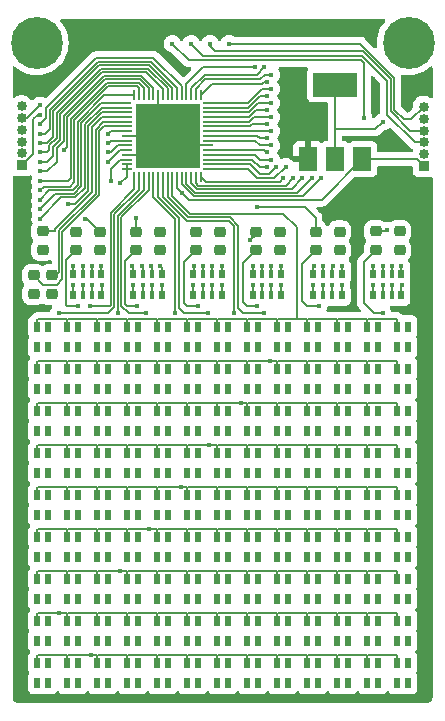
<source format=gbr>
G04 #@! TF.GenerationSoftware,KiCad,Pcbnew,(6.0.0)*
G04 #@! TF.CreationDate,2022-01-23T21:03:46+07:00*
G04 #@! TF.ProjectId,rgb-board,7267622d-626f-4617-9264-2e6b69636164,rev?*
G04 #@! TF.SameCoordinates,Original*
G04 #@! TF.FileFunction,Copper,L1,Top*
G04 #@! TF.FilePolarity,Positive*
%FSLAX46Y46*%
G04 Gerber Fmt 4.6, Leading zero omitted, Abs format (unit mm)*
G04 Created by KiCad (PCBNEW (6.0.0)) date 2022-01-23 21:03:46*
%MOMM*%
%LPD*%
G01*
G04 APERTURE LIST*
G04 Aperture macros list*
%AMRoundRect*
0 Rectangle with rounded corners*
0 $1 Rounding radius*
0 $2 $3 $4 $5 $6 $7 $8 $9 X,Y pos of 4 corners*
0 Add a 4 corners polygon primitive as box body*
4,1,4,$2,$3,$4,$5,$6,$7,$8,$9,$2,$3,0*
0 Add four circle primitives for the rounded corners*
1,1,$1+$1,$2,$3*
1,1,$1+$1,$4,$5*
1,1,$1+$1,$6,$7*
1,1,$1+$1,$8,$9*
0 Add four rect primitives between the rounded corners*
20,1,$1+$1,$2,$3,$4,$5,0*
20,1,$1+$1,$4,$5,$6,$7,0*
20,1,$1+$1,$6,$7,$8,$9,0*
20,1,$1+$1,$8,$9,$2,$3,0*%
%AMOutline4P*
0 Free polygon, 4 corners , with rotation*
0 The origin of the aperture is its center*
0 number of corners: always 4*
0 $1 to $8 corner X, Y*
0 $9 Rotation angle, in degrees counterclockwise*
0 create outline with 4 corners*
4,1,4,$1,$2,$3,$4,$5,$6,$7,$8,$1,$2,$9*%
G04 Aperture macros list end*
G04 #@! TA.AperFunction,SMDPad,CuDef*
%ADD10R,0.570000X0.940000*%
G04 #@! TD*
G04 #@! TA.AperFunction,SMDPad,CuDef*
%ADD11RoundRect,0.218750X0.256250X-0.218750X0.256250X0.218750X-0.256250X0.218750X-0.256250X-0.218750X0*%
G04 #@! TD*
G04 #@! TA.AperFunction,SMDPad,CuDef*
%ADD12R,0.500000X0.800000*%
G04 #@! TD*
G04 #@! TA.AperFunction,SMDPad,CuDef*
%ADD13R,0.400000X0.800000*%
G04 #@! TD*
G04 #@! TA.AperFunction,ComponentPad*
%ADD14R,0.850000X0.850000*%
G04 #@! TD*
G04 #@! TA.AperFunction,ComponentPad*
%ADD15O,0.850000X0.850000*%
G04 #@! TD*
G04 #@! TA.AperFunction,SMDPad,CuDef*
%ADD16R,1.500000X2.000000*%
G04 #@! TD*
G04 #@! TA.AperFunction,SMDPad,CuDef*
%ADD17R,3.800000X2.000000*%
G04 #@! TD*
G04 #@! TA.AperFunction,ComponentPad*
%ADD18C,4.400000*%
G04 #@! TD*
G04 #@! TA.AperFunction,SMDPad,CuDef*
%ADD19RoundRect,0.100000X-0.300000X0.000000X0.300000X0.000000X0.300000X0.000000X-0.300000X0.000000X0*%
G04 #@! TD*
G04 #@! TA.AperFunction,SMDPad,CuDef*
%ADD20Outline4P,-0.400000X-0.100000X0.400000X-0.100000X0.400000X0.100000X-0.400000X0.100000X0.000000*%
G04 #@! TD*
G04 #@! TA.AperFunction,SMDPad,CuDef*
%ADD21Outline4P,-0.400000X-0.100000X0.400000X-0.100000X0.400000X0.100000X-0.400000X0.100000X270.000000*%
G04 #@! TD*
G04 #@! TA.AperFunction,SMDPad,CuDef*
%ADD22Outline4P,-0.400000X-0.100000X0.400000X-0.100000X0.400000X0.100000X-0.400000X0.100000X90.000000*%
G04 #@! TD*
G04 #@! TA.AperFunction,ComponentPad*
%ADD23C,0.600000*%
G04 #@! TD*
G04 #@! TA.AperFunction,SMDPad,CuDef*
%ADD24R,5.400000X5.400000*%
G04 #@! TD*
G04 #@! TA.AperFunction,ViaPad*
%ADD25C,0.450000*%
G04 #@! TD*
G04 #@! TA.AperFunction,Conductor*
%ADD26C,0.150000*%
G04 #@! TD*
G04 APERTURE END LIST*
D10*
X113850000Y-66973000D03*
X114750000Y-66973000D03*
X114750000Y-68663000D03*
X113850000Y-68663000D03*
X113850000Y-70529000D03*
X114750000Y-70529000D03*
X114750000Y-72219000D03*
X113850000Y-72219000D03*
X113850000Y-74085000D03*
X114750000Y-74085000D03*
X114750000Y-75775000D03*
X113850000Y-75775000D03*
X113850000Y-77641000D03*
X114750000Y-77641000D03*
X114750000Y-79331000D03*
X113850000Y-79331000D03*
X113850000Y-81197000D03*
X114750000Y-81197000D03*
X114750000Y-82887000D03*
X113850000Y-82887000D03*
X113850000Y-84753000D03*
X114750000Y-84753000D03*
X114750000Y-86443000D03*
X113850000Y-86443000D03*
X113850000Y-88309000D03*
X114750000Y-88309000D03*
X114750000Y-89999000D03*
X113850000Y-89999000D03*
X113850000Y-91865000D03*
X114750000Y-91865000D03*
X114750000Y-93555000D03*
X113850000Y-93555000D03*
X113850000Y-95421000D03*
X114750000Y-95421000D03*
X114750000Y-97111000D03*
X113850000Y-97111000D03*
X111310000Y-66973000D03*
X112210000Y-66973000D03*
X112210000Y-68663000D03*
X111310000Y-68663000D03*
X111310000Y-70529000D03*
X112210000Y-70529000D03*
X112210000Y-72219000D03*
X111310000Y-72219000D03*
X111310000Y-74085000D03*
X112210000Y-74085000D03*
X112210000Y-75775000D03*
X111310000Y-75775000D03*
X111310000Y-77641000D03*
X112210000Y-77641000D03*
X112210000Y-79331000D03*
X111310000Y-79331000D03*
X111310000Y-81197000D03*
X112210000Y-81197000D03*
X112210000Y-82887000D03*
X111310000Y-82887000D03*
X111310000Y-84753000D03*
X112210000Y-84753000D03*
X112210000Y-86443000D03*
X111310000Y-86443000D03*
X111310000Y-88309000D03*
X112210000Y-88309000D03*
X112210000Y-89999000D03*
X111310000Y-89999000D03*
X111310000Y-91865000D03*
X112210000Y-91865000D03*
X112210000Y-93555000D03*
X111310000Y-93555000D03*
X111310000Y-95421000D03*
X112210000Y-95421000D03*
X112210000Y-97111000D03*
X111310000Y-97111000D03*
X108770000Y-66973000D03*
X109670000Y-66973000D03*
X109670000Y-68663000D03*
X108770000Y-68663000D03*
X108770000Y-70529000D03*
X109670000Y-70529000D03*
X109670000Y-72219000D03*
X108770000Y-72219000D03*
X108770000Y-74085000D03*
X109670000Y-74085000D03*
X109670000Y-75775000D03*
X108770000Y-75775000D03*
X108770000Y-77641000D03*
X109670000Y-77641000D03*
X109670000Y-79331000D03*
X108770000Y-79331000D03*
X108770000Y-81197000D03*
X109670000Y-81197000D03*
X109670000Y-82887000D03*
X108770000Y-82887000D03*
X108770000Y-84753000D03*
X109670000Y-84753000D03*
X109670000Y-86443000D03*
X108770000Y-86443000D03*
X108770000Y-88309000D03*
X109670000Y-88309000D03*
X109670000Y-89999000D03*
X108770000Y-89999000D03*
X108770000Y-91865000D03*
X109670000Y-91865000D03*
X109670000Y-93555000D03*
X108770000Y-93555000D03*
X108770000Y-95421000D03*
X109670000Y-95421000D03*
X109670000Y-97111000D03*
X108770000Y-97111000D03*
X106230000Y-66973000D03*
X107130000Y-66973000D03*
X107130000Y-68663000D03*
X106230000Y-68663000D03*
X106230000Y-70529000D03*
X107130000Y-70529000D03*
X107130000Y-72219000D03*
X106230000Y-72219000D03*
X106230000Y-74085000D03*
X107130000Y-74085000D03*
X107130000Y-75775000D03*
X106230000Y-75775000D03*
X106230000Y-77641000D03*
X107130000Y-77641000D03*
X107130000Y-79331000D03*
X106230000Y-79331000D03*
X106230000Y-81197000D03*
X107130000Y-81197000D03*
X107130000Y-82887000D03*
X106230000Y-82887000D03*
X106230000Y-84753000D03*
X107130000Y-84753000D03*
X107130000Y-86443000D03*
X106230000Y-86443000D03*
X106230000Y-88309000D03*
X107130000Y-88309000D03*
X107130000Y-89999000D03*
X106230000Y-89999000D03*
X106230000Y-91865000D03*
X107130000Y-91865000D03*
X107130000Y-93555000D03*
X106230000Y-93555000D03*
X106230000Y-95421000D03*
X107130000Y-95421000D03*
X107130000Y-97111000D03*
X106230000Y-97111000D03*
X103690000Y-66973000D03*
X104590000Y-66973000D03*
X104590000Y-68663000D03*
X103690000Y-68663000D03*
X103690000Y-70529000D03*
X104590000Y-70529000D03*
X104590000Y-72219000D03*
X103690000Y-72219000D03*
X103690000Y-74085000D03*
X104590000Y-74085000D03*
X104590000Y-75775000D03*
X103690000Y-75775000D03*
X103690000Y-77641000D03*
X104590000Y-77641000D03*
X104590000Y-79331000D03*
X103690000Y-79331000D03*
X103690000Y-81197000D03*
X104590000Y-81197000D03*
X104590000Y-82887000D03*
X103690000Y-82887000D03*
X103690000Y-84753000D03*
X104590000Y-84753000D03*
X104590000Y-86443000D03*
X103690000Y-86443000D03*
X103690000Y-88309000D03*
X104590000Y-88309000D03*
X104590000Y-89999000D03*
X103690000Y-89999000D03*
X103690000Y-91865000D03*
X104590000Y-91865000D03*
X104590000Y-93555000D03*
X103690000Y-93555000D03*
X103690000Y-95421000D03*
X104590000Y-95421000D03*
X104590000Y-97111000D03*
X103690000Y-97111000D03*
X101150000Y-66973000D03*
X102050000Y-66973000D03*
X102050000Y-68663000D03*
X101150000Y-68663000D03*
X101150000Y-70529000D03*
X102050000Y-70529000D03*
X102050000Y-72219000D03*
X101150000Y-72219000D03*
X101150000Y-74085000D03*
X102050000Y-74085000D03*
X102050000Y-75775000D03*
X101150000Y-75775000D03*
X101150000Y-77641000D03*
X102050000Y-77641000D03*
X102050000Y-79331000D03*
X101150000Y-79331000D03*
X101150000Y-81197000D03*
X102050000Y-81197000D03*
X102050000Y-82887000D03*
X101150000Y-82887000D03*
X101150000Y-84753000D03*
X102050000Y-84753000D03*
X102050000Y-86443000D03*
X101150000Y-86443000D03*
X101150000Y-88309000D03*
X102050000Y-88309000D03*
X102050000Y-89999000D03*
X101150000Y-89999000D03*
X101150000Y-91865000D03*
X102050000Y-91865000D03*
X102050000Y-93555000D03*
X101150000Y-93555000D03*
X101150000Y-95421000D03*
X102050000Y-95421000D03*
X102050000Y-97111000D03*
X101150000Y-97111000D03*
X98610000Y-66973000D03*
X99510000Y-66973000D03*
X99510000Y-68663000D03*
X98610000Y-68663000D03*
X98610000Y-70529000D03*
X99510000Y-70529000D03*
X99510000Y-72219000D03*
X98610000Y-72219000D03*
X98610000Y-74085000D03*
X99510000Y-74085000D03*
X99510000Y-75775000D03*
X98610000Y-75775000D03*
X98610000Y-77641000D03*
X99510000Y-77641000D03*
X99510000Y-79331000D03*
X98610000Y-79331000D03*
X98610000Y-81197000D03*
X99510000Y-81197000D03*
X99510000Y-82887000D03*
X98610000Y-82887000D03*
X98610000Y-84753000D03*
X99510000Y-84753000D03*
X99510000Y-86443000D03*
X98610000Y-86443000D03*
X98610000Y-88309000D03*
X99510000Y-88309000D03*
X99510000Y-89999000D03*
X98610000Y-89999000D03*
X98610000Y-91865000D03*
X99510000Y-91865000D03*
X99510000Y-93555000D03*
X98610000Y-93555000D03*
X98610000Y-95421000D03*
X99510000Y-95421000D03*
X99510000Y-97111000D03*
X98610000Y-97111000D03*
X96070000Y-66973000D03*
X96970000Y-66973000D03*
X96970000Y-68663000D03*
X96070000Y-68663000D03*
X96070000Y-70529000D03*
X96970000Y-70529000D03*
X96970000Y-72219000D03*
X96070000Y-72219000D03*
X96070000Y-74085000D03*
X96970000Y-74085000D03*
X96970000Y-75775000D03*
X96070000Y-75775000D03*
X96070000Y-77641000D03*
X96970000Y-77641000D03*
X96970000Y-79331000D03*
X96070000Y-79331000D03*
X96070000Y-81197000D03*
X96970000Y-81197000D03*
X96970000Y-82887000D03*
X96070000Y-82887000D03*
X96070000Y-84753000D03*
X96970000Y-84753000D03*
X96970000Y-86443000D03*
X96070000Y-86443000D03*
X96070000Y-88309000D03*
X96970000Y-88309000D03*
X96970000Y-89999000D03*
X96070000Y-89999000D03*
X96070000Y-91865000D03*
X96970000Y-91865000D03*
X96970000Y-93555000D03*
X96070000Y-93555000D03*
X96070000Y-95421000D03*
X96970000Y-95421000D03*
X96970000Y-97111000D03*
X96070000Y-97111000D03*
X93530000Y-66973000D03*
X94430000Y-66973000D03*
X94430000Y-68663000D03*
X93530000Y-68663000D03*
X93530000Y-70529000D03*
X94430000Y-70529000D03*
X94430000Y-72219000D03*
X93530000Y-72219000D03*
X93530000Y-74085000D03*
X94430000Y-74085000D03*
X94430000Y-75775000D03*
X93530000Y-75775000D03*
X93530000Y-77641000D03*
X94430000Y-77641000D03*
X94430000Y-79331000D03*
X93530000Y-79331000D03*
X93530000Y-81197000D03*
X94430000Y-81197000D03*
X94430000Y-82887000D03*
X93530000Y-82887000D03*
X93530000Y-84753000D03*
X94430000Y-84753000D03*
X94430000Y-86443000D03*
X93530000Y-86443000D03*
X93530000Y-88309000D03*
X94430000Y-88309000D03*
X94430000Y-89999000D03*
X93530000Y-89999000D03*
X93530000Y-91865000D03*
X94430000Y-91865000D03*
X94430000Y-93555000D03*
X93530000Y-93555000D03*
X93530000Y-95421000D03*
X94430000Y-95421000D03*
X94430000Y-97111000D03*
X93530000Y-97111000D03*
X90990000Y-66973000D03*
X91890000Y-66973000D03*
X91890000Y-68663000D03*
X90990000Y-68663000D03*
X90990000Y-70529000D03*
X91890000Y-70529000D03*
X91890000Y-72219000D03*
X90990000Y-72219000D03*
X90990000Y-74085000D03*
X91890000Y-74085000D03*
X91890000Y-75775000D03*
X90990000Y-75775000D03*
X90990000Y-77641000D03*
X91890000Y-77641000D03*
X91890000Y-79331000D03*
X90990000Y-79331000D03*
X90990000Y-81197000D03*
X91890000Y-81197000D03*
X91890000Y-82887000D03*
X90990000Y-82887000D03*
X90990000Y-84753000D03*
X91890000Y-84753000D03*
X91890000Y-86443000D03*
X90990000Y-86443000D03*
X90990000Y-88309000D03*
X91890000Y-88309000D03*
X91890000Y-89999000D03*
X90990000Y-89999000D03*
X90990000Y-91865000D03*
X91890000Y-91865000D03*
X91890000Y-93555000D03*
X90990000Y-93555000D03*
X90990000Y-95421000D03*
X91890000Y-95421000D03*
X91890000Y-97111000D03*
X90990000Y-97111000D03*
X88450000Y-66973000D03*
X89350000Y-66973000D03*
X89350000Y-68663000D03*
X88450000Y-68663000D03*
X88450000Y-70529000D03*
X89350000Y-70529000D03*
X89350000Y-72219000D03*
X88450000Y-72219000D03*
X88450000Y-74085000D03*
X89350000Y-74085000D03*
X89350000Y-75775000D03*
X88450000Y-75775000D03*
X88450000Y-77641000D03*
X89350000Y-77641000D03*
X89350000Y-79331000D03*
X88450000Y-79331000D03*
X88450000Y-81197000D03*
X89350000Y-81197000D03*
X89350000Y-82887000D03*
X88450000Y-82887000D03*
X88450000Y-84753000D03*
X89350000Y-84753000D03*
X89350000Y-86443000D03*
X88450000Y-86443000D03*
X88450000Y-88309000D03*
X89350000Y-88309000D03*
X89350000Y-89999000D03*
X88450000Y-89999000D03*
X88450000Y-91865000D03*
X89350000Y-91865000D03*
X89350000Y-93555000D03*
X88450000Y-93555000D03*
X88450000Y-95421000D03*
X89350000Y-95421000D03*
X89350000Y-97111000D03*
X88450000Y-97111000D03*
X85910000Y-66973000D03*
X86810000Y-66973000D03*
X86810000Y-68663000D03*
X85910000Y-68663000D03*
X85910000Y-70529000D03*
X86810000Y-70529000D03*
X86810000Y-72219000D03*
X85910000Y-72219000D03*
X85910000Y-74085000D03*
X86810000Y-74085000D03*
X86810000Y-75775000D03*
X85910000Y-75775000D03*
X85910000Y-77641000D03*
X86810000Y-77641000D03*
X86810000Y-79331000D03*
X85910000Y-79331000D03*
X85910000Y-81197000D03*
X86810000Y-81197000D03*
X86810000Y-82887000D03*
X85910000Y-82887000D03*
X85910000Y-84753000D03*
X86810000Y-84753000D03*
X86810000Y-86443000D03*
X85910000Y-86443000D03*
X85910000Y-88309000D03*
X86810000Y-88309000D03*
X86810000Y-89999000D03*
X85910000Y-89999000D03*
X85910000Y-91865000D03*
X86810000Y-91865000D03*
X86810000Y-93555000D03*
X85910000Y-93555000D03*
X85910000Y-95421000D03*
X86810000Y-95421000D03*
X86810000Y-97111000D03*
X85910000Y-97111000D03*
X83370000Y-66973000D03*
X84270000Y-66973000D03*
X84270000Y-68663000D03*
X83370000Y-68663000D03*
X83370000Y-70529000D03*
X84270000Y-70529000D03*
X84270000Y-72219000D03*
X83370000Y-72219000D03*
X83370000Y-74085000D03*
X84270000Y-74085000D03*
X84270000Y-75775000D03*
X83370000Y-75775000D03*
X83370000Y-77641000D03*
X84270000Y-77641000D03*
X84270000Y-79331000D03*
X83370000Y-79331000D03*
X83370000Y-81197000D03*
X84270000Y-81197000D03*
X84270000Y-82887000D03*
X83370000Y-82887000D03*
X83370000Y-84753000D03*
X84270000Y-84753000D03*
X84270000Y-86443000D03*
X83370000Y-86443000D03*
X83370000Y-88309000D03*
X84270000Y-88309000D03*
X84270000Y-89999000D03*
X83370000Y-89999000D03*
X83370000Y-91865000D03*
X84270000Y-91865000D03*
X84270000Y-93555000D03*
X83370000Y-93555000D03*
X83370000Y-95421000D03*
X84270000Y-95421000D03*
X84270000Y-97111000D03*
X83370000Y-97111000D03*
D11*
X114046000Y-60452000D03*
X114046000Y-58877000D03*
X108966000Y-60477500D03*
X108966000Y-58902500D03*
X106934000Y-60477500D03*
X106934000Y-58902500D03*
X101854000Y-60477500D03*
X101854000Y-58902500D03*
X98806000Y-60477500D03*
X98806000Y-58902500D03*
X96774000Y-60477500D03*
X96774000Y-58902500D03*
X93726000Y-60477500D03*
X93726000Y-58902500D03*
X91720000Y-60477500D03*
X91720000Y-58902500D03*
X88646000Y-60477500D03*
X88646000Y-58902500D03*
X86614000Y-60477500D03*
X86614000Y-58902500D03*
X83820000Y-60452000D03*
X83820000Y-58877000D03*
X84582000Y-64187500D03*
X84582000Y-62612500D03*
D12*
X109150000Y-62500000D03*
D13*
X108350000Y-62500000D03*
X107550000Y-62500000D03*
D12*
X106750000Y-62500000D03*
X106750000Y-64300000D03*
D13*
X107550000Y-64300000D03*
X108350000Y-64300000D03*
D12*
X109150000Y-64300000D03*
X104000000Y-62500000D03*
D13*
X103200000Y-62500000D03*
X102400000Y-62500000D03*
D12*
X101600000Y-62500000D03*
X101600000Y-64300000D03*
D13*
X102400000Y-64300000D03*
X103200000Y-64300000D03*
D12*
X104000000Y-64300000D03*
X98990000Y-62500000D03*
D13*
X98190000Y-62500000D03*
X97390000Y-62500000D03*
D12*
X96590000Y-62500000D03*
X96590000Y-64300000D03*
D13*
X97390000Y-64300000D03*
X98190000Y-64300000D03*
D12*
X98990000Y-64300000D03*
X93910000Y-62500000D03*
D13*
X93110000Y-62500000D03*
X92310000Y-62500000D03*
D12*
X91510000Y-62500000D03*
X91510000Y-64300000D03*
D13*
X92310000Y-64300000D03*
X93110000Y-64300000D03*
D12*
X93910000Y-64300000D03*
X88800000Y-62500000D03*
D13*
X88000000Y-62500000D03*
X87200000Y-62500000D03*
D12*
X86400000Y-62500000D03*
X86400000Y-64300000D03*
D13*
X87200000Y-64300000D03*
X88000000Y-64300000D03*
D12*
X88800000Y-64300000D03*
D11*
X103886000Y-60477500D03*
X103886000Y-58902500D03*
D12*
X114200000Y-62500000D03*
D13*
X113400000Y-62500000D03*
X112600000Y-62500000D03*
D12*
X111800000Y-62500000D03*
X111800000Y-64300000D03*
D13*
X112600000Y-64300000D03*
X113400000Y-64300000D03*
D12*
X114200000Y-64300000D03*
D11*
X112014000Y-60452000D03*
X112014000Y-58877000D03*
X83058000Y-64187500D03*
X83058000Y-62612500D03*
D14*
X82042000Y-53276000D03*
D15*
X82042000Y-52276000D03*
X82042000Y-51276000D03*
X82042000Y-50276000D03*
X82042000Y-49276000D03*
X82042000Y-48276000D03*
D16*
X106300000Y-52750000D03*
X108600000Y-52750000D03*
D17*
X108600000Y-46450000D03*
D16*
X110900000Y-52750000D03*
D18*
X83312000Y-42926000D03*
X114808000Y-42926000D03*
D14*
X116078000Y-53340000D03*
D15*
X116078000Y-52340000D03*
X116078000Y-51340000D03*
X116078000Y-50340000D03*
X116078000Y-49340000D03*
X116078000Y-48340000D03*
D19*
X90950000Y-48000000D03*
D20*
X90950000Y-48400000D03*
X90950000Y-48800000D03*
X90950000Y-49200000D03*
X90950000Y-49600000D03*
X90950000Y-50000000D03*
X90950000Y-50400000D03*
X90950000Y-50800000D03*
X90950000Y-51200000D03*
X90950000Y-51600000D03*
X90950000Y-52000000D03*
X90950000Y-52400000D03*
X90950000Y-52800000D03*
X90950000Y-53200000D03*
X90950000Y-53600000D03*
D21*
X91600000Y-54250000D03*
D22*
X92000000Y-54250000D03*
X92400000Y-54250000D03*
X92800000Y-54250000D03*
X93200000Y-54250000D03*
X93600000Y-54250000D03*
X94000000Y-54250000D03*
X94400000Y-54250000D03*
X94800000Y-54250000D03*
X95200000Y-54250000D03*
X95600000Y-54250000D03*
X96000000Y-54250000D03*
X96400000Y-54250000D03*
X96800000Y-54250000D03*
X97200000Y-54250000D03*
D20*
X97850000Y-53600000D03*
X97850000Y-53200000D03*
X97850000Y-52800000D03*
X97850000Y-52400000D03*
X97850000Y-52000000D03*
X97850000Y-51600000D03*
X97850000Y-51200000D03*
X97850000Y-50800000D03*
X97850000Y-50400000D03*
X97850000Y-50000000D03*
X97850000Y-49600000D03*
X97850000Y-49200000D03*
X97850000Y-48800000D03*
X97850000Y-48400000D03*
X97850000Y-48000000D03*
D22*
X97200000Y-47350000D03*
X96800000Y-47350000D03*
X96400000Y-47350000D03*
X96000000Y-47350000D03*
X95600000Y-47350000D03*
X95200000Y-47350000D03*
X94800000Y-47350000D03*
X94400000Y-47350000D03*
X94000000Y-47350000D03*
X93600000Y-47350000D03*
X93200000Y-47350000D03*
X92800000Y-47350000D03*
X92400000Y-47350000D03*
X92000000Y-47350000D03*
X91600000Y-47350000D03*
D23*
X93400000Y-48800000D03*
X92400000Y-51800000D03*
X95400000Y-48800000D03*
X96400000Y-49800000D03*
X92400000Y-50800000D03*
X95400000Y-52800000D03*
X94400000Y-52800000D03*
X93400000Y-49800000D03*
X95400000Y-51800000D03*
X94400000Y-50800000D03*
X96400000Y-52800000D03*
X94400000Y-51800000D03*
X95400000Y-50800000D03*
X93400000Y-51800000D03*
X92400000Y-49800000D03*
X96400000Y-51800000D03*
X94400000Y-48800000D03*
X94400000Y-49800000D03*
X93400000Y-50800000D03*
X96400000Y-50800000D03*
X92400000Y-48800000D03*
D24*
X94400000Y-50800000D03*
D23*
X95400000Y-49800000D03*
X92400000Y-52800000D03*
X93400000Y-52800000D03*
X96400000Y-48800000D03*
D25*
X83600000Y-49000000D03*
X110900000Y-52750000D03*
X95600000Y-55600000D03*
X90400000Y-54800000D03*
X112600000Y-49600000D03*
X94800000Y-42975000D03*
X89400000Y-53000000D03*
X111000000Y-49250000D03*
X83600000Y-48200000D03*
X99600000Y-42975000D03*
X89400000Y-50600000D03*
X89400000Y-51400000D03*
X98000000Y-42975000D03*
X96400000Y-42975000D03*
X89400000Y-52200000D03*
X87600000Y-42800000D03*
X105600000Y-45800000D03*
X115200000Y-46800000D03*
X114200000Y-55800000D03*
X106400000Y-52800000D03*
X82200000Y-57400000D03*
X104000000Y-42000000D03*
X111800000Y-46000000D03*
X113800000Y-51000000D03*
X114400000Y-48000000D03*
X104600000Y-49800000D03*
X110032000Y-42077500D03*
X94800000Y-44600000D03*
X113856000Y-82867500D03*
X113856000Y-75755500D03*
X113856000Y-93599000D03*
X113400000Y-63400000D03*
X113856000Y-89979500D03*
X113856000Y-68707000D03*
X113850000Y-97111000D03*
X113856000Y-72199500D03*
X113856000Y-79311500D03*
X113856000Y-86423500D03*
X114046000Y-58877000D03*
X107400000Y-54400000D03*
X114744000Y-89979500D03*
X114744000Y-79311500D03*
X114744000Y-82867500D03*
X114744000Y-75755500D03*
X114744000Y-86423500D03*
X114744000Y-72199500D03*
X114744000Y-68707000D03*
X114230000Y-63400000D03*
X114744000Y-93599000D03*
X114750000Y-97111000D03*
X114750000Y-77641000D03*
X114744000Y-66992500D03*
X114750000Y-81197000D03*
X114750000Y-91865000D03*
X114750000Y-84753000D03*
X114046000Y-60452000D03*
X114750000Y-88309000D03*
X114750000Y-70529000D03*
X114750000Y-74085000D03*
X114750000Y-95421000D03*
X114200000Y-61800000D03*
X106600000Y-54400000D03*
X113400000Y-61800000D03*
X105800000Y-54400000D03*
X105000000Y-54400000D03*
X112600000Y-61800000D03*
X104200000Y-54400000D03*
X111800000Y-61800000D03*
X113000000Y-58800000D03*
X104400000Y-53400000D03*
X103600000Y-53400000D03*
X108966000Y-58902500D03*
X109200000Y-61800000D03*
X102800000Y-53400000D03*
X111316000Y-82867500D03*
X111316000Y-75755500D03*
X111316000Y-86423500D03*
X111316000Y-72199500D03*
X111310000Y-97111000D03*
X111316000Y-68707000D03*
X111316000Y-79311500D03*
X111800000Y-63400000D03*
X111316000Y-93599000D03*
X111316000Y-89979500D03*
X112204000Y-89979500D03*
X112204000Y-93599000D03*
X112204000Y-75755500D03*
X112600000Y-63400000D03*
X112204000Y-79311500D03*
X112204000Y-68707000D03*
X112204000Y-82867500D03*
X112204000Y-86423500D03*
X112210000Y-97111000D03*
X112204000Y-72199500D03*
X112210000Y-88309000D03*
X112600000Y-65800000D03*
X112210000Y-91865000D03*
X112210000Y-81197000D03*
X112210000Y-74085000D03*
X112210000Y-95421000D03*
X112210000Y-70529000D03*
X112210000Y-77641000D03*
X112210000Y-84753000D03*
X112204000Y-66992500D03*
X108776000Y-89979500D03*
X108776000Y-68707000D03*
X108776000Y-72199500D03*
X108776000Y-93599000D03*
X108776000Y-86423500D03*
X108776000Y-82867500D03*
X108350000Y-63400000D03*
X108776000Y-75755500D03*
X108776000Y-79311500D03*
X108770000Y-97111000D03*
X109670000Y-97111000D03*
X109664000Y-93599000D03*
X109664000Y-79311500D03*
X109664000Y-89979500D03*
X109664000Y-82867500D03*
X109664000Y-72199500D03*
X109664000Y-75755500D03*
X109664000Y-68707000D03*
X109150000Y-63400000D03*
X109664000Y-86423500D03*
X109670000Y-81197000D03*
X108966000Y-60477500D03*
X109670000Y-77641000D03*
X109670000Y-84753000D03*
X109664000Y-66992500D03*
X109670000Y-91865000D03*
X109670000Y-74085000D03*
X109670000Y-70529000D03*
X109670000Y-88309000D03*
X109670000Y-95421000D03*
X106236000Y-68707000D03*
X106750000Y-63400000D03*
X106236000Y-75755500D03*
X106236000Y-86423500D03*
X106236000Y-79311500D03*
X106236000Y-89979500D03*
X106236000Y-82867500D03*
X106236000Y-93599000D03*
X106230000Y-97111000D03*
X106236000Y-72199500D03*
X107124000Y-72199500D03*
X107124000Y-79311500D03*
X107124000Y-75755500D03*
X107124000Y-86423500D03*
X107124000Y-82867500D03*
X107130000Y-97111000D03*
X107124000Y-89979500D03*
X107124000Y-68707000D03*
X107124000Y-93599000D03*
X107550000Y-63400000D03*
X107130000Y-95421000D03*
X107130000Y-91865000D03*
X107130000Y-70529000D03*
X107130000Y-84753000D03*
X107130000Y-88309000D03*
X107200000Y-65200000D03*
X107130000Y-77641000D03*
X107130000Y-74085000D03*
X107130000Y-81197000D03*
X107124000Y-66992500D03*
X103696000Y-79311500D03*
X103696000Y-82867500D03*
X103696000Y-89979500D03*
X103696000Y-68707000D03*
X103696000Y-72199500D03*
X103696000Y-93599000D03*
X103200000Y-63400000D03*
X103696000Y-75755500D03*
X103696000Y-86423500D03*
X103690000Y-97111000D03*
X104584000Y-82867500D03*
X104584000Y-75755500D03*
X104584000Y-79311500D03*
X104584000Y-86423500D03*
X104000000Y-63400000D03*
X104584000Y-72199500D03*
X104584000Y-68707000D03*
X104584000Y-93599000D03*
X104584000Y-89979500D03*
X104590000Y-97111000D03*
X104590000Y-77641000D03*
X104590000Y-91865000D03*
X104584000Y-66992500D03*
X104590000Y-95421000D03*
X104590000Y-84753000D03*
X104590000Y-88309000D03*
X104590000Y-70529000D03*
X103886000Y-60477500D03*
X104590000Y-81197000D03*
X104590000Y-74085000D03*
X101156000Y-82867500D03*
X101150000Y-97111000D03*
X101156000Y-79311500D03*
X101156000Y-68707000D03*
X101156000Y-86423500D03*
X101156000Y-89979500D03*
X101156000Y-72199500D03*
X101156000Y-75755500D03*
X101156000Y-93599000D03*
X101600000Y-63400000D03*
X102044000Y-68707000D03*
X102044000Y-93599000D03*
X102044000Y-86423500D03*
X102044000Y-89979500D03*
X102044000Y-79311500D03*
X102044000Y-72199500D03*
X102400000Y-63400000D03*
X102044000Y-75755500D03*
X102050000Y-97111000D03*
X102044000Y-82867500D03*
X102050000Y-91865000D03*
X102050000Y-84753000D03*
X102050000Y-77641000D03*
X102050000Y-74085000D03*
X102050000Y-95421000D03*
X102050000Y-88309000D03*
X102000000Y-65200000D03*
X102050000Y-81197000D03*
X102050000Y-70529000D03*
X102044000Y-66992500D03*
X98615500Y-72199500D03*
X98615500Y-68707000D03*
X98190000Y-63400000D03*
X98615500Y-86423500D03*
X98615500Y-89979500D03*
X98615500Y-93599000D03*
X98610000Y-97111000D03*
X98615500Y-82867500D03*
X98615500Y-75755500D03*
X98615500Y-79311500D03*
X99504500Y-75755500D03*
X99504500Y-68707000D03*
X99504500Y-82867500D03*
X99504500Y-79311500D03*
X99504500Y-72199500D03*
X99504500Y-93599000D03*
X99504500Y-86423500D03*
X99504500Y-89979500D03*
X99510000Y-97111000D03*
X99000000Y-63400000D03*
X99510000Y-77641000D03*
X98806000Y-60477500D03*
X99510000Y-88309000D03*
X99510000Y-84753000D03*
X99504500Y-66992500D03*
X99510000Y-70529000D03*
X99510000Y-91865000D03*
X99510000Y-95421000D03*
X99510000Y-81197000D03*
X99510000Y-74085000D03*
X96590000Y-63400000D03*
X96075500Y-72199500D03*
X96075500Y-89979500D03*
X96075500Y-82867500D03*
X96075500Y-79311500D03*
X96070000Y-97111000D03*
X96075500Y-93599000D03*
X96075500Y-86423500D03*
X96075500Y-68707000D03*
X96075500Y-75755500D03*
X96970000Y-97111000D03*
X96964500Y-79311500D03*
X96964500Y-86423500D03*
X96964500Y-89979500D03*
X96964500Y-75755500D03*
X96964500Y-68707000D03*
X96964500Y-72199500D03*
X96964500Y-93599000D03*
X96964500Y-82867500D03*
X97390000Y-63400000D03*
X96970000Y-88309000D03*
X96970000Y-95421000D03*
X96970000Y-91865000D03*
X96970000Y-77641000D03*
X96964500Y-66992500D03*
X96970000Y-74085000D03*
X96970000Y-84753000D03*
X97000000Y-65200000D03*
X96970000Y-70529000D03*
X96970000Y-81197000D03*
X93535500Y-93599000D03*
X93535500Y-68707000D03*
X93530000Y-97111000D03*
X93535500Y-89979500D03*
X93535500Y-72199500D03*
X93535500Y-82867500D03*
X93535500Y-75755500D03*
X93110000Y-63400000D03*
X93535500Y-79311500D03*
X93535500Y-86423500D03*
X94424500Y-89979500D03*
X93910000Y-63400000D03*
X94424500Y-93599000D03*
X94424500Y-82867500D03*
X94424500Y-68707000D03*
X94430000Y-97111000D03*
X94424500Y-79311500D03*
X94424500Y-72199500D03*
X94424500Y-75755500D03*
X94424500Y-86423500D03*
X93726000Y-60477500D03*
X94430000Y-74085000D03*
X94430000Y-81197000D03*
X94430000Y-84753000D03*
X94424500Y-66992500D03*
X94430000Y-88309000D03*
X94430000Y-91865000D03*
X94430000Y-70529000D03*
X94430000Y-95421000D03*
X94430000Y-77641000D03*
X90995500Y-79311500D03*
X90995500Y-93599000D03*
X90995500Y-82867500D03*
X90995500Y-68707000D03*
X90995500Y-75755500D03*
X90995500Y-89979500D03*
X90990000Y-97111000D03*
X90995500Y-72199500D03*
X90995500Y-86423500D03*
X91510000Y-63400000D03*
X91884500Y-75755500D03*
X91884500Y-86423500D03*
X91884500Y-82867500D03*
X91884500Y-89979500D03*
X92310000Y-63400000D03*
X91884500Y-68707000D03*
X91884500Y-79311500D03*
X91884500Y-93599000D03*
X91884500Y-72199500D03*
X91890000Y-97111000D03*
X91890000Y-81197000D03*
X91890000Y-91865000D03*
X91890000Y-77641000D03*
X91800000Y-65200000D03*
X91890000Y-74085000D03*
X91890000Y-88309000D03*
X91890000Y-95421000D03*
X91884500Y-66992500D03*
X91890000Y-84753000D03*
X91890000Y-70529000D03*
X88455500Y-86423500D03*
X88455500Y-89979500D03*
X88455500Y-68707000D03*
X88455500Y-79311500D03*
X88450000Y-97111000D03*
X88455500Y-75755500D03*
X88455500Y-82867500D03*
X88000000Y-63400000D03*
X88455500Y-93599000D03*
X88455500Y-72199500D03*
X89344500Y-86423500D03*
X88830000Y-63400000D03*
X89344500Y-89979500D03*
X89344500Y-68707000D03*
X89344500Y-82867500D03*
X89344500Y-93599000D03*
X89344500Y-75755500D03*
X89344500Y-79311500D03*
X89344500Y-72199500D03*
X89350000Y-97111000D03*
X89344500Y-66992500D03*
X88646000Y-60477500D03*
X89350000Y-74085000D03*
X89350000Y-88309000D03*
X89350000Y-70529000D03*
X89350000Y-81197000D03*
X89350000Y-91865000D03*
X89350000Y-77641000D03*
X89350000Y-84753000D03*
X89350000Y-95421000D03*
X85915500Y-72199500D03*
X85915500Y-75755500D03*
X85915500Y-82867500D03*
X86400000Y-63400000D03*
X85915500Y-86423500D03*
X85915500Y-89979500D03*
X85910000Y-97111000D03*
X85915500Y-68707000D03*
X85915500Y-93535500D03*
X85915500Y-79311500D03*
X86804500Y-86423500D03*
X86804500Y-89979500D03*
X87200000Y-63400000D03*
X86804500Y-93535500D03*
X86810000Y-97111000D03*
X86804500Y-75755500D03*
X86804500Y-82867500D03*
X86804500Y-68707000D03*
X86804500Y-79311500D03*
X86804500Y-72199500D03*
X86800000Y-65200000D03*
X86804500Y-66992500D03*
X86810000Y-84753000D03*
X86810000Y-81197000D03*
X86810000Y-74085000D03*
X86810000Y-88309000D03*
X86810000Y-77641000D03*
X86810000Y-95421000D03*
X86810000Y-91865000D03*
X86810000Y-70529000D03*
X83058000Y-64200000D03*
X83375500Y-68707000D03*
X83370000Y-89999000D03*
X83370000Y-93555000D03*
X83370000Y-97111000D03*
X83370000Y-82887000D03*
X83370000Y-79331000D03*
X83370000Y-72219000D03*
X83370000Y-75775000D03*
X83370000Y-86443000D03*
X84270000Y-75775000D03*
X84270000Y-86443000D03*
X84270000Y-97111000D03*
X84270000Y-72219000D03*
X84270000Y-93555000D03*
X84270000Y-79331000D03*
X84270000Y-89999000D03*
X84582000Y-64200000D03*
X84264500Y-68707000D03*
X84270000Y-82887000D03*
X84270000Y-81197000D03*
X84270000Y-70529000D03*
X84270000Y-88309000D03*
X83820000Y-60452000D03*
X84270000Y-74085000D03*
X84270000Y-91865000D03*
X84270000Y-77641000D03*
X84270000Y-84753000D03*
X84264500Y-66992500D03*
X84270000Y-95421000D03*
X87800000Y-65200000D03*
X87926000Y-94726000D03*
X97800000Y-65800000D03*
X97946000Y-76946000D03*
X100000000Y-65800000D03*
X100590000Y-73390000D03*
X95000000Y-65800000D03*
X95498000Y-80502000D03*
X90386000Y-87614000D03*
X90200000Y-65800000D03*
X92600000Y-65800000D03*
X92858000Y-84058000D03*
X85200000Y-65800000D03*
X85230000Y-91170000D03*
X103034000Y-69834000D03*
X102600000Y-65800000D03*
X102800000Y-51000000D03*
X102000000Y-56800000D03*
X103200000Y-50400000D03*
X103800000Y-58800000D03*
X101400000Y-59600000D03*
X102800000Y-47400000D03*
X98806000Y-58902500D03*
X103200000Y-46800000D03*
X83600000Y-49800000D03*
X96600000Y-58800000D03*
X93600000Y-58800000D03*
X83600000Y-50600000D03*
X85600000Y-52000000D03*
X91720000Y-57720000D03*
X83600000Y-54600000D03*
X87400000Y-57800000D03*
X86000000Y-56600000D03*
X86600000Y-58800000D03*
X106800000Y-61800000D03*
X103200000Y-51600000D03*
X108400000Y-61800000D03*
X103200000Y-52800000D03*
X102800000Y-52200000D03*
X107600000Y-61800000D03*
X101600000Y-61800000D03*
X103200000Y-48000000D03*
X103200000Y-49200000D03*
X103200000Y-61800000D03*
X102400000Y-61800000D03*
X102800000Y-48600000D03*
X102800000Y-49800000D03*
X104000000Y-61800000D03*
X101800000Y-45000000D03*
X96600000Y-61800000D03*
X98200000Y-61800000D03*
X103200000Y-45600000D03*
X102600000Y-45000000D03*
X97400000Y-61800000D03*
X99000000Y-61800000D03*
X102800000Y-46200000D03*
X83600000Y-53800000D03*
X91400000Y-61800000D03*
X93000000Y-61800000D03*
X83600000Y-52200000D03*
X92200000Y-61800000D03*
X83600000Y-53000000D03*
X93800000Y-61800000D03*
X83600000Y-51400000D03*
X86400000Y-61800000D03*
X83600000Y-57800000D03*
X83600000Y-56200000D03*
X88000000Y-61800000D03*
X83600000Y-57000000D03*
X87200000Y-61800000D03*
X88800000Y-61800000D03*
X83600000Y-55400000D03*
X89600000Y-54600000D03*
D26*
X83400000Y-49000000D02*
X83600000Y-49000000D01*
X96200000Y-56200000D02*
X107450000Y-56200000D01*
X90950000Y-54250000D02*
X90400000Y-54800000D01*
X90950000Y-53600000D02*
X90950000Y-54250000D01*
X95200000Y-54250000D02*
X95200000Y-55200000D01*
X83000000Y-52318000D02*
X83000000Y-49400000D01*
X115488000Y-52750000D02*
X116078000Y-53340000D01*
X82042000Y-53259100D02*
X82042000Y-53276000D01*
X83000000Y-49400000D02*
X83400000Y-49000000D01*
X82042000Y-53276000D02*
X83000000Y-52318000D01*
X107450000Y-56200000D02*
X110900000Y-52750000D01*
X90950000Y-53200000D02*
X90950000Y-53600000D01*
X95600000Y-55600000D02*
X96200000Y-56200000D01*
X95200000Y-55200000D02*
X95600000Y-55600000D01*
X110900000Y-52750000D02*
X115488000Y-52750000D01*
X112000000Y-50200000D02*
X108600000Y-50200000D01*
X108600000Y-50200000D02*
X108600000Y-46450000D01*
X108600000Y-52750000D02*
X108600000Y-50200000D01*
X112600000Y-49600000D02*
X112000000Y-50200000D01*
X111000000Y-44600000D02*
X111000000Y-49250000D01*
X89400000Y-53000000D02*
X90400000Y-52000000D01*
X82524000Y-49276000D02*
X82042000Y-49276000D01*
X90400000Y-52000000D02*
X90950000Y-52000000D01*
X94800000Y-42975000D02*
X96225000Y-44400000D01*
X83600000Y-48200000D02*
X82524000Y-49276000D01*
X96225000Y-44400000D02*
X110800000Y-44400000D01*
X110800000Y-44400000D02*
X111000000Y-44600000D01*
X89400000Y-50600000D02*
X89600000Y-50400000D01*
X115018000Y-49400000D02*
X116078000Y-48340000D01*
X110712998Y-42975000D02*
X113599040Y-45861042D01*
X89600000Y-50400000D02*
X90950000Y-50400000D01*
X113599040Y-45861042D02*
X113599040Y-48575454D01*
X99600000Y-42975000D02*
X110712998Y-42975000D01*
X113599040Y-48575454D02*
X114423586Y-49400000D01*
X114423586Y-49400000D02*
X115018000Y-49400000D01*
X89600000Y-51200000D02*
X90950000Y-51200000D01*
X110914414Y-43600000D02*
X113299520Y-45985107D01*
X98400000Y-43600000D02*
X110914414Y-43600000D01*
X89400000Y-51400000D02*
X89600000Y-51200000D01*
X113299520Y-48699520D02*
X114940000Y-50340000D01*
X113299520Y-45985107D02*
X113299520Y-48699520D01*
X98000000Y-42975000D02*
X98000000Y-43200000D01*
X98000000Y-43200000D02*
X98400000Y-43600000D01*
X114940000Y-50340000D02*
X116078000Y-50340000D01*
X96400000Y-42975000D02*
X97425000Y-44000000D01*
X89600000Y-52200000D02*
X90200000Y-51600000D01*
X110890828Y-44000000D02*
X113000000Y-46109172D01*
X97425000Y-44000000D02*
X110890828Y-44000000D01*
X90200000Y-51600000D02*
X90950000Y-51600000D01*
X113000000Y-49000000D02*
X115340000Y-51340000D01*
X89400000Y-52200000D02*
X89600000Y-52200000D01*
X115340000Y-51340000D02*
X116078000Y-51340000D01*
X113000000Y-46109172D02*
X113000000Y-49000000D01*
X90950000Y-50800000D02*
X92400000Y-50800000D01*
X97850000Y-51600000D02*
X96600000Y-51600000D01*
X93600000Y-48600000D02*
X93400000Y-48800000D01*
X96600000Y-51600000D02*
X96400000Y-51800000D01*
X91800000Y-52400000D02*
X92400000Y-51800000D01*
X90950000Y-52400000D02*
X91800000Y-52400000D01*
X93600000Y-47350000D02*
X93600000Y-48600000D01*
X113400000Y-64300000D02*
X113400000Y-63400000D01*
X113856000Y-72199500D02*
X113850000Y-72205500D01*
X113850000Y-89985500D02*
X113850000Y-89999000D01*
X113856000Y-86423500D02*
X113850000Y-86429500D01*
X113850000Y-93593000D02*
X113850000Y-93555000D01*
X113856000Y-82867500D02*
X113850000Y-82873500D01*
X113856000Y-93599000D02*
X113850000Y-93593000D01*
X113856000Y-89979500D02*
X113850000Y-89985500D01*
X113856000Y-68669000D02*
X113856000Y-68707000D01*
X113856000Y-79311500D02*
X113850000Y-79317500D01*
X113850000Y-75761500D02*
X113850000Y-75775000D01*
X113856000Y-75755500D02*
X113850000Y-75761500D01*
X113850000Y-82873500D02*
X113850000Y-82887000D01*
X113850000Y-79317500D02*
X113850000Y-79331000D01*
X113850000Y-72205500D02*
X113850000Y-72219000D01*
X113850000Y-86429500D02*
X113850000Y-86443000D01*
X113850000Y-68663000D02*
X113856000Y-68669000D01*
X95600000Y-54869780D02*
X95600000Y-54250000D01*
X105900480Y-55899520D02*
X101381591Y-55899520D01*
X96630700Y-55900480D02*
X95600000Y-54869780D01*
X101380631Y-55900480D02*
X96630700Y-55900480D01*
X101381591Y-55899520D02*
X101380631Y-55900480D01*
X107400000Y-54400000D02*
X105900480Y-55899520D01*
X114744000Y-89979500D02*
X114750000Y-89985500D01*
X114744000Y-82867500D02*
X114750000Y-82873500D01*
X114744000Y-86423500D02*
X114750000Y-86429500D01*
X114750000Y-75761500D02*
X114750000Y-75775000D01*
X114744000Y-75755500D02*
X114750000Y-75761500D01*
X114200000Y-63430000D02*
X114230000Y-63400000D01*
X114750000Y-82873500D02*
X114750000Y-82887000D01*
X114744000Y-93599000D02*
X114750000Y-93593000D01*
X114744000Y-79311500D02*
X114750000Y-79317500D01*
X114750000Y-86429500D02*
X114750000Y-86443000D01*
X114750000Y-93593000D02*
X114750000Y-93555000D01*
X114750000Y-79317500D02*
X114750000Y-79331000D01*
X114750000Y-68663000D02*
X114744000Y-68669000D01*
X114750000Y-89985500D02*
X114750000Y-89999000D01*
X114744000Y-72199500D02*
X114750000Y-72205500D01*
X114744000Y-68669000D02*
X114744000Y-68707000D01*
X114200000Y-64300000D02*
X114200000Y-63430000D01*
X114750000Y-72205500D02*
X114750000Y-72219000D01*
X114744000Y-66992500D02*
X114750000Y-66986500D01*
X114750000Y-66986500D02*
X114750000Y-66973000D01*
X96754766Y-55600960D02*
X96000000Y-54846194D01*
X101257525Y-55600000D02*
X101256565Y-55600960D01*
X105400000Y-55600000D02*
X101257525Y-55600000D01*
X101256565Y-55600960D02*
X96754766Y-55600960D01*
X114200000Y-62500000D02*
X114200000Y-61800000D01*
X106600000Y-54400000D02*
X105400000Y-55600000D01*
X114230000Y-61830000D02*
X114200000Y-61800000D01*
X96000000Y-54846194D02*
X96000000Y-54250000D01*
X96400000Y-54822608D02*
X96400000Y-54250000D01*
X113430000Y-61830000D02*
X113400000Y-61800000D01*
X113400000Y-62500000D02*
X113400000Y-61800000D01*
X105800000Y-54400000D02*
X104900480Y-55299520D01*
X96878832Y-55301440D02*
X96400000Y-54822608D01*
X101134420Y-55299520D02*
X101132500Y-55301440D01*
X101132500Y-55301440D02*
X96878832Y-55301440D01*
X104900480Y-55299520D02*
X101134420Y-55299520D01*
X97002898Y-55001920D02*
X96800000Y-54799022D01*
X104400000Y-55000000D02*
X101010355Y-55000000D01*
X96800000Y-54799022D02*
X96800000Y-54250000D01*
X101010355Y-55000000D02*
X101008435Y-55001920D01*
X105000000Y-54400000D02*
X104400000Y-55000000D01*
X101008435Y-55001920D02*
X97002898Y-55001920D01*
X112630000Y-61830000D02*
X112600000Y-61800000D01*
X112600000Y-62500000D02*
X112600000Y-61800000D01*
X97652400Y-54702400D02*
X97200000Y-54250000D01*
X111800000Y-62500000D02*
X111800000Y-61800000D01*
X100884370Y-54702400D02*
X97652400Y-54702400D01*
X111830000Y-61830000D02*
X111800000Y-61800000D01*
X103900480Y-54699520D02*
X100887250Y-54699520D01*
X100887250Y-54699520D02*
X100884370Y-54702400D01*
X104200000Y-54400000D02*
X103900480Y-54699520D01*
X101200000Y-53600000D02*
X102000000Y-54400000D01*
X112923000Y-58877000D02*
X113000000Y-58800000D01*
X102000000Y-54400000D02*
X103400000Y-54400000D01*
X97850000Y-53600000D02*
X101200000Y-53600000D01*
X103400000Y-54400000D02*
X104400000Y-53400000D01*
X112014000Y-58877000D02*
X112923000Y-58877000D01*
X103000000Y-54000000D02*
X102200000Y-54000000D01*
X101400000Y-53200000D02*
X97850000Y-53200000D01*
X103600000Y-53400000D02*
X103000000Y-54000000D01*
X102200000Y-54000000D02*
X101400000Y-53200000D01*
X102800000Y-53400000D02*
X102188207Y-53400000D01*
X109200000Y-61800000D02*
X109150000Y-61850000D01*
X109150000Y-61850000D02*
X109150000Y-62500000D01*
X102188207Y-53400000D02*
X101588207Y-52800000D01*
X101588207Y-52800000D02*
X97850000Y-52800000D01*
X111316000Y-89979500D02*
X111310000Y-89985500D01*
X111316000Y-68669000D02*
X111316000Y-68707000D01*
X111316000Y-82867500D02*
X111310000Y-82873500D01*
X111316000Y-75755500D02*
X111310000Y-75761500D01*
X111310000Y-82873500D02*
X111310000Y-82887000D01*
X111310000Y-72205500D02*
X111310000Y-72219000D01*
X111310000Y-86429500D02*
X111310000Y-86443000D01*
X111310000Y-79317500D02*
X111310000Y-79331000D01*
X111310000Y-89985500D02*
X111310000Y-89999000D01*
X111316000Y-72199500D02*
X111310000Y-72205500D01*
X111316000Y-79311500D02*
X111310000Y-79317500D01*
X111310000Y-75761500D02*
X111310000Y-75775000D01*
X111310000Y-93593000D02*
X111310000Y-93555000D01*
X111800000Y-64300000D02*
X111800000Y-63400000D01*
X111316000Y-86423500D02*
X111310000Y-86429500D01*
X111310000Y-68663000D02*
X111316000Y-68669000D01*
X111316000Y-93599000D02*
X111310000Y-93593000D01*
X112204000Y-86423500D02*
X112210000Y-86429500D01*
X112204000Y-93599000D02*
X112210000Y-93593000D01*
X112210000Y-82873500D02*
X112210000Y-82887000D01*
X112210000Y-72205500D02*
X112210000Y-72219000D01*
X112600000Y-64300000D02*
X112600000Y-63400000D01*
X112210000Y-89985500D02*
X112210000Y-89999000D01*
X112204000Y-75755500D02*
X112210000Y-75761500D01*
X112210000Y-75761500D02*
X112210000Y-75775000D01*
X112210000Y-68663000D02*
X112204000Y-68669000D01*
X112210000Y-79317500D02*
X112210000Y-79331000D01*
X112204000Y-79311500D02*
X112210000Y-79317500D01*
X112210000Y-93593000D02*
X112210000Y-93555000D01*
X112210000Y-86429500D02*
X112210000Y-86443000D01*
X112204000Y-72199500D02*
X112210000Y-72205500D01*
X112204000Y-68669000D02*
X112204000Y-68707000D01*
X112204000Y-82867500D02*
X112210000Y-82873500D01*
X112204000Y-89979500D02*
X112210000Y-89985500D01*
X112210000Y-66986500D02*
X112210000Y-66973000D01*
X111876978Y-65800000D02*
X111000000Y-64923022D01*
X111000000Y-61466000D02*
X112014000Y-60452000D01*
X112204000Y-66992500D02*
X112210000Y-66986500D01*
X111000000Y-64923022D02*
X111000000Y-61466000D01*
X112600000Y-65800000D02*
X111876978Y-65800000D01*
X108770000Y-75761500D02*
X108770000Y-75775000D01*
X108770000Y-72205500D02*
X108770000Y-72219000D01*
X108776000Y-93599000D02*
X108770000Y-93593000D01*
X108770000Y-89985500D02*
X108770000Y-89999000D01*
X108776000Y-86423500D02*
X108770000Y-86429500D01*
X108776000Y-75755500D02*
X108770000Y-75761500D01*
X108770000Y-79317500D02*
X108770000Y-79331000D01*
X108350000Y-64300000D02*
X108350000Y-63400000D01*
X108776000Y-79311500D02*
X108770000Y-79317500D01*
X108770000Y-93593000D02*
X108770000Y-93555000D01*
X108776000Y-89979500D02*
X108770000Y-89985500D01*
X108776000Y-72199500D02*
X108770000Y-72205500D01*
X108776000Y-68669000D02*
X108776000Y-68707000D01*
X108776000Y-82867500D02*
X108770000Y-82873500D01*
X108770000Y-86429500D02*
X108770000Y-86443000D01*
X108770000Y-68663000D02*
X108776000Y-68669000D01*
X108770000Y-82873500D02*
X108770000Y-82887000D01*
X109664000Y-89979500D02*
X109670000Y-89985500D01*
X109670000Y-72205500D02*
X109670000Y-72219000D01*
X109664000Y-79311500D02*
X109670000Y-79317500D01*
X109150000Y-64300000D02*
X109150000Y-63400000D01*
X109664000Y-68669000D02*
X109664000Y-68707000D01*
X109670000Y-93593000D02*
X109670000Y-93555000D01*
X109664000Y-72199500D02*
X109670000Y-72205500D01*
X109664000Y-86423500D02*
X109670000Y-86429500D01*
X109664000Y-82867500D02*
X109670000Y-82873500D01*
X109670000Y-75761500D02*
X109670000Y-75775000D01*
X109670000Y-82873500D02*
X109670000Y-82887000D01*
X109670000Y-68663000D02*
X109664000Y-68669000D01*
X109670000Y-89985500D02*
X109670000Y-89999000D01*
X109664000Y-75755500D02*
X109670000Y-75761500D01*
X109670000Y-86429500D02*
X109670000Y-86443000D01*
X109664000Y-93599000D02*
X109670000Y-93593000D01*
X109670000Y-79317500D02*
X109670000Y-79331000D01*
X109664000Y-66992500D02*
X109670000Y-66986500D01*
X109670000Y-66986500D02*
X109670000Y-66973000D01*
X106236000Y-72199500D02*
X106230000Y-72205500D01*
X106750000Y-64300000D02*
X106750000Y-63400000D01*
X106230000Y-68663000D02*
X106236000Y-68669000D01*
X106230000Y-79317500D02*
X106230000Y-79331000D01*
X106230000Y-86429500D02*
X106230000Y-86443000D01*
X106236000Y-79311500D02*
X106230000Y-79317500D01*
X106236000Y-89979500D02*
X106230000Y-89985500D01*
X106230000Y-72205500D02*
X106230000Y-72219000D01*
X106230000Y-75761500D02*
X106230000Y-75775000D01*
X106236000Y-68669000D02*
X106236000Y-68707000D01*
X106230000Y-82873500D02*
X106230000Y-82887000D01*
X106236000Y-82867500D02*
X106230000Y-82873500D01*
X106236000Y-93599000D02*
X106230000Y-93593000D01*
X106230000Y-93593000D02*
X106230000Y-93555000D01*
X106236000Y-75755500D02*
X106230000Y-75761500D01*
X106230000Y-89985500D02*
X106230000Y-89999000D01*
X106236000Y-86423500D02*
X106230000Y-86429500D01*
X107130000Y-79317500D02*
X107130000Y-79331000D01*
X107124000Y-79311500D02*
X107130000Y-79317500D01*
X107124000Y-93599000D02*
X107130000Y-93593000D01*
X107130000Y-68663000D02*
X107124000Y-68669000D01*
X107130000Y-82873500D02*
X107130000Y-82887000D01*
X107124000Y-89979500D02*
X107130000Y-89985500D01*
X107124000Y-68669000D02*
X107124000Y-68707000D01*
X107124000Y-72199500D02*
X107130000Y-72205500D01*
X107124000Y-75755500D02*
X107130000Y-75761500D01*
X107130000Y-93593000D02*
X107130000Y-93555000D01*
X107130000Y-75761500D02*
X107130000Y-75775000D01*
X107130000Y-72205500D02*
X107130000Y-72219000D01*
X107124000Y-86423500D02*
X107130000Y-86429500D01*
X107130000Y-89985500D02*
X107130000Y-89999000D01*
X107130000Y-86429500D02*
X107130000Y-86443000D01*
X107124000Y-82867500D02*
X107130000Y-82873500D01*
X107550000Y-64300000D02*
X107550000Y-63400000D01*
X107200000Y-65200000D02*
X106196978Y-65200000D01*
X105800000Y-64803022D02*
X105800000Y-61611500D01*
X107130000Y-66986500D02*
X107130000Y-66973000D01*
X107124000Y-66992500D02*
X107130000Y-66986500D01*
X106196978Y-65200000D02*
X105800000Y-64803022D01*
X105800000Y-61611500D02*
X106934000Y-60477500D01*
X103690000Y-72205500D02*
X103690000Y-72219000D01*
X103690000Y-86429500D02*
X103690000Y-86443000D01*
X103696000Y-75755500D02*
X103690000Y-75761500D01*
X103696000Y-79311500D02*
X103690000Y-79317500D01*
X103696000Y-82867500D02*
X103690000Y-82873500D01*
X103690000Y-75761500D02*
X103690000Y-75775000D01*
X103690000Y-68663000D02*
X103696000Y-68669000D01*
X103200000Y-64300000D02*
X103200000Y-63400000D01*
X103696000Y-86423500D02*
X103690000Y-86429500D01*
X103690000Y-79317500D02*
X103690000Y-79331000D01*
X103690000Y-93593000D02*
X103690000Y-93555000D01*
X103696000Y-89979500D02*
X103690000Y-89985500D01*
X103696000Y-68669000D02*
X103696000Y-68707000D01*
X103696000Y-72199500D02*
X103690000Y-72205500D01*
X103690000Y-82873500D02*
X103690000Y-82887000D01*
X103696000Y-93599000D02*
X103690000Y-93593000D01*
X103690000Y-89985500D02*
X103690000Y-89999000D01*
X104590000Y-79317500D02*
X104590000Y-79331000D01*
X104590000Y-75761500D02*
X104590000Y-75775000D01*
X104584000Y-82867500D02*
X104590000Y-82873500D01*
X104590000Y-72205500D02*
X104590000Y-72219000D01*
X104590000Y-89985500D02*
X104590000Y-89999000D01*
X104000000Y-64300000D02*
X104000000Y-63400000D01*
X104584000Y-79311500D02*
X104590000Y-79317500D01*
X104590000Y-93593000D02*
X104590000Y-93555000D01*
X104584000Y-75755500D02*
X104590000Y-75761500D01*
X104590000Y-82873500D02*
X104590000Y-82887000D01*
X104584000Y-93599000D02*
X104590000Y-93593000D01*
X104584000Y-86423500D02*
X104590000Y-86429500D01*
X104584000Y-68669000D02*
X104584000Y-68707000D01*
X104584000Y-89979500D02*
X104590000Y-89985500D01*
X104584000Y-72199500D02*
X104590000Y-72205500D01*
X104590000Y-68663000D02*
X104584000Y-68669000D01*
X104590000Y-86429500D02*
X104590000Y-86443000D01*
X104590000Y-66986500D02*
X104590000Y-66973000D01*
X104584000Y-66992500D02*
X104590000Y-66986500D01*
X101156000Y-89979500D02*
X101150000Y-89985500D01*
X101156000Y-86423500D02*
X101150000Y-86429500D01*
X101156000Y-75755500D02*
X101150000Y-75761500D01*
X101150000Y-89985500D02*
X101150000Y-89999000D01*
X101156000Y-79311500D02*
X101150000Y-79317500D01*
X101150000Y-93593000D02*
X101150000Y-93555000D01*
X101156000Y-68669000D02*
X101156000Y-68707000D01*
X101600000Y-64300000D02*
X101600000Y-63400000D01*
X101150000Y-75761500D02*
X101150000Y-75775000D01*
X101150000Y-72205500D02*
X101150000Y-72219000D01*
X101156000Y-72199500D02*
X101150000Y-72205500D01*
X101156000Y-82867500D02*
X101150000Y-82873500D01*
X101150000Y-82873500D02*
X101150000Y-82887000D01*
X101150000Y-68663000D02*
X101156000Y-68669000D01*
X101150000Y-86429500D02*
X101150000Y-86443000D01*
X101156000Y-93599000D02*
X101150000Y-93593000D01*
X101150000Y-79317500D02*
X101150000Y-79331000D01*
X102050000Y-82873500D02*
X102050000Y-82887000D01*
X102050000Y-75761500D02*
X102050000Y-75775000D01*
X102044000Y-79311500D02*
X102050000Y-79317500D01*
X102044000Y-72199500D02*
X102050000Y-72205500D01*
X102050000Y-86429500D02*
X102050000Y-86443000D01*
X102044000Y-89979500D02*
X102050000Y-89985500D01*
X102050000Y-79317500D02*
X102050000Y-79331000D01*
X102050000Y-93593000D02*
X102050000Y-93555000D01*
X102050000Y-68663000D02*
X102044000Y-68669000D01*
X102050000Y-72205500D02*
X102050000Y-72219000D01*
X102400000Y-64300000D02*
X102400000Y-63400000D01*
X102044000Y-82867500D02*
X102050000Y-82873500D01*
X102044000Y-86423500D02*
X102050000Y-86429500D01*
X102044000Y-93599000D02*
X102050000Y-93593000D01*
X102050000Y-89985500D02*
X102050000Y-89999000D01*
X102044000Y-68669000D02*
X102044000Y-68707000D01*
X102044000Y-75755500D02*
X102050000Y-75761500D01*
X102050000Y-66986500D02*
X102050000Y-66973000D01*
X100800000Y-64883022D02*
X100800000Y-61531500D01*
X102044000Y-66992500D02*
X102050000Y-66986500D01*
X100800000Y-61531500D02*
X101854000Y-60477500D01*
X102000000Y-65200000D02*
X101116978Y-65200000D01*
X101116978Y-65200000D02*
X100800000Y-64883022D01*
X98615500Y-68668500D02*
X98615500Y-68707000D01*
X98615500Y-86423500D02*
X98610000Y-86429000D01*
X98190000Y-63400000D02*
X98190000Y-64300000D01*
X98615500Y-82867500D02*
X98610000Y-82873000D01*
X98615500Y-89979500D02*
X98610000Y-89985000D01*
X98610000Y-89985000D02*
X98610000Y-89999000D01*
X98610000Y-93593500D02*
X98610000Y-93555000D01*
X98615500Y-75755500D02*
X98610000Y-75761000D01*
X98610000Y-72205000D02*
X98610000Y-72219000D01*
X98610000Y-82873000D02*
X98610000Y-82887000D01*
X98610000Y-75761000D02*
X98610000Y-75775000D01*
X98615500Y-79311500D02*
X98610000Y-79317000D01*
X98615500Y-93599000D02*
X98610000Y-93593500D01*
X98610000Y-79317000D02*
X98610000Y-79331000D01*
X98610000Y-68663000D02*
X98615500Y-68668500D01*
X98615500Y-72199500D02*
X98610000Y-72205000D01*
X98610000Y-86429000D02*
X98610000Y-86443000D01*
X99000000Y-64290000D02*
X98990000Y-64300000D01*
X99504500Y-72199500D02*
X99510000Y-72205000D01*
X99510000Y-89985000D02*
X99510000Y-89999000D01*
X99504500Y-68668500D02*
X99504500Y-68707000D01*
X99510000Y-75761000D02*
X99510000Y-75775000D01*
X99510000Y-79317000D02*
X99510000Y-79331000D01*
X99510000Y-68663000D02*
X99504500Y-68668500D01*
X99510000Y-72205000D02*
X99510000Y-72219000D01*
X99510000Y-82873000D02*
X99510000Y-82887000D01*
X99504500Y-75755500D02*
X99510000Y-75761000D01*
X99504500Y-93599000D02*
X99510000Y-93593500D01*
X99510000Y-86429000D02*
X99510000Y-86443000D01*
X99504500Y-82867500D02*
X99510000Y-82873000D01*
X99000000Y-63400000D02*
X99000000Y-64290000D01*
X99504500Y-89979500D02*
X99510000Y-89985000D01*
X99504500Y-86423500D02*
X99510000Y-86429000D01*
X99504500Y-79311500D02*
X99510000Y-79317000D01*
X99510000Y-93593500D02*
X99510000Y-93555000D01*
X99504500Y-66992500D02*
X99510000Y-66987000D01*
X99510000Y-66987000D02*
X99510000Y-66973000D01*
X96075500Y-89979500D02*
X96070000Y-89985000D01*
X96075500Y-68668500D02*
X96075500Y-68707000D01*
X96070000Y-82873000D02*
X96070000Y-82887000D01*
X96070000Y-93593500D02*
X96070000Y-93555000D01*
X96075500Y-72199500D02*
X96070000Y-72205000D01*
X96590000Y-63400000D02*
X96590000Y-64300000D01*
X96070000Y-68663000D02*
X96075500Y-68668500D01*
X96075500Y-86423500D02*
X96070000Y-86429000D01*
X96070000Y-79317000D02*
X96070000Y-79331000D01*
X96075500Y-82867500D02*
X96070000Y-82873000D01*
X96075500Y-93599000D02*
X96070000Y-93593500D01*
X96075500Y-79311500D02*
X96070000Y-79317000D01*
X96075500Y-75755500D02*
X96070000Y-75761000D01*
X96070000Y-75761000D02*
X96070000Y-75775000D01*
X96070000Y-72205000D02*
X96070000Y-72219000D01*
X96070000Y-86429000D02*
X96070000Y-86443000D01*
X96070000Y-89985000D02*
X96070000Y-89999000D01*
X96970000Y-86429000D02*
X96970000Y-86443000D01*
X96964500Y-82867500D02*
X96970000Y-82873000D01*
X96970000Y-82873000D02*
X96970000Y-82887000D01*
X96964500Y-72199500D02*
X96970000Y-72205000D01*
X97390000Y-63400000D02*
X97390000Y-64300000D01*
X96964500Y-93599000D02*
X96970000Y-93593500D01*
X96964500Y-86423500D02*
X96970000Y-86429000D01*
X96970000Y-72205000D02*
X96970000Y-72219000D01*
X96964500Y-68668500D02*
X96964500Y-68707000D01*
X96970000Y-89985000D02*
X96970000Y-89999000D01*
X96964500Y-75755500D02*
X96970000Y-75761000D01*
X96970000Y-75761000D02*
X96970000Y-75775000D01*
X96964500Y-89979500D02*
X96970000Y-89985000D01*
X96970000Y-68663000D02*
X96964500Y-68668500D01*
X96964500Y-79311500D02*
X96970000Y-79317000D01*
X96970000Y-93593500D02*
X96970000Y-93555000D01*
X96970000Y-79317000D02*
X96970000Y-79331000D01*
X96970000Y-66987000D02*
X96970000Y-66973000D01*
X96036978Y-65200000D02*
X95800000Y-64963022D01*
X95800000Y-61451500D02*
X96774000Y-60477500D01*
X95800000Y-64963022D02*
X95800000Y-61451500D01*
X97000000Y-65200000D02*
X96036978Y-65200000D01*
X96964500Y-66992500D02*
X96970000Y-66987000D01*
X93530000Y-93593500D02*
X93530000Y-93555000D01*
X93535500Y-75755500D02*
X93530000Y-75761000D01*
X93530000Y-75761000D02*
X93530000Y-75775000D01*
X93535500Y-82867500D02*
X93530000Y-82873000D01*
X93530000Y-79317000D02*
X93530000Y-79331000D01*
X93535500Y-86423500D02*
X93530000Y-86429000D01*
X93530000Y-86429000D02*
X93530000Y-86443000D01*
X93530000Y-72205000D02*
X93530000Y-72219000D01*
X93535500Y-72199500D02*
X93530000Y-72205000D01*
X93535500Y-68668500D02*
X93535500Y-68707000D01*
X93535500Y-89979500D02*
X93530000Y-89985000D01*
X93110000Y-63400000D02*
X93110000Y-64300000D01*
X93535500Y-93599000D02*
X93530000Y-93593500D01*
X93530000Y-68663000D02*
X93535500Y-68668500D01*
X93535500Y-79311500D02*
X93530000Y-79317000D01*
X93530000Y-82873000D02*
X93530000Y-82887000D01*
X93530000Y-89985000D02*
X93530000Y-89999000D01*
X94424500Y-72199500D02*
X94430000Y-72205000D01*
X94424500Y-86423500D02*
X94430000Y-86429000D01*
X94424500Y-89979500D02*
X94430000Y-89985000D01*
X94430000Y-79317000D02*
X94430000Y-79331000D01*
X93910000Y-63400000D02*
X93910000Y-64300000D01*
X94424500Y-68668500D02*
X94424500Y-68707000D01*
X94430000Y-93593500D02*
X94430000Y-93555000D01*
X94424500Y-82867500D02*
X94430000Y-82873000D01*
X94430000Y-86429000D02*
X94430000Y-86443000D01*
X94424500Y-75755500D02*
X94430000Y-75761000D01*
X94430000Y-89985000D02*
X94430000Y-89999000D01*
X94430000Y-75761000D02*
X94430000Y-75775000D01*
X94424500Y-93599000D02*
X94430000Y-93593500D01*
X94430000Y-72205000D02*
X94430000Y-72219000D01*
X94430000Y-68663000D02*
X94424500Y-68668500D01*
X94424500Y-79311500D02*
X94430000Y-79317000D01*
X94430000Y-82873000D02*
X94430000Y-82887000D01*
X94430000Y-66987000D02*
X94430000Y-66973000D01*
X94424500Y-66992500D02*
X94430000Y-66987000D01*
X90990000Y-72205000D02*
X90990000Y-72219000D01*
X90995500Y-89979500D02*
X90990000Y-89985000D01*
X90990000Y-89985000D02*
X90990000Y-89999000D01*
X90995500Y-79311500D02*
X90990000Y-79317000D01*
X90990000Y-86429000D02*
X90990000Y-86443000D01*
X90995500Y-68668500D02*
X90995500Y-68707000D01*
X90990000Y-68663000D02*
X90995500Y-68668500D01*
X90995500Y-75755500D02*
X90990000Y-75761000D01*
X90995500Y-82867500D02*
X90990000Y-82873000D01*
X91510000Y-63400000D02*
X91510000Y-64300000D01*
X90995500Y-86423500D02*
X90990000Y-86429000D01*
X90995500Y-72199500D02*
X90990000Y-72205000D01*
X90990000Y-82873000D02*
X90990000Y-82887000D01*
X90990000Y-93593500D02*
X90990000Y-93555000D01*
X90990000Y-75761000D02*
X90990000Y-75775000D01*
X90995500Y-93599000D02*
X90990000Y-93593500D01*
X90990000Y-79317000D02*
X90990000Y-79331000D01*
X91884500Y-82867500D02*
X91890000Y-82873000D01*
X91890000Y-82873000D02*
X91890000Y-82887000D01*
X91890000Y-72205000D02*
X91890000Y-72219000D01*
X91890000Y-79317000D02*
X91890000Y-79331000D01*
X91890000Y-86429000D02*
X91890000Y-86443000D01*
X91884500Y-75755500D02*
X91890000Y-75761000D01*
X91884500Y-93599000D02*
X91890000Y-93593500D01*
X91884500Y-79311500D02*
X91890000Y-79317000D01*
X91890000Y-75761000D02*
X91890000Y-75775000D01*
X91884500Y-86423500D02*
X91890000Y-86429000D01*
X91884500Y-89979500D02*
X91890000Y-89985000D01*
X91884500Y-68668500D02*
X91884500Y-68707000D01*
X92310000Y-63400000D02*
X92310000Y-64300000D01*
X91890000Y-68663000D02*
X91884500Y-68668500D01*
X91890000Y-89985000D02*
X91890000Y-89999000D01*
X91890000Y-93593500D02*
X91890000Y-93555000D01*
X91884500Y-72199500D02*
X91890000Y-72205000D01*
X90956978Y-65200000D02*
X90800000Y-65043022D01*
X90800000Y-65043022D02*
X90800000Y-61397500D01*
X91884500Y-66992500D02*
X91890000Y-66987000D01*
X91800000Y-65200000D02*
X90956978Y-65200000D01*
X90800000Y-61397500D02*
X91720000Y-60477500D01*
X91890000Y-66987000D02*
X91890000Y-66973000D01*
X88455500Y-72199500D02*
X88450000Y-72205000D01*
X88455500Y-75755500D02*
X88450000Y-75761000D01*
X88455500Y-89979500D02*
X88450000Y-89985000D01*
X88450000Y-68663000D02*
X88455500Y-68668500D01*
X88450000Y-93593500D02*
X88450000Y-93555000D01*
X88450000Y-79317000D02*
X88450000Y-79331000D01*
X88455500Y-93599000D02*
X88450000Y-93593500D01*
X88450000Y-82873000D02*
X88450000Y-82887000D01*
X88450000Y-89985000D02*
X88450000Y-89999000D01*
X88000000Y-63400000D02*
X88000000Y-64300000D01*
X88450000Y-86429000D02*
X88450000Y-86443000D01*
X88450000Y-75761000D02*
X88450000Y-75775000D01*
X88455500Y-82867500D02*
X88450000Y-82873000D01*
X88450000Y-72205000D02*
X88450000Y-72219000D01*
X88455500Y-79311500D02*
X88450000Y-79317000D01*
X88455500Y-68668500D02*
X88455500Y-68707000D01*
X88455500Y-86423500D02*
X88450000Y-86429000D01*
X89344500Y-75755500D02*
X89350000Y-75761000D01*
X89350000Y-93593500D02*
X89350000Y-93555000D01*
X89350000Y-89985000D02*
X89350000Y-89999000D01*
X89350000Y-72205000D02*
X89350000Y-72219000D01*
X89344500Y-68668500D02*
X89344500Y-68707000D01*
X89344500Y-93599000D02*
X89350000Y-93593500D01*
X89350000Y-82873000D02*
X89350000Y-82887000D01*
X89344500Y-89979500D02*
X89350000Y-89985000D01*
X89344500Y-86423500D02*
X89350000Y-86429000D01*
X89344500Y-82867500D02*
X89350000Y-82873000D01*
X89350000Y-68663000D02*
X89344500Y-68668500D01*
X88830000Y-63400000D02*
X88830000Y-64270000D01*
X89344500Y-72199500D02*
X89350000Y-72205000D01*
X89350000Y-79317000D02*
X89350000Y-79331000D01*
X89344500Y-79311500D02*
X89350000Y-79317000D01*
X89350000Y-86429000D02*
X89350000Y-86443000D01*
X88830000Y-64270000D02*
X88800000Y-64300000D01*
X89350000Y-75761000D02*
X89350000Y-75775000D01*
X89344500Y-66992500D02*
X89350000Y-66987000D01*
X89350000Y-66987000D02*
X89350000Y-66973000D01*
X85910000Y-75761000D02*
X85910000Y-75775000D01*
X85910000Y-79317000D02*
X85910000Y-79331000D01*
X85915500Y-72199500D02*
X85910000Y-72205000D01*
X85915500Y-68707000D02*
X85910000Y-68701500D01*
X85915500Y-75755500D02*
X85910000Y-75761000D01*
X85910000Y-89985000D02*
X85910000Y-89999000D01*
X85915500Y-86423500D02*
X85910000Y-86429000D01*
X85910000Y-82873000D02*
X85910000Y-82887000D01*
X85915500Y-89979500D02*
X85910000Y-89985000D01*
X85910000Y-86429000D02*
X85910000Y-86443000D01*
X85915500Y-93535500D02*
X85910000Y-93541000D01*
X85910000Y-72205000D02*
X85910000Y-72219000D01*
X85910000Y-93541000D02*
X85910000Y-93555000D01*
X85910000Y-68701500D02*
X85910000Y-68663000D01*
X86400000Y-64300000D02*
X86400000Y-63400000D01*
X85915500Y-82867500D02*
X85910000Y-82873000D01*
X85915500Y-79311500D02*
X85910000Y-79317000D01*
X86810000Y-93541000D02*
X86810000Y-93555000D01*
X86810000Y-68701500D02*
X86810000Y-68663000D01*
X86804500Y-68707000D02*
X86810000Y-68701500D01*
X86810000Y-82873000D02*
X86810000Y-82887000D01*
X86804500Y-86423500D02*
X86810000Y-86429000D01*
X86804500Y-75755500D02*
X86810000Y-75761000D01*
X87200000Y-63400000D02*
X87200000Y-64300000D01*
X86810000Y-72205000D02*
X86810000Y-72219000D01*
X86804500Y-89979500D02*
X86810000Y-89985000D01*
X86804500Y-93535500D02*
X86810000Y-93541000D01*
X86804500Y-79311500D02*
X86810000Y-79317000D01*
X86804500Y-82867500D02*
X86810000Y-82873000D01*
X86810000Y-79317000D02*
X86810000Y-79331000D01*
X86810000Y-89985000D02*
X86810000Y-89999000D01*
X86810000Y-75761000D02*
X86810000Y-75775000D01*
X86810000Y-86429000D02*
X86810000Y-86443000D01*
X86804500Y-72199500D02*
X86810000Y-72205000D01*
X86800000Y-65200000D02*
X85876978Y-65200000D01*
X85800000Y-65123022D02*
X85800000Y-61291500D01*
X85800000Y-61291500D02*
X86614000Y-60477500D01*
X86804500Y-66992500D02*
X86810000Y-66987000D01*
X86810000Y-66987000D02*
X86810000Y-66973000D01*
X85876978Y-65200000D02*
X85800000Y-65123022D01*
X83370000Y-68701500D02*
X83370000Y-68663000D01*
X83375500Y-68707000D02*
X83370000Y-68701500D01*
X84264500Y-68707000D02*
X84270000Y-68701500D01*
X84270000Y-68701500D02*
X84270000Y-68663000D01*
X84270000Y-66987000D02*
X84270000Y-66973000D01*
X84264500Y-66992500D02*
X84270000Y-66987000D01*
X93455000Y-94726000D02*
X93530000Y-94801000D01*
X98610000Y-95421000D02*
X98610000Y-94801000D01*
X103765000Y-94726000D02*
X106155000Y-94726000D01*
X88525000Y-94726000D02*
X90915000Y-94726000D01*
X85835000Y-94726000D02*
X85910000Y-94801000D01*
X88450000Y-95421000D02*
X88450000Y-94801000D01*
X96145000Y-94726000D02*
X98535000Y-94726000D01*
X83370000Y-94801000D02*
X83445000Y-94726000D01*
X93530000Y-95421000D02*
X93530000Y-94801000D01*
X88375000Y-94726000D02*
X88450000Y-94801000D01*
X98535000Y-94726000D02*
X98610000Y-94801000D01*
X108845000Y-94726000D02*
X111235000Y-94726000D01*
X90990000Y-94801000D02*
X91065000Y-94726000D01*
X101150000Y-94801000D02*
X101225000Y-94726000D01*
X106305000Y-94726000D02*
X108695000Y-94726000D01*
X108770000Y-95421000D02*
X108770000Y-94801000D01*
X90990000Y-95421000D02*
X90990000Y-94801000D01*
X111310000Y-95421000D02*
X111310000Y-94801000D01*
X96070000Y-95421000D02*
X96070000Y-94801000D01*
X85985000Y-94726000D02*
X87926000Y-94726000D01*
X89601920Y-65127322D02*
X89601920Y-57327325D01*
X89601920Y-57327325D02*
X91600000Y-55329242D01*
X87926000Y-94726000D02*
X88375000Y-94726000D01*
X106230000Y-94801000D02*
X106305000Y-94726000D01*
X85910000Y-94801000D02*
X85985000Y-94726000D01*
X95995000Y-94726000D02*
X96070000Y-94801000D01*
X93530000Y-94801000D02*
X93605000Y-94726000D01*
X111235000Y-94726000D02*
X111310000Y-94801000D01*
X93605000Y-94726000D02*
X95995000Y-94726000D01*
X83370000Y-95111000D02*
X83370000Y-94801000D01*
X91600000Y-55329242D02*
X91600000Y-54250000D01*
X87800000Y-65200000D02*
X89529242Y-65200000D01*
X111385000Y-94726000D02*
X113775000Y-94726000D01*
X113850000Y-94801000D02*
X113850000Y-95421000D01*
X113775000Y-94726000D02*
X113850000Y-94801000D01*
X83445000Y-94726000D02*
X85835000Y-94726000D01*
X108770000Y-94801000D02*
X108845000Y-94726000D01*
X111310000Y-94801000D02*
X111385000Y-94726000D01*
X98685000Y-94726000D02*
X101075000Y-94726000D01*
X88450000Y-94801000D02*
X88525000Y-94726000D01*
X96070000Y-94801000D02*
X96145000Y-94726000D01*
X101225000Y-94726000D02*
X103615000Y-94726000D01*
X108695000Y-94726000D02*
X108770000Y-94801000D01*
X91065000Y-94726000D02*
X93455000Y-94726000D01*
X106155000Y-94726000D02*
X106230000Y-94801000D01*
X103615000Y-94726000D02*
X103690000Y-94801000D01*
X106230000Y-95421000D02*
X106230000Y-94801000D01*
X85910000Y-95421000D02*
X85910000Y-94801000D01*
X101075000Y-94726000D02*
X101150000Y-94801000D01*
X90915000Y-94726000D02*
X90990000Y-94801000D01*
X83370000Y-95421000D02*
X83370000Y-95111000D01*
X98610000Y-94801000D02*
X98685000Y-94726000D01*
X103690000Y-94801000D02*
X103765000Y-94726000D01*
X103690000Y-95421000D02*
X103690000Y-94801000D01*
X89529242Y-65200000D02*
X89601920Y-65127322D01*
X101150000Y-95421000D02*
X101150000Y-94801000D01*
X83370000Y-77021000D02*
X83370000Y-77641000D01*
X101150000Y-77021000D02*
X101075000Y-76946000D01*
X88450000Y-77641000D02*
X88450000Y-77021000D01*
X95400000Y-57776414D02*
X95400000Y-65400000D01*
X88375000Y-76946000D02*
X85985000Y-76946000D01*
X90400000Y-76946000D02*
X88525000Y-76946000D01*
X101150000Y-77641000D02*
X101150000Y-77021000D01*
X106230000Y-77021000D02*
X106155000Y-76946000D01*
X90915000Y-76946000D02*
X90400000Y-76946000D01*
X95800000Y-65800000D02*
X97800000Y-65800000D01*
X97946000Y-76946000D02*
X96145000Y-76946000D01*
X98535000Y-76946000D02*
X97946000Y-76946000D01*
X98610000Y-77641000D02*
X98610000Y-77021000D01*
X90990000Y-77021000D02*
X90990000Y-77641000D01*
X91065000Y-76946000D02*
X90990000Y-77021000D01*
X96070000Y-77021000D02*
X95995000Y-76946000D01*
X93530000Y-77641000D02*
X93530000Y-77021000D01*
X108845000Y-76946000D02*
X108770000Y-77021000D01*
X108770000Y-77641000D02*
X108770000Y-77021000D01*
X108770000Y-77021000D02*
X108695000Y-76946000D01*
X113850000Y-77641000D02*
X113850000Y-77021000D01*
X88450000Y-77021000D02*
X88375000Y-76946000D01*
X106305000Y-76946000D02*
X106230000Y-77021000D01*
X93600000Y-54250000D02*
X93600000Y-55976414D01*
X93605000Y-76946000D02*
X93530000Y-77021000D01*
X101075000Y-76946000D02*
X98685000Y-76946000D01*
X85910000Y-77641000D02*
X85910000Y-77021000D01*
X103615000Y-76946000D02*
X101225000Y-76946000D01*
X103690000Y-77021000D02*
X103615000Y-76946000D01*
X83445000Y-76946000D02*
X83370000Y-77021000D01*
X111310000Y-77021000D02*
X111235000Y-76946000D01*
X98610000Y-77021000D02*
X98535000Y-76946000D01*
X111310000Y-77641000D02*
X111310000Y-77021000D01*
X85985000Y-76946000D02*
X85910000Y-77021000D01*
X93600000Y-55976414D02*
X95400000Y-57776414D01*
X85910000Y-77021000D02*
X85835000Y-76946000D01*
X106230000Y-77641000D02*
X106230000Y-77021000D01*
X96070000Y-77641000D02*
X96070000Y-77021000D01*
X90990000Y-77021000D02*
X90915000Y-76946000D01*
X88525000Y-76946000D02*
X88450000Y-77021000D01*
X85835000Y-76946000D02*
X83445000Y-76946000D01*
X113775000Y-76946000D02*
X111385000Y-76946000D01*
X103690000Y-77641000D02*
X103690000Y-77021000D01*
X95995000Y-76946000D02*
X93605000Y-76946000D01*
X98685000Y-76946000D02*
X98610000Y-77021000D01*
X95400000Y-65400000D02*
X95800000Y-65800000D01*
X111385000Y-76946000D02*
X111310000Y-77021000D01*
X108695000Y-76946000D02*
X106305000Y-76946000D01*
X93530000Y-77021000D02*
X93455000Y-76946000D01*
X101225000Y-76946000D02*
X101150000Y-77021000D01*
X113850000Y-77021000D02*
X113775000Y-76946000D01*
X111235000Y-76946000D02*
X108845000Y-76946000D01*
X96145000Y-76946000D02*
X96070000Y-77021000D01*
X93455000Y-76946000D02*
X91065000Y-76946000D01*
X103765000Y-76946000D02*
X103690000Y-77021000D01*
X106155000Y-76946000D02*
X103765000Y-76946000D01*
X96145000Y-73390000D02*
X98535000Y-73390000D01*
X94000000Y-55952827D02*
X96047173Y-58000000D01*
X85910000Y-73465000D02*
X85985000Y-73390000D01*
X85835000Y-73390000D02*
X85910000Y-73465000D01*
X111385000Y-73390000D02*
X113775000Y-73390000D01*
X101150000Y-73465000D02*
X101225000Y-73390000D01*
X111310000Y-74085000D02*
X111310000Y-73465000D01*
X98631500Y-73390000D02*
X100590000Y-73390000D01*
X93455000Y-73390000D02*
X93530000Y-73465000D01*
X103615000Y-73390000D02*
X103690000Y-73465000D01*
X108845000Y-73390000D02*
X111235000Y-73390000D01*
X83445000Y-73390000D02*
X85835000Y-73390000D01*
X98610000Y-73465000D02*
X98610000Y-73411500D01*
X101150000Y-74085000D02*
X101150000Y-73465000D01*
X88450000Y-73465000D02*
X88525000Y-73390000D01*
X99576414Y-58000000D02*
X100000000Y-58423586D01*
X83370000Y-74085000D02*
X83370000Y-73465000D01*
X96070000Y-73465000D02*
X96145000Y-73390000D01*
X88375000Y-73390000D02*
X88450000Y-73465000D01*
X96047173Y-58000000D02*
X99576414Y-58000000D01*
X95250000Y-73390000D02*
X95995000Y-73390000D01*
X106230000Y-74085000D02*
X106230000Y-73465000D01*
X103690000Y-74085000D02*
X103690000Y-73465000D01*
X88450000Y-74085000D02*
X88450000Y-73465000D01*
X95995000Y-73390000D02*
X96070000Y-73465000D01*
X113775000Y-73390000D02*
X113850000Y-73465000D01*
X96070000Y-74085000D02*
X96070000Y-73465000D01*
X103690000Y-73465000D02*
X103765000Y-73390000D01*
X101225000Y-73390000D02*
X103615000Y-73390000D01*
X94000000Y-54250000D02*
X94000000Y-55952827D01*
X93530000Y-74085000D02*
X93530000Y-73465000D01*
X106155000Y-73390000D02*
X106230000Y-73465000D01*
X98610000Y-73465000D02*
X98610000Y-74085000D01*
X90990000Y-73465000D02*
X91065000Y-73390000D01*
X103765000Y-73390000D02*
X106155000Y-73390000D01*
X93530000Y-73465000D02*
X93605000Y-73390000D01*
X93605000Y-73390000D02*
X95250000Y-73390000D01*
X98610000Y-73411500D02*
X98631500Y-73390000D01*
X113850000Y-73465000D02*
X113850000Y-74085000D01*
X106230000Y-73465000D02*
X106305000Y-73390000D01*
X100590000Y-73390000D02*
X101075000Y-73390000D01*
X100000000Y-58423586D02*
X100000000Y-65800000D01*
X98610000Y-74085000D02*
X98610000Y-73465000D01*
X91065000Y-73390000D02*
X93455000Y-73390000D01*
X85910000Y-74085000D02*
X85910000Y-73465000D01*
X106305000Y-73390000D02*
X108695000Y-73390000D01*
X108770000Y-73465000D02*
X108845000Y-73390000D01*
X90990000Y-74085000D02*
X90990000Y-73465000D01*
X111310000Y-73465000D02*
X111385000Y-73390000D01*
X108695000Y-73390000D02*
X108770000Y-73465000D01*
X101075000Y-73390000D02*
X101150000Y-73465000D01*
X88525000Y-73390000D02*
X90915000Y-73390000D01*
X85985000Y-73390000D02*
X88375000Y-73390000D01*
X108770000Y-74085000D02*
X108770000Y-73465000D01*
X111235000Y-73390000D02*
X111310000Y-73465000D01*
X90915000Y-73390000D02*
X90990000Y-73465000D01*
X98535000Y-73390000D02*
X98610000Y-73465000D01*
X83370000Y-73465000D02*
X83445000Y-73390000D01*
X106230000Y-80577000D02*
X106305000Y-80502000D01*
X111235000Y-80502000D02*
X111310000Y-80577000D01*
X98535000Y-80502000D02*
X98610000Y-80577000D01*
X88525000Y-80502000D02*
X90915000Y-80502000D01*
X98610000Y-81197000D02*
X98610000Y-80577000D01*
X83370000Y-80577000D02*
X83445000Y-80502000D01*
X93200000Y-56000000D02*
X93200000Y-54250000D01*
X111310000Y-80577000D02*
X111385000Y-80502000D01*
X90915000Y-80502000D02*
X90990000Y-80577000D01*
X113775000Y-80502000D02*
X113850000Y-80577000D01*
X106155000Y-80502000D02*
X106230000Y-80577000D01*
X113850000Y-80577000D02*
X113850000Y-81197000D01*
X88375000Y-80502000D02*
X88450000Y-80577000D01*
X95000000Y-65800000D02*
X95000000Y-57800000D01*
X93455000Y-80502000D02*
X93530000Y-80577000D01*
X101150000Y-80577000D02*
X101225000Y-80502000D01*
X96145000Y-80502000D02*
X98535000Y-80502000D01*
X106305000Y-80502000D02*
X108695000Y-80502000D01*
X85910000Y-81197000D02*
X85910000Y-80577000D01*
X90990000Y-81197000D02*
X90990000Y-80577000D01*
X85835000Y-80502000D02*
X85910000Y-80577000D01*
X98685000Y-80502000D02*
X101075000Y-80502000D01*
X93530000Y-81197000D02*
X93530000Y-80577000D01*
X108770000Y-80577000D02*
X108845000Y-80502000D01*
X85910000Y-80577000D02*
X85985000Y-80502000D01*
X111385000Y-80502000D02*
X113775000Y-80502000D01*
X95000000Y-57800000D02*
X93200000Y-56000000D01*
X96070000Y-81197000D02*
X96070000Y-80577000D01*
X90990000Y-80577000D02*
X91065000Y-80502000D01*
X111310000Y-81197000D02*
X111310000Y-80577000D01*
X96070000Y-80577000D02*
X96145000Y-80502000D01*
X108845000Y-80502000D02*
X111235000Y-80502000D01*
X103690000Y-81197000D02*
X103690000Y-80577000D01*
X83445000Y-80502000D02*
X85835000Y-80502000D01*
X101075000Y-80502000D02*
X101150000Y-80577000D01*
X85985000Y-80502000D02*
X88375000Y-80502000D01*
X106230000Y-81197000D02*
X106230000Y-80577000D01*
X93530000Y-80577000D02*
X93605000Y-80502000D01*
X95995000Y-80502000D02*
X96070000Y-80577000D01*
X83370000Y-81197000D02*
X83370000Y-80577000D01*
X103615000Y-80502000D02*
X103690000Y-80577000D01*
X108695000Y-80502000D02*
X108770000Y-80577000D01*
X88450000Y-80577000D02*
X88525000Y-80502000D01*
X95498000Y-80502000D02*
X95995000Y-80502000D01*
X108770000Y-81197000D02*
X108770000Y-80577000D01*
X103690000Y-80577000D02*
X103765000Y-80502000D01*
X88450000Y-81197000D02*
X88450000Y-80577000D01*
X101150000Y-81197000D02*
X101150000Y-80577000D01*
X93605000Y-80502000D02*
X95498000Y-80502000D01*
X91065000Y-80502000D02*
X93455000Y-80502000D01*
X101225000Y-80502000D02*
X103615000Y-80502000D01*
X103765000Y-80502000D02*
X105410000Y-80502000D01*
X98610000Y-80577000D02*
X98685000Y-80502000D01*
X105410000Y-80502000D02*
X106155000Y-80502000D01*
X106155000Y-87614000D02*
X106230000Y-87689000D01*
X90200960Y-57575455D02*
X90200960Y-65375454D01*
X108845000Y-87614000D02*
X111235000Y-87614000D01*
X106230000Y-87689000D02*
X106305000Y-87614000D01*
X103765000Y-87614000D02*
X106155000Y-87614000D01*
X101225000Y-87614000D02*
X103615000Y-87614000D01*
X103690000Y-88309000D02*
X103690000Y-87689000D01*
X92400000Y-55376414D02*
X90200960Y-57575455D01*
X98535000Y-87614000D02*
X98610000Y-87689000D01*
X85910000Y-88309000D02*
X85910000Y-87689000D01*
X98610000Y-88309000D02*
X98610000Y-87689000D01*
X91065000Y-87614000D02*
X93455000Y-87614000D01*
X108770000Y-88309000D02*
X108770000Y-87689000D01*
X101075000Y-87614000D02*
X101150000Y-87689000D01*
X88450000Y-88309000D02*
X88450000Y-87689000D01*
X90915000Y-87614000D02*
X90990000Y-87689000D01*
X111310000Y-87689000D02*
X111385000Y-87614000D01*
X90200000Y-65800000D02*
X90200000Y-65376414D01*
X93530000Y-87689000D02*
X93605000Y-87614000D01*
X85835000Y-87614000D02*
X85910000Y-87689000D01*
X83370000Y-88309000D02*
X83370000Y-87698600D01*
X90990000Y-87689000D02*
X91065000Y-87614000D01*
X85910000Y-87689000D02*
X85985000Y-87614000D01*
X106230000Y-88309000D02*
X106230000Y-87689000D01*
X101150000Y-88309000D02*
X101150000Y-87689000D01*
X88450000Y-87689000D02*
X88525000Y-87614000D01*
X96070000Y-87689000D02*
X96145000Y-87614000D01*
X111385000Y-87614000D02*
X113775000Y-87614000D01*
X103690000Y-87689000D02*
X103765000Y-87614000D01*
X83370000Y-87698600D02*
X83370000Y-87689000D01*
X90990000Y-88309000D02*
X90990000Y-87689000D01*
X83445000Y-87614000D02*
X85835000Y-87614000D01*
X111310000Y-88309000D02*
X111310000Y-87689000D01*
X88375000Y-87614000D02*
X88450000Y-87689000D01*
X113775000Y-87614000D02*
X113850000Y-87689000D01*
X96145000Y-87614000D02*
X98535000Y-87614000D01*
X88525000Y-87614000D02*
X90386000Y-87614000D01*
X98610000Y-87689000D02*
X98685000Y-87614000D01*
X103615000Y-87614000D02*
X103690000Y-87689000D01*
X108695000Y-87614000D02*
X108770000Y-87689000D01*
X92400000Y-54250000D02*
X92400000Y-55376414D01*
X90386000Y-87614000D02*
X90915000Y-87614000D01*
X95995000Y-87614000D02*
X96070000Y-87689000D01*
X93605000Y-87614000D02*
X95995000Y-87614000D01*
X96070000Y-88309000D02*
X96070000Y-87689000D01*
X90200000Y-65376414D02*
X90200960Y-65375454D01*
X111235000Y-87614000D02*
X111310000Y-87689000D01*
X108770000Y-87689000D02*
X108845000Y-87614000D01*
X83370000Y-87689000D02*
X83445000Y-87614000D01*
X93455000Y-87614000D02*
X93530000Y-87689000D01*
X113850000Y-87689000D02*
X113850000Y-88309000D01*
X106305000Y-87614000D02*
X108695000Y-87614000D01*
X93530000Y-88309000D02*
X93530000Y-87689000D01*
X85985000Y-87614000D02*
X88375000Y-87614000D01*
X98685000Y-87614000D02*
X101075000Y-87614000D01*
X101150000Y-87689000D02*
X101225000Y-87614000D01*
X106305000Y-84058000D02*
X108695000Y-84058000D01*
X98610000Y-84133000D02*
X98610000Y-84753000D01*
X93530000Y-84133000D02*
X93605000Y-84058000D01*
X93455000Y-84058000D02*
X93530000Y-84133000D01*
X98685000Y-84058000D02*
X101075000Y-84058000D01*
X83445000Y-84058000D02*
X85835000Y-84058000D01*
X113850000Y-84133000D02*
X113850000Y-84753000D01*
X101150000Y-84753000D02*
X101150000Y-84133000D01*
X83370000Y-84133000D02*
X83445000Y-84058000D01*
X85985000Y-84058000D02*
X88375000Y-84058000D01*
X88450000Y-84133000D02*
X88525000Y-84058000D01*
X108695000Y-84058000D02*
X108770000Y-84133000D01*
X91065000Y-84058000D02*
X92858000Y-84058000D01*
X95995000Y-84058000D02*
X96070000Y-84133000D01*
X91133392Y-65800000D02*
X90500480Y-65167088D01*
X111235000Y-84058000D02*
X111310000Y-84133000D01*
X93530000Y-84753000D02*
X93530000Y-84133000D01*
X111310000Y-84133000D02*
X111385000Y-84058000D01*
X88375000Y-84058000D02*
X88450000Y-84133000D01*
X90500480Y-57699520D02*
X92800000Y-55400000D01*
X96070000Y-84753000D02*
X96070000Y-84133000D01*
X90990000Y-84133000D02*
X91065000Y-84058000D01*
X103690000Y-84133000D02*
X103765000Y-84058000D01*
X93605000Y-84058000D02*
X95995000Y-84058000D01*
X108770000Y-84133000D02*
X108845000Y-84058000D01*
X92858000Y-84058000D02*
X93455000Y-84058000D01*
X106230000Y-84133000D02*
X106305000Y-84058000D01*
X101225000Y-84058000D02*
X103615000Y-84058000D01*
X103615000Y-84058000D02*
X103690000Y-84133000D01*
X85910000Y-84753000D02*
X85910000Y-84133000D01*
X103690000Y-84753000D02*
X103690000Y-84133000D01*
X88525000Y-84058000D02*
X90915000Y-84058000D01*
X98535000Y-84058000D02*
X98610000Y-84133000D01*
X98610000Y-84133000D02*
X98685000Y-84058000D01*
X111310000Y-84753000D02*
X111310000Y-84133000D01*
X92800000Y-55400000D02*
X92800000Y-54250000D01*
X113775000Y-84058000D02*
X113850000Y-84133000D01*
X92600000Y-65800000D02*
X91133392Y-65800000D01*
X111385000Y-84058000D02*
X113775000Y-84058000D01*
X101150000Y-84133000D02*
X101225000Y-84058000D01*
X103765000Y-84058000D02*
X106155000Y-84058000D01*
X90500480Y-65167088D02*
X90500480Y-57699520D01*
X106155000Y-84058000D02*
X106230000Y-84133000D01*
X85910000Y-84133000D02*
X85985000Y-84058000D01*
X83370000Y-84753000D02*
X83370000Y-84288000D01*
X88450000Y-84753000D02*
X88450000Y-84133000D01*
X108845000Y-84058000D02*
X111235000Y-84058000D01*
X106230000Y-84753000D02*
X106230000Y-84133000D01*
X85835000Y-84058000D02*
X85910000Y-84133000D01*
X90915000Y-84058000D02*
X90990000Y-84133000D01*
X90990000Y-84753000D02*
X90990000Y-84133000D01*
X96070000Y-84133000D02*
X96145000Y-84058000D01*
X96145000Y-84058000D02*
X98535000Y-84058000D01*
X101075000Y-84058000D02*
X101150000Y-84133000D01*
X83370000Y-84288000D02*
X83370000Y-84133000D01*
X108770000Y-84753000D02*
X108770000Y-84133000D01*
X90990000Y-91865000D02*
X90990000Y-91245000D01*
X93530000Y-91865000D02*
X93530000Y-91245000D01*
X92000000Y-55352828D02*
X89901440Y-57451390D01*
X106155000Y-91170000D02*
X106230000Y-91245000D01*
X91065000Y-91170000D02*
X93455000Y-91170000D01*
X96145000Y-91170000D02*
X98535000Y-91170000D01*
X103765000Y-91170000D02*
X106155000Y-91170000D01*
X111310000Y-91865000D02*
X111310000Y-91245000D01*
X96070000Y-91245000D02*
X96145000Y-91170000D01*
X101225000Y-91170000D02*
X103615000Y-91170000D01*
X85910000Y-91245000D02*
X85985000Y-91170000D01*
X101150000Y-91245000D02*
X101225000Y-91170000D01*
X101150000Y-91865000D02*
X101150000Y-91245000D01*
X85835000Y-91170000D02*
X85910000Y-91245000D01*
X98610000Y-91245000D02*
X98685000Y-91170000D01*
X111385000Y-91170000D02*
X113775000Y-91170000D01*
X85985000Y-91170000D02*
X88375000Y-91170000D01*
X103690000Y-91865000D02*
X103690000Y-91245000D01*
X88450000Y-91245000D02*
X88525000Y-91170000D01*
X89901440Y-57451390D02*
X89901440Y-65251388D01*
X106305000Y-91170000D02*
X108695000Y-91170000D01*
X95995000Y-91170000D02*
X96070000Y-91245000D01*
X113775000Y-91170000D02*
X113850000Y-91245000D01*
X106230000Y-91865000D02*
X106230000Y-91245000D01*
X106230000Y-91245000D02*
X106305000Y-91170000D01*
X108770000Y-91245000D02*
X108845000Y-91170000D01*
X108695000Y-91170000D02*
X108770000Y-91245000D01*
X93530000Y-91245000D02*
X93605000Y-91170000D01*
X98610000Y-91865000D02*
X98610000Y-91245000D01*
X111235000Y-91170000D02*
X111310000Y-91245000D01*
X83370000Y-91245000D02*
X83445000Y-91170000D01*
X103690000Y-91245000D02*
X103765000Y-91170000D01*
X90990000Y-91245000D02*
X91065000Y-91170000D01*
X90915000Y-91170000D02*
X90990000Y-91245000D01*
X96070000Y-91865000D02*
X96070000Y-91245000D01*
X88375000Y-91170000D02*
X88450000Y-91245000D01*
X88450000Y-91865000D02*
X88450000Y-91245000D01*
X103615000Y-91170000D02*
X103690000Y-91245000D01*
X85910000Y-91865000D02*
X85910000Y-91245000D01*
X83445000Y-91170000D02*
X85230000Y-91170000D01*
X83370000Y-91400000D02*
X83370000Y-91245000D01*
X113850000Y-91245000D02*
X113850000Y-91865000D01*
X89901440Y-65251388D02*
X89352828Y-65800000D01*
X108770000Y-91865000D02*
X108770000Y-91245000D01*
X88525000Y-91170000D02*
X90915000Y-91170000D01*
X93605000Y-91170000D02*
X95995000Y-91170000D01*
X98535000Y-91170000D02*
X98610000Y-91245000D01*
X108845000Y-91170000D02*
X111235000Y-91170000D01*
X85230000Y-91170000D02*
X85835000Y-91170000D01*
X98685000Y-91170000D02*
X101075000Y-91170000D01*
X89352828Y-65800000D02*
X85200000Y-65800000D01*
X93455000Y-91170000D02*
X93530000Y-91245000D01*
X101075000Y-91170000D02*
X101150000Y-91245000D01*
X111310000Y-91245000D02*
X111385000Y-91170000D01*
X92000000Y-54250000D02*
X92000000Y-55352828D01*
X83370000Y-91865000D02*
X83370000Y-91400000D01*
X111385000Y-66278000D02*
X113775000Y-66278000D01*
X101225000Y-66278000D02*
X103615000Y-66278000D01*
X111235000Y-66278000D02*
X111310000Y-66353000D01*
X96145000Y-66278000D02*
X98535000Y-66278000D01*
X98610000Y-66353000D02*
X98685000Y-66278000D01*
X105322000Y-58522000D02*
X105322000Y-66278000D01*
X93455000Y-66278000D02*
X93530000Y-66353000D01*
X90915000Y-66278000D02*
X90990000Y-66353000D01*
X83370000Y-66973000D02*
X83370000Y-66353000D01*
X106230000Y-66973000D02*
X106230000Y-66353000D01*
X108770000Y-66353000D02*
X108845000Y-66278000D01*
X108770000Y-66973000D02*
X108770000Y-66353000D01*
X103765000Y-66278000D02*
X105322000Y-66278000D01*
X106305000Y-66278000D02*
X108695000Y-66278000D01*
X100122500Y-66278000D02*
X101075000Y-66278000D01*
X90990000Y-66973000D02*
X90990000Y-66353000D01*
X108845000Y-66278000D02*
X111235000Y-66278000D01*
X111310000Y-66973000D02*
X111310000Y-66353000D01*
X108695000Y-66278000D02*
X108770000Y-66353000D01*
X93530000Y-66353000D02*
X93605000Y-66278000D01*
X88450000Y-66973000D02*
X88450000Y-66353000D01*
X96070000Y-66973000D02*
X96070000Y-66353000D01*
X113775000Y-66278000D02*
X113850000Y-66353000D01*
X104200960Y-57400960D02*
X105322000Y-58522000D01*
X85910000Y-66353000D02*
X85985000Y-66278000D01*
X106230000Y-66353000D02*
X106305000Y-66278000D01*
X96070000Y-66353000D02*
X96145000Y-66278000D01*
X103615000Y-66278000D02*
X103690000Y-66353000D01*
X88525000Y-66278000D02*
X90915000Y-66278000D01*
X88450000Y-66353000D02*
X88525000Y-66278000D01*
X98610000Y-66973000D02*
X98610000Y-66353000D01*
X95995000Y-66278000D02*
X96070000Y-66353000D01*
X94800000Y-54250000D02*
X94800000Y-55905655D01*
X101150000Y-66973000D02*
X101150000Y-66353000D01*
X93605000Y-66278000D02*
X95995000Y-66278000D01*
X101150000Y-66353000D02*
X101225000Y-66278000D01*
X85910000Y-66973000D02*
X85910000Y-66353000D01*
X103690000Y-66973000D02*
X103690000Y-66353000D01*
X105322000Y-66278000D02*
X106155000Y-66278000D01*
X101075000Y-66278000D02*
X101150000Y-66353000D01*
X91065000Y-66278000D02*
X93455000Y-66278000D01*
X94800000Y-55905655D02*
X96295305Y-57400960D01*
X96295305Y-57400960D02*
X104200960Y-57400960D01*
X83370000Y-66353000D02*
X83445000Y-66278000D01*
X88375000Y-66278000D02*
X88450000Y-66353000D01*
X113850000Y-66353000D02*
X113850000Y-66973000D01*
X90990000Y-66353000D02*
X91065000Y-66278000D01*
X98685000Y-66278000D02*
X100122500Y-66278000D01*
X83445000Y-66278000D02*
X85835000Y-66278000D01*
X98535000Y-66278000D02*
X98610000Y-66353000D01*
X106155000Y-66278000D02*
X106230000Y-66353000D01*
X111310000Y-66353000D02*
X111385000Y-66278000D01*
X85985000Y-66278000D02*
X88375000Y-66278000D01*
X103690000Y-66353000D02*
X103765000Y-66278000D01*
X85835000Y-66278000D02*
X85910000Y-66353000D01*
X93530000Y-66973000D02*
X93530000Y-66353000D01*
X94400000Y-55929241D02*
X96171239Y-57700480D01*
X101075000Y-69834000D02*
X100639600Y-69834000D01*
X93605000Y-69834000D02*
X93530000Y-69909000D01*
X100639600Y-69834000D02*
X98685000Y-69834000D01*
X113775000Y-69834000D02*
X111385000Y-69834000D01*
X111310000Y-70529000D02*
X111310000Y-69909000D01*
X96070000Y-70529000D02*
X96070000Y-69909000D01*
X103765000Y-69834000D02*
X103690000Y-69909000D01*
X108845000Y-69834000D02*
X108770000Y-69909000D01*
X91065000Y-69834000D02*
X90990000Y-69909000D01*
X111385000Y-69834000D02*
X111310000Y-69909000D01*
X90990000Y-69909000D02*
X90915000Y-69834000D01*
X100800000Y-65800000D02*
X102600000Y-65800000D01*
X85835000Y-69834000D02*
X83445000Y-69834000D01*
X93530000Y-69909000D02*
X93455000Y-69834000D01*
X106230000Y-69909000D02*
X106155000Y-69834000D01*
X88450000Y-70529000D02*
X88450000Y-69909000D01*
X85910000Y-70529000D02*
X85910000Y-69909000D01*
X103690000Y-70529000D02*
X103690000Y-69909000D01*
X108770000Y-69909000D02*
X108695000Y-69834000D01*
X113850000Y-69909000D02*
X113775000Y-69834000D01*
X96070000Y-69909000D02*
X95995000Y-69834000D01*
X100400000Y-58400000D02*
X100400000Y-65400000D01*
X108770000Y-70529000D02*
X108770000Y-69909000D01*
X108695000Y-69834000D02*
X106305000Y-69834000D01*
X83370000Y-69909000D02*
X83370000Y-70529000D01*
X95995000Y-69834000D02*
X93605000Y-69834000D01*
X113850000Y-70529000D02*
X113850000Y-69909000D01*
X93455000Y-69834000D02*
X91065000Y-69834000D01*
X101225000Y-69834000D02*
X101150000Y-69909000D01*
X103034000Y-69834000D02*
X101225000Y-69834000D01*
X101150000Y-69909000D02*
X101075000Y-69834000D01*
X100400000Y-65400000D02*
X100800000Y-65800000D01*
X96171239Y-57700480D02*
X99700480Y-57700480D01*
X88450000Y-69909000D02*
X88375000Y-69834000D01*
X106230000Y-70529000D02*
X106230000Y-69909000D01*
X85910000Y-69909000D02*
X85835000Y-69834000D01*
X98685000Y-69834000D02*
X98610000Y-69909000D01*
X101150000Y-70529000D02*
X101150000Y-69909000D01*
X106305000Y-69834000D02*
X106230000Y-69909000D01*
X103690000Y-69909000D02*
X103615000Y-69834000D01*
X98610000Y-70529000D02*
X98610000Y-69909000D01*
X88525000Y-69834000D02*
X88450000Y-69909000D01*
X106155000Y-69834000D02*
X103765000Y-69834000D01*
X103615000Y-69834000D02*
X103034000Y-69834000D01*
X88375000Y-69834000D02*
X85985000Y-69834000D01*
X111310000Y-69909000D02*
X111235000Y-69834000D01*
X94400000Y-54250000D02*
X94400000Y-55929241D01*
X98535000Y-69834000D02*
X96145000Y-69834000D01*
X90915000Y-69834000D02*
X88525000Y-69834000D01*
X98610000Y-69909000D02*
X98535000Y-69834000D01*
X90990000Y-70529000D02*
X90990000Y-69909000D01*
X96145000Y-69834000D02*
X96070000Y-69909000D01*
X111235000Y-69834000D02*
X108845000Y-69834000D01*
X93530000Y-70529000D02*
X93530000Y-69909000D01*
X83445000Y-69834000D02*
X83370000Y-69909000D01*
X99700480Y-57700480D02*
X100400000Y-58400000D01*
X85985000Y-69834000D02*
X85910000Y-69909000D01*
X102011793Y-50800000D02*
X97850000Y-50800000D01*
X106934000Y-57734000D02*
X106934000Y-58902500D01*
X102800000Y-51000000D02*
X102211793Y-51000000D01*
X106000000Y-56800000D02*
X106934000Y-57734000D01*
X102000000Y-56800000D02*
X106000000Y-56800000D01*
X102211793Y-51000000D02*
X102011793Y-50800000D01*
X103200000Y-50400000D02*
X97850000Y-50400000D01*
X101247172Y-48400000D02*
X97850000Y-48400000D01*
X101400000Y-59600000D02*
X101854000Y-59146000D01*
X102800000Y-47400000D02*
X102247172Y-47400000D01*
X102247172Y-47400000D02*
X101247172Y-48400000D01*
X101854000Y-59146000D02*
X101854000Y-58902500D01*
X98806000Y-58902500D02*
X98750600Y-58847100D01*
X103200000Y-46800000D02*
X102423586Y-46800000D01*
X101223586Y-48000000D02*
X97850000Y-48000000D01*
X102423586Y-46800000D02*
X101223586Y-48000000D01*
X84107200Y-48462604D02*
X88369804Y-44200000D01*
X95600000Y-46600000D02*
X95600000Y-47350000D01*
X83600000Y-49800000D02*
X84107200Y-49292800D01*
X84107200Y-49292800D02*
X84107200Y-48462604D01*
X93200000Y-44200000D02*
X95600000Y-46600000D01*
X88369804Y-44200000D02*
X93200000Y-44200000D01*
X84406720Y-48586669D02*
X88493869Y-44499520D01*
X88493869Y-44499520D02*
X92970277Y-44499520D01*
X84406720Y-50193280D02*
X84406720Y-48586669D01*
X95200000Y-46729243D02*
X95200000Y-47350000D01*
X83600000Y-50600000D02*
X84000000Y-50600000D01*
X92970277Y-44499520D02*
X95200000Y-46729243D01*
X84000000Y-50600000D02*
X84406720Y-50193280D01*
X89114194Y-45997120D02*
X92067878Y-45997120D01*
X91720000Y-58902500D02*
X91720000Y-57720000D01*
X92067878Y-45997120D02*
X92800000Y-46729242D01*
X85904321Y-49206993D02*
X89114194Y-45997120D01*
X85600000Y-52000000D02*
X85904320Y-51695680D01*
X85904320Y-51695680D02*
X85904321Y-49206993D01*
X92800000Y-46729242D02*
X92800000Y-47350000D01*
X86203840Y-49331059D02*
X89238259Y-46296640D01*
X91943812Y-46296640D02*
X92400000Y-46752828D01*
X92400000Y-46752828D02*
X92400000Y-47350000D01*
X86000000Y-54600000D02*
X86203840Y-54396160D01*
X89238259Y-46296640D02*
X91943812Y-46296640D01*
X87543500Y-57800000D02*
X88646000Y-58902500D01*
X87400000Y-57800000D02*
X87543500Y-57800000D01*
X86203840Y-54396160D02*
X86203840Y-49331059D01*
X83600000Y-54600000D02*
X86000000Y-54600000D01*
X87701440Y-49951388D02*
X88852828Y-48800000D01*
X88852828Y-48800000D02*
X90950000Y-48800000D01*
X86600000Y-58800000D02*
X86600000Y-58888500D01*
X86000000Y-56600000D02*
X86529242Y-56600000D01*
X86529242Y-56600000D02*
X87701440Y-55427802D01*
X87701440Y-55427802D02*
X87701440Y-49951388D01*
X86600000Y-58888500D02*
X86614000Y-58902500D01*
X88000960Y-50075454D02*
X88876414Y-49200000D01*
X83820000Y-58877000D02*
X84901440Y-58877000D01*
X88000960Y-55551868D02*
X88000960Y-50075454D01*
X84901440Y-58877000D02*
X84901440Y-58651388D01*
X84901440Y-58651388D02*
X88000960Y-55551868D01*
X88876414Y-49200000D02*
X90950000Y-49200000D01*
X88300480Y-55675934D02*
X88300480Y-50275934D01*
X88300480Y-50275934D02*
X88976414Y-49600000D01*
X84582000Y-62612500D02*
X84936000Y-62612500D01*
X88976414Y-49600000D02*
X90950000Y-49600000D01*
X85200960Y-58775454D02*
X88300480Y-55675934D01*
X85200960Y-62347540D02*
X85200960Y-58775454D01*
X84936000Y-62612500D02*
X85200960Y-62347540D01*
X88600000Y-55800000D02*
X88600000Y-50400000D01*
X85500480Y-58899520D02*
X88600000Y-55800000D01*
X89000000Y-50000000D02*
X90950000Y-50000000D01*
X88600000Y-50400000D02*
X89000000Y-50000000D01*
X83058000Y-62612500D02*
X83845500Y-63400000D01*
X85000000Y-63400000D02*
X85500480Y-62899520D01*
X83845500Y-63400000D02*
X85000000Y-63400000D01*
X85500480Y-62899520D02*
X85500480Y-58899520D01*
X106750000Y-61850000D02*
X106750000Y-62500000D01*
X103200000Y-51600000D02*
X102223586Y-51600000D01*
X101823586Y-51200000D02*
X97850000Y-51200000D01*
X102223586Y-51600000D02*
X101823586Y-51200000D01*
X106800000Y-61800000D02*
X106750000Y-61850000D01*
X101800000Y-52400000D02*
X97850000Y-52400000D01*
X108400000Y-61800000D02*
X108350000Y-61850000D01*
X108350000Y-61850000D02*
X108350000Y-62500000D01*
X102200000Y-52800000D02*
X101800000Y-52400000D01*
X103200000Y-52800000D02*
X102200000Y-52800000D01*
X102600000Y-52000000D02*
X97850000Y-52000000D01*
X107600000Y-61800000D02*
X107550000Y-61850000D01*
X107550000Y-61850000D02*
X107550000Y-62500000D01*
X102800000Y-52200000D02*
X102600000Y-52000000D01*
X102070758Y-48000000D02*
X101270758Y-48800000D01*
X101600000Y-62500000D02*
X101600000Y-61800000D01*
X101270758Y-48800000D02*
X97850000Y-48800000D01*
X103200000Y-48000000D02*
X102070758Y-48000000D01*
X101670000Y-61870000D02*
X101600000Y-61800000D01*
X101317930Y-49600000D02*
X97850000Y-49600000D01*
X101717930Y-49200000D02*
X101317930Y-49600000D01*
X103270000Y-61870000D02*
X103200000Y-61800000D01*
X103200000Y-62500000D02*
X103200000Y-61800000D01*
X103200000Y-49200000D02*
X101717930Y-49200000D01*
X102400000Y-62500000D02*
X102400000Y-61800000D01*
X102470000Y-61870000D02*
X102400000Y-61800000D01*
X101894344Y-48600000D02*
X101294344Y-49200000D01*
X101294344Y-49200000D02*
X97850000Y-49200000D01*
X102800000Y-48600000D02*
X101894344Y-48600000D01*
X101341516Y-50000000D02*
X97850000Y-50000000D01*
X104000000Y-62500000D02*
X104000000Y-61800000D01*
X102800000Y-49800000D02*
X101541516Y-49800000D01*
X101541516Y-49800000D02*
X101341516Y-50000000D01*
X104070000Y-61870000D02*
X104000000Y-61800000D01*
X96600000Y-61800000D02*
X96600000Y-62490000D01*
X101800000Y-45000000D02*
X97400000Y-45000000D01*
X96600000Y-62490000D02*
X96590000Y-62500000D01*
X97400000Y-45000000D02*
X96000000Y-46400000D01*
X96590000Y-61810000D02*
X96600000Y-61800000D01*
X96000000Y-46400000D02*
X96000000Y-47350000D01*
X98200000Y-62490000D02*
X98190000Y-62500000D01*
X102223586Y-46000000D02*
X97600978Y-46000000D01*
X96800000Y-46800978D02*
X96800000Y-47350000D01*
X98200000Y-61800000D02*
X98200000Y-62490000D01*
X98190000Y-61810000D02*
X98200000Y-61800000D01*
X103200000Y-45600000D02*
X102623586Y-45600000D01*
X97600978Y-46000000D02*
X96800000Y-46800978D01*
X102623586Y-45600000D02*
X102223586Y-46000000D01*
X97577393Y-45600000D02*
X96400000Y-46777393D01*
X96400000Y-46777393D02*
X96400000Y-47350000D01*
X97400000Y-62490000D02*
X97390000Y-62500000D01*
X102600000Y-45000000D02*
X102000000Y-45600000D01*
X97390000Y-61810000D02*
X97400000Y-61800000D01*
X97400000Y-61800000D02*
X97400000Y-62490000D01*
X102000000Y-45600000D02*
X97577393Y-45600000D01*
X102600000Y-46200000D02*
X102400000Y-46400000D01*
X99000000Y-62490000D02*
X98990000Y-62500000D01*
X98150000Y-46400000D02*
X97200000Y-47350000D01*
X102800000Y-46200000D02*
X102600000Y-46200000D01*
X98990000Y-61810000D02*
X99000000Y-61800000D01*
X99000000Y-61800000D02*
X99000000Y-62490000D01*
X102400000Y-46400000D02*
X98150000Y-46400000D01*
X88990128Y-45697600D02*
X92191944Y-45697600D01*
X91510000Y-61910000D02*
X91400000Y-61800000D01*
X93200000Y-46705656D02*
X93200000Y-47350000D01*
X85000000Y-53000000D02*
X85000000Y-51847172D01*
X91510000Y-62500000D02*
X91510000Y-61910000D01*
X85604800Y-51242372D02*
X85604800Y-49082928D01*
X92191944Y-45697600D02*
X93200000Y-46705656D01*
X85604800Y-49082928D02*
X88990128Y-45697600D01*
X83600000Y-53800000D02*
X84200000Y-53800000D01*
X84200000Y-53800000D02*
X85000000Y-53000000D01*
X85000000Y-51847172D02*
X85604800Y-51242372D01*
X92722146Y-45098560D02*
X94400000Y-46776414D01*
X84400960Y-51999040D02*
X84400960Y-51599041D01*
X85005760Y-50994240D02*
X85005760Y-48834799D01*
X94400000Y-46776414D02*
X94400000Y-47350000D01*
X88741999Y-45098560D02*
X92722146Y-45098560D01*
X84400960Y-51599041D02*
X85005760Y-50994240D01*
X83600000Y-52200000D02*
X84200000Y-52200000D01*
X93110000Y-61910000D02*
X93000000Y-61800000D01*
X84200000Y-52200000D02*
X84400960Y-51999040D01*
X85005760Y-48834799D02*
X88741999Y-45098560D01*
X93110000Y-62500000D02*
X93110000Y-61910000D01*
X92310000Y-62500000D02*
X92310000Y-61910000D01*
X88866065Y-45398080D02*
X92598080Y-45398080D01*
X84700480Y-52499520D02*
X84700480Y-51723106D01*
X85305280Y-51118306D02*
X85305280Y-48958865D01*
X92598080Y-45398080D02*
X94000000Y-46800000D01*
X94000000Y-46800000D02*
X94000000Y-47350000D01*
X84200000Y-53000000D02*
X84700480Y-52499520D01*
X85305280Y-48958865D02*
X88866065Y-45398080D01*
X83600000Y-53000000D02*
X84200000Y-53000000D01*
X84700480Y-51723106D02*
X85305280Y-51118306D01*
X92310000Y-61910000D02*
X92200000Y-61800000D01*
X84176415Y-51400000D02*
X84706240Y-50870175D01*
X88617934Y-44799040D02*
X92846211Y-44799040D01*
X83600000Y-51400000D02*
X84176415Y-51400000D01*
X92846211Y-44799040D02*
X94800000Y-46752829D01*
X84706240Y-48710734D02*
X88617934Y-44799040D01*
X93910000Y-61910000D02*
X93800000Y-61800000D01*
X94800000Y-46752829D02*
X94800000Y-47350000D01*
X93910000Y-62500000D02*
X93910000Y-61910000D01*
X84706240Y-50870175D02*
X84706240Y-48710734D01*
X86430000Y-61830000D02*
X86400000Y-61800000D01*
X87401920Y-49827322D02*
X88829242Y-48400000D01*
X85400000Y-56000000D02*
X86600000Y-56000000D01*
X86400000Y-62500000D02*
X86400000Y-61800000D01*
X88829242Y-48400000D02*
X90950000Y-48400000D01*
X86600000Y-56000000D02*
X87401920Y-55198080D01*
X87401920Y-55198080D02*
X87401920Y-49827322D01*
X83600000Y-57800000D02*
X85400000Y-56000000D01*
X89032070Y-47350000D02*
X91600000Y-47350000D01*
X83600000Y-56200000D02*
X84400000Y-55400000D01*
X86802880Y-49579190D02*
X89032070Y-47350000D01*
X84400000Y-55400000D02*
X86352828Y-55400000D01*
X86802880Y-54949948D02*
X86802880Y-49579190D01*
X86352828Y-55400000D02*
X86802880Y-54949948D01*
X88000000Y-62500000D02*
X88000000Y-61800000D01*
X88030000Y-61830000D02*
X88000000Y-61800000D01*
X87102400Y-49703256D02*
X88805656Y-48000000D01*
X88805656Y-48000000D02*
X90950000Y-48000000D01*
X87200000Y-62500000D02*
X87200000Y-61800000D01*
X87230000Y-61830000D02*
X87200000Y-61800000D01*
X84899520Y-55700480D02*
X86475934Y-55700480D01*
X86475934Y-55700480D02*
X87102400Y-55074014D01*
X83600000Y-57000000D02*
X84899520Y-55700480D01*
X87102400Y-55074014D02*
X87102400Y-49703256D01*
X83900000Y-55100000D02*
X86100000Y-55100000D01*
X92000000Y-46776414D02*
X92000000Y-47350000D01*
X86503360Y-49455125D02*
X89362325Y-46596160D01*
X86503360Y-54696640D02*
X86503360Y-49455125D01*
X88800000Y-62500000D02*
X88800000Y-61800000D01*
X89362325Y-46596160D02*
X91819746Y-46596160D01*
X88830000Y-61830000D02*
X88800000Y-61800000D01*
X86100000Y-55100000D02*
X86503360Y-54696640D01*
X83600000Y-55400000D02*
X83900000Y-55100000D01*
X91819746Y-46596160D02*
X92000000Y-46776414D01*
X89600000Y-54600000D02*
X89600000Y-53600978D01*
X90400978Y-52800000D02*
X90950000Y-52800000D01*
X89600000Y-53600978D02*
X90400978Y-52800000D01*
G04 #@! TA.AperFunction,Conductor*
G36*
X115086621Y-53353502D02*
G01*
X115133114Y-53407158D01*
X115144500Y-53459500D01*
X115144500Y-53813134D01*
X115151255Y-53875316D01*
X115202385Y-54011705D01*
X115289739Y-54128261D01*
X115406295Y-54215615D01*
X115542684Y-54266745D01*
X115604866Y-54273500D01*
X116551134Y-54273500D01*
X116613316Y-54266745D01*
X116669771Y-54245581D01*
X116740577Y-54240398D01*
X116802946Y-54274318D01*
X116837075Y-54336574D01*
X116840000Y-54363563D01*
X116840000Y-98248671D01*
X116838500Y-98268055D01*
X116834814Y-98291729D01*
X116835978Y-98300631D01*
X116835978Y-98300633D01*
X116835991Y-98300729D01*
X116836262Y-98331168D01*
X116828852Y-98396935D01*
X116822573Y-98424443D01*
X116794381Y-98505011D01*
X116782139Y-98530432D01*
X116736722Y-98602713D01*
X116719130Y-98624772D01*
X116658772Y-98685130D01*
X116636713Y-98702722D01*
X116564432Y-98748139D01*
X116539011Y-98760381D01*
X116458443Y-98788573D01*
X116430937Y-98794852D01*
X116416768Y-98796449D01*
X116371740Y-98801522D01*
X116356098Y-98802305D01*
X116347143Y-98802196D01*
X116338269Y-98800814D01*
X116306748Y-98804936D01*
X116290410Y-98806000D01*
X81837329Y-98806000D01*
X81817944Y-98804500D01*
X81803143Y-98802195D01*
X81803140Y-98802195D01*
X81794271Y-98800814D01*
X81785369Y-98801978D01*
X81785367Y-98801978D01*
X81785309Y-98801986D01*
X81785270Y-98801991D01*
X81754832Y-98802262D01*
X81689065Y-98794852D01*
X81661557Y-98788573D01*
X81580989Y-98760381D01*
X81555568Y-98748139D01*
X81483287Y-98702722D01*
X81461228Y-98685130D01*
X81400870Y-98624772D01*
X81383278Y-98602713D01*
X81337861Y-98530432D01*
X81325619Y-98505011D01*
X81297427Y-98424443D01*
X81291148Y-98396937D01*
X81284478Y-98337745D01*
X81283695Y-98322098D01*
X81283804Y-98313143D01*
X81285186Y-98304269D01*
X81281064Y-98272747D01*
X81280000Y-98256410D01*
X81280000Y-54299563D01*
X81300002Y-54231442D01*
X81353658Y-54184949D01*
X81423932Y-54174845D01*
X81450227Y-54181580D01*
X81506684Y-54202745D01*
X81568866Y-54209500D01*
X82515134Y-54209500D01*
X82577316Y-54202745D01*
X82713705Y-54151615D01*
X82744682Y-54128399D01*
X82811188Y-54103551D01*
X82880571Y-54118604D01*
X82930801Y-54168778D01*
X82945931Y-54238144D01*
X82938648Y-54272319D01*
X82884966Y-54419809D01*
X82884965Y-54419814D01*
X82882556Y-54426432D01*
X82861931Y-54589694D01*
X82877989Y-54753468D01*
X82929932Y-54909615D01*
X82933581Y-54915640D01*
X82944097Y-54933004D01*
X82962276Y-55001634D01*
X82944569Y-55058961D01*
X82945787Y-55059566D01*
X82942657Y-55065871D01*
X82938838Y-55071797D01*
X82936427Y-55078420D01*
X82936426Y-55078423D01*
X82884966Y-55219809D01*
X82884965Y-55219814D01*
X82882556Y-55226432D01*
X82861931Y-55389694D01*
X82877989Y-55553468D01*
X82929932Y-55709615D01*
X82933581Y-55715640D01*
X82944097Y-55733004D01*
X82962276Y-55801634D01*
X82944569Y-55858961D01*
X82945787Y-55859566D01*
X82942657Y-55865871D01*
X82938838Y-55871797D01*
X82936427Y-55878420D01*
X82936426Y-55878423D01*
X82884966Y-56019809D01*
X82884965Y-56019814D01*
X82882556Y-56026432D01*
X82861931Y-56189694D01*
X82877989Y-56353468D01*
X82929932Y-56509615D01*
X82933581Y-56515640D01*
X82944097Y-56533004D01*
X82962276Y-56601634D01*
X82944569Y-56658961D01*
X82945787Y-56659566D01*
X82942657Y-56665871D01*
X82938838Y-56671797D01*
X82936427Y-56678420D01*
X82936426Y-56678423D01*
X82884966Y-56819809D01*
X82884965Y-56819814D01*
X82882556Y-56826432D01*
X82861931Y-56989694D01*
X82877989Y-57153468D01*
X82929932Y-57309615D01*
X82933581Y-57315640D01*
X82944097Y-57333004D01*
X82962276Y-57401634D01*
X82944569Y-57458961D01*
X82945787Y-57459566D01*
X82942657Y-57465871D01*
X82938838Y-57471797D01*
X82936427Y-57478420D01*
X82936426Y-57478423D01*
X82884966Y-57619809D01*
X82884965Y-57619814D01*
X82882556Y-57626432D01*
X82861931Y-57789694D01*
X82877989Y-57953468D01*
X82929932Y-58109615D01*
X82948362Y-58140045D01*
X82966541Y-58208673D01*
X82947846Y-58271432D01*
X82900151Y-58348808D01*
X82846762Y-58509769D01*
X82836500Y-58609928D01*
X82836500Y-59144072D01*
X82847022Y-59245482D01*
X82900692Y-59406349D01*
X82989929Y-59550555D01*
X83014805Y-59575387D01*
X83048884Y-59637668D01*
X83043882Y-59708488D01*
X83014960Y-59753578D01*
X82989136Y-59779447D01*
X82900151Y-59923808D01*
X82846762Y-60084769D01*
X82836500Y-60184928D01*
X82836500Y-60719072D01*
X82847022Y-60820482D01*
X82900692Y-60981349D01*
X82989929Y-61125555D01*
X83109947Y-61245364D01*
X83254308Y-61334349D01*
X83261256Y-61336654D01*
X83261257Y-61336654D01*
X83408738Y-61385572D01*
X83408740Y-61385572D01*
X83415269Y-61387738D01*
X83515428Y-61398000D01*
X84124572Y-61398000D01*
X84127818Y-61397663D01*
X84127822Y-61397663D01*
X84161603Y-61394158D01*
X84225982Y-61387478D01*
X84386849Y-61333808D01*
X84425156Y-61310103D01*
X84493608Y-61291265D01*
X84561378Y-61312426D01*
X84606949Y-61366867D01*
X84617460Y-61417247D01*
X84617460Y-61540500D01*
X84597458Y-61608621D01*
X84543802Y-61655114D01*
X84491460Y-61666500D01*
X84277428Y-61666500D01*
X84274182Y-61666837D01*
X84274178Y-61666837D01*
X84240397Y-61670342D01*
X84176018Y-61677022D01*
X84015151Y-61730692D01*
X84008930Y-61734542D01*
X84008923Y-61734545D01*
X83886415Y-61810355D01*
X83817963Y-61829193D01*
X83753996Y-61810471D01*
X83630820Y-61734545D01*
X83623692Y-61730151D01*
X83616743Y-61727846D01*
X83469262Y-61678928D01*
X83469260Y-61678928D01*
X83462731Y-61676762D01*
X83362572Y-61666500D01*
X82753428Y-61666500D01*
X82750182Y-61666837D01*
X82750178Y-61666837D01*
X82716397Y-61670342D01*
X82652018Y-61677022D01*
X82491151Y-61730692D01*
X82346945Y-61819929D01*
X82227136Y-61939947D01*
X82138151Y-62084308D01*
X82084762Y-62245269D01*
X82074500Y-62345428D01*
X82074500Y-62879572D01*
X82085022Y-62980982D01*
X82138692Y-63141849D01*
X82227929Y-63286055D01*
X82252805Y-63310887D01*
X82286884Y-63373168D01*
X82281882Y-63443988D01*
X82252960Y-63489078D01*
X82227136Y-63514947D01*
X82138151Y-63659308D01*
X82135846Y-63666256D01*
X82135846Y-63666257D01*
X82094907Y-63789684D01*
X82084762Y-63820269D01*
X82074500Y-63920428D01*
X82074500Y-64454572D01*
X82085022Y-64555982D01*
X82138692Y-64716849D01*
X82227929Y-64861055D01*
X82347947Y-64980864D01*
X82492308Y-65069849D01*
X82499256Y-65072154D01*
X82499257Y-65072154D01*
X82646738Y-65121072D01*
X82646740Y-65121072D01*
X82653269Y-65123238D01*
X82753428Y-65133500D01*
X83362572Y-65133500D01*
X83365818Y-65133163D01*
X83365822Y-65133163D01*
X83399603Y-65129658D01*
X83463982Y-65122978D01*
X83624849Y-65069308D01*
X83631070Y-65065458D01*
X83631077Y-65065455D01*
X83753585Y-64989645D01*
X83822037Y-64970807D01*
X83886005Y-64989529D01*
X84016308Y-65069849D01*
X84023256Y-65072154D01*
X84023257Y-65072154D01*
X84170738Y-65121072D01*
X84170740Y-65121072D01*
X84177269Y-65123238D01*
X84277428Y-65133500D01*
X84526734Y-65133500D01*
X84594855Y-65153502D01*
X84641348Y-65207158D01*
X84651452Y-65277432D01*
X84627110Y-65332911D01*
X84627982Y-65333473D01*
X84538838Y-65471797D01*
X84487955Y-65611598D01*
X84445863Y-65668766D01*
X84379542Y-65694104D01*
X84369556Y-65694500D01*
X83491503Y-65694500D01*
X83475056Y-65693422D01*
X83453188Y-65690543D01*
X83445000Y-65689465D01*
X83406756Y-65694500D01*
X83292676Y-65709519D01*
X83150733Y-65768314D01*
X83028843Y-65861843D01*
X83023820Y-65868389D01*
X83010382Y-65885902D01*
X82999514Y-65898293D01*
X82990293Y-65907514D01*
X82977903Y-65918381D01*
X82953843Y-65936843D01*
X82904418Y-66001255D01*
X82904417Y-66001255D01*
X82904414Y-66001260D01*
X82897998Y-66009621D01*
X82853351Y-66042690D01*
X82854574Y-66044924D01*
X82846704Y-66049233D01*
X82838295Y-66052385D01*
X82721739Y-66139739D01*
X82634385Y-66256295D01*
X82583255Y-66392684D01*
X82576500Y-66454866D01*
X82576500Y-67491134D01*
X82583255Y-67553316D01*
X82634385Y-67689705D01*
X82650826Y-67711642D01*
X82673904Y-67742435D01*
X82698752Y-67808941D01*
X82683699Y-67878324D01*
X82673904Y-67893565D01*
X82634385Y-67946295D01*
X82583255Y-68082684D01*
X82576500Y-68144866D01*
X82576500Y-69181134D01*
X82583255Y-69243316D01*
X82634385Y-69379705D01*
X82721739Y-69496261D01*
X82728919Y-69501642D01*
X82734182Y-69506905D01*
X82768208Y-69569217D01*
X82763143Y-69640032D01*
X82734182Y-69685095D01*
X82728919Y-69690358D01*
X82721739Y-69695739D01*
X82634385Y-69812295D01*
X82583255Y-69948684D01*
X82576500Y-70010866D01*
X82576500Y-71047134D01*
X82583255Y-71109316D01*
X82634385Y-71245705D01*
X82650826Y-71267642D01*
X82673904Y-71298435D01*
X82698752Y-71364941D01*
X82683699Y-71434324D01*
X82673904Y-71449565D01*
X82634385Y-71502295D01*
X82583255Y-71638684D01*
X82576500Y-71700866D01*
X82576500Y-72737134D01*
X82583255Y-72799316D01*
X82634385Y-72935705D01*
X82721739Y-73052261D01*
X82728919Y-73057642D01*
X82734182Y-73062905D01*
X82768208Y-73125217D01*
X82763143Y-73196032D01*
X82734182Y-73241095D01*
X82728919Y-73246358D01*
X82721739Y-73251739D01*
X82634385Y-73368295D01*
X82583255Y-73504684D01*
X82576500Y-73566866D01*
X82576500Y-74603134D01*
X82583255Y-74665316D01*
X82634385Y-74801705D01*
X82650826Y-74823642D01*
X82673904Y-74854435D01*
X82698752Y-74920941D01*
X82683699Y-74990324D01*
X82673904Y-75005565D01*
X82634385Y-75058295D01*
X82583255Y-75194684D01*
X82576500Y-75256866D01*
X82576500Y-76293134D01*
X82583255Y-76355316D01*
X82634385Y-76491705D01*
X82721739Y-76608261D01*
X82728919Y-76613642D01*
X82734182Y-76618905D01*
X82768208Y-76681217D01*
X82763143Y-76752032D01*
X82734182Y-76797095D01*
X82728919Y-76802358D01*
X82721739Y-76807739D01*
X82634385Y-76924295D01*
X82583255Y-77060684D01*
X82576500Y-77122866D01*
X82576500Y-78159134D01*
X82583255Y-78221316D01*
X82634385Y-78357705D01*
X82650826Y-78379642D01*
X82673904Y-78410435D01*
X82698752Y-78476941D01*
X82683699Y-78546324D01*
X82673904Y-78561565D01*
X82634385Y-78614295D01*
X82583255Y-78750684D01*
X82576500Y-78812866D01*
X82576500Y-79849134D01*
X82583255Y-79911316D01*
X82634385Y-80047705D01*
X82721739Y-80164261D01*
X82728919Y-80169642D01*
X82734182Y-80174905D01*
X82768208Y-80237217D01*
X82763143Y-80308032D01*
X82734182Y-80353095D01*
X82728919Y-80358358D01*
X82721739Y-80363739D01*
X82634385Y-80480295D01*
X82583255Y-80616684D01*
X82576500Y-80678866D01*
X82576500Y-81715134D01*
X82583255Y-81777316D01*
X82634385Y-81913705D01*
X82650826Y-81935642D01*
X82673904Y-81966435D01*
X82698752Y-82032941D01*
X82683699Y-82102324D01*
X82673904Y-82117565D01*
X82634385Y-82170295D01*
X82583255Y-82306684D01*
X82576500Y-82368866D01*
X82576500Y-83405134D01*
X82583255Y-83467316D01*
X82634385Y-83603705D01*
X82721739Y-83720261D01*
X82728919Y-83725642D01*
X82734182Y-83730905D01*
X82768208Y-83793217D01*
X82763143Y-83864032D01*
X82734182Y-83909095D01*
X82728919Y-83914358D01*
X82721739Y-83919739D01*
X82634385Y-84036295D01*
X82583255Y-84172684D01*
X82576500Y-84234866D01*
X82576500Y-85271134D01*
X82583255Y-85333316D01*
X82634385Y-85469705D01*
X82650826Y-85491642D01*
X82673904Y-85522435D01*
X82698752Y-85588941D01*
X82683699Y-85658324D01*
X82673904Y-85673565D01*
X82634385Y-85726295D01*
X82583255Y-85862684D01*
X82576500Y-85924866D01*
X82576500Y-86961134D01*
X82583255Y-87023316D01*
X82634385Y-87159705D01*
X82721739Y-87276261D01*
X82728919Y-87281642D01*
X82734182Y-87286905D01*
X82768208Y-87349217D01*
X82763143Y-87420032D01*
X82734182Y-87465095D01*
X82728919Y-87470358D01*
X82721739Y-87475739D01*
X82634385Y-87592295D01*
X82583255Y-87728684D01*
X82576500Y-87790866D01*
X82576500Y-88827134D01*
X82583255Y-88889316D01*
X82634385Y-89025705D01*
X82650826Y-89047642D01*
X82673904Y-89078435D01*
X82698752Y-89144941D01*
X82683699Y-89214324D01*
X82673904Y-89229565D01*
X82634385Y-89282295D01*
X82583255Y-89418684D01*
X82576500Y-89480866D01*
X82576500Y-90517134D01*
X82583255Y-90579316D01*
X82634385Y-90715705D01*
X82721739Y-90832261D01*
X82728919Y-90837642D01*
X82734182Y-90842905D01*
X82768208Y-90905217D01*
X82763143Y-90976032D01*
X82734182Y-91021095D01*
X82728919Y-91026358D01*
X82721739Y-91031739D01*
X82634385Y-91148295D01*
X82583255Y-91284684D01*
X82576500Y-91346866D01*
X82576500Y-92383134D01*
X82583255Y-92445316D01*
X82634385Y-92581705D01*
X82650826Y-92603642D01*
X82673904Y-92634435D01*
X82698752Y-92700941D01*
X82683699Y-92770324D01*
X82673904Y-92785565D01*
X82634385Y-92838295D01*
X82583255Y-92974684D01*
X82576500Y-93036866D01*
X82576500Y-94073134D01*
X82583255Y-94135316D01*
X82634385Y-94271705D01*
X82721739Y-94388261D01*
X82728919Y-94393642D01*
X82734182Y-94398905D01*
X82768208Y-94461217D01*
X82763143Y-94532032D01*
X82734182Y-94577095D01*
X82728919Y-94582358D01*
X82721739Y-94587739D01*
X82634385Y-94704295D01*
X82583255Y-94840684D01*
X82576500Y-94902866D01*
X82576500Y-95939134D01*
X82583255Y-96001316D01*
X82634385Y-96137705D01*
X82650826Y-96159642D01*
X82673904Y-96190435D01*
X82698752Y-96256941D01*
X82683699Y-96326324D01*
X82673904Y-96341565D01*
X82634385Y-96394295D01*
X82583255Y-96530684D01*
X82576500Y-96592866D01*
X82576500Y-97629134D01*
X82583255Y-97691316D01*
X82634385Y-97827705D01*
X82721739Y-97944261D01*
X82838295Y-98031615D01*
X82974684Y-98082745D01*
X83036866Y-98089500D01*
X83703134Y-98089500D01*
X83706531Y-98089131D01*
X83757466Y-98083598D01*
X83757468Y-98083598D01*
X83765316Y-98082745D01*
X83775775Y-98078824D01*
X83778328Y-98078637D01*
X83780398Y-98078145D01*
X83780478Y-98078480D01*
X83846582Y-98073644D01*
X83864224Y-98078824D01*
X83874684Y-98082745D01*
X83882532Y-98083598D01*
X83882534Y-98083598D01*
X83933469Y-98089131D01*
X83936866Y-98089500D01*
X84603134Y-98089500D01*
X84665316Y-98082745D01*
X84801705Y-98031615D01*
X84918261Y-97944261D01*
X84989174Y-97849642D01*
X85046033Y-97807127D01*
X85116852Y-97802101D01*
X85179145Y-97836161D01*
X85190825Y-97849641D01*
X85261739Y-97944261D01*
X85378295Y-98031615D01*
X85514684Y-98082745D01*
X85576866Y-98089500D01*
X86243134Y-98089500D01*
X86246531Y-98089131D01*
X86297466Y-98083598D01*
X86297468Y-98083598D01*
X86305316Y-98082745D01*
X86315775Y-98078824D01*
X86318328Y-98078637D01*
X86320398Y-98078145D01*
X86320478Y-98078480D01*
X86386582Y-98073644D01*
X86404224Y-98078824D01*
X86414684Y-98082745D01*
X86422532Y-98083598D01*
X86422534Y-98083598D01*
X86473469Y-98089131D01*
X86476866Y-98089500D01*
X87143134Y-98089500D01*
X87205316Y-98082745D01*
X87341705Y-98031615D01*
X87458261Y-97944261D01*
X87529174Y-97849642D01*
X87586033Y-97807127D01*
X87656852Y-97802101D01*
X87719145Y-97836161D01*
X87730825Y-97849641D01*
X87801739Y-97944261D01*
X87918295Y-98031615D01*
X88054684Y-98082745D01*
X88116866Y-98089500D01*
X88783134Y-98089500D01*
X88786531Y-98089131D01*
X88837466Y-98083598D01*
X88837468Y-98083598D01*
X88845316Y-98082745D01*
X88855775Y-98078824D01*
X88858328Y-98078637D01*
X88860398Y-98078145D01*
X88860478Y-98078480D01*
X88926582Y-98073644D01*
X88944224Y-98078824D01*
X88954684Y-98082745D01*
X88962532Y-98083598D01*
X88962534Y-98083598D01*
X89013469Y-98089131D01*
X89016866Y-98089500D01*
X89683134Y-98089500D01*
X89745316Y-98082745D01*
X89881705Y-98031615D01*
X89998261Y-97944261D01*
X90069174Y-97849642D01*
X90126033Y-97807127D01*
X90196852Y-97802101D01*
X90259145Y-97836161D01*
X90270825Y-97849641D01*
X90341739Y-97944261D01*
X90458295Y-98031615D01*
X90594684Y-98082745D01*
X90656866Y-98089500D01*
X91323134Y-98089500D01*
X91326531Y-98089131D01*
X91377466Y-98083598D01*
X91377468Y-98083598D01*
X91385316Y-98082745D01*
X91395775Y-98078824D01*
X91398328Y-98078637D01*
X91400398Y-98078145D01*
X91400478Y-98078480D01*
X91466582Y-98073644D01*
X91484224Y-98078824D01*
X91494684Y-98082745D01*
X91502532Y-98083598D01*
X91502534Y-98083598D01*
X91553469Y-98089131D01*
X91556866Y-98089500D01*
X92223134Y-98089500D01*
X92285316Y-98082745D01*
X92421705Y-98031615D01*
X92538261Y-97944261D01*
X92609174Y-97849642D01*
X92666033Y-97807127D01*
X92736852Y-97802101D01*
X92799145Y-97836161D01*
X92810825Y-97849641D01*
X92881739Y-97944261D01*
X92998295Y-98031615D01*
X93134684Y-98082745D01*
X93196866Y-98089500D01*
X93863134Y-98089500D01*
X93866531Y-98089131D01*
X93917466Y-98083598D01*
X93917468Y-98083598D01*
X93925316Y-98082745D01*
X93935775Y-98078824D01*
X93938328Y-98078637D01*
X93940398Y-98078145D01*
X93940478Y-98078480D01*
X94006582Y-98073644D01*
X94024224Y-98078824D01*
X94034684Y-98082745D01*
X94042532Y-98083598D01*
X94042534Y-98083598D01*
X94093469Y-98089131D01*
X94096866Y-98089500D01*
X94763134Y-98089500D01*
X94825316Y-98082745D01*
X94961705Y-98031615D01*
X95078261Y-97944261D01*
X95149174Y-97849642D01*
X95206033Y-97807127D01*
X95276852Y-97802101D01*
X95339145Y-97836161D01*
X95350825Y-97849641D01*
X95421739Y-97944261D01*
X95538295Y-98031615D01*
X95674684Y-98082745D01*
X95736866Y-98089500D01*
X96403134Y-98089500D01*
X96406531Y-98089131D01*
X96457466Y-98083598D01*
X96457468Y-98083598D01*
X96465316Y-98082745D01*
X96475775Y-98078824D01*
X96478328Y-98078637D01*
X96480398Y-98078145D01*
X96480478Y-98078480D01*
X96546582Y-98073644D01*
X96564224Y-98078824D01*
X96574684Y-98082745D01*
X96582532Y-98083598D01*
X96582534Y-98083598D01*
X96633469Y-98089131D01*
X96636866Y-98089500D01*
X97303134Y-98089500D01*
X97365316Y-98082745D01*
X97501705Y-98031615D01*
X97618261Y-97944261D01*
X97689174Y-97849642D01*
X97746033Y-97807127D01*
X97816852Y-97802101D01*
X97879145Y-97836161D01*
X97890825Y-97849641D01*
X97961739Y-97944261D01*
X98078295Y-98031615D01*
X98214684Y-98082745D01*
X98276866Y-98089500D01*
X98943134Y-98089500D01*
X98946531Y-98089131D01*
X98997466Y-98083598D01*
X98997468Y-98083598D01*
X99005316Y-98082745D01*
X99015775Y-98078824D01*
X99018328Y-98078637D01*
X99020398Y-98078145D01*
X99020478Y-98078480D01*
X99086582Y-98073644D01*
X99104224Y-98078824D01*
X99114684Y-98082745D01*
X99122532Y-98083598D01*
X99122534Y-98083598D01*
X99173469Y-98089131D01*
X99176866Y-98089500D01*
X99843134Y-98089500D01*
X99905316Y-98082745D01*
X100041705Y-98031615D01*
X100158261Y-97944261D01*
X100229174Y-97849642D01*
X100286033Y-97807127D01*
X100356852Y-97802101D01*
X100419145Y-97836161D01*
X100430825Y-97849641D01*
X100501739Y-97944261D01*
X100618295Y-98031615D01*
X100754684Y-98082745D01*
X100816866Y-98089500D01*
X101483134Y-98089500D01*
X101486531Y-98089131D01*
X101537466Y-98083598D01*
X101537468Y-98083598D01*
X101545316Y-98082745D01*
X101555775Y-98078824D01*
X101558328Y-98078637D01*
X101560398Y-98078145D01*
X101560478Y-98078480D01*
X101626582Y-98073644D01*
X101644224Y-98078824D01*
X101654684Y-98082745D01*
X101662532Y-98083598D01*
X101662534Y-98083598D01*
X101713469Y-98089131D01*
X101716866Y-98089500D01*
X102383134Y-98089500D01*
X102445316Y-98082745D01*
X102581705Y-98031615D01*
X102698261Y-97944261D01*
X102769174Y-97849642D01*
X102826033Y-97807127D01*
X102896852Y-97802101D01*
X102959145Y-97836161D01*
X102970825Y-97849641D01*
X103041739Y-97944261D01*
X103158295Y-98031615D01*
X103294684Y-98082745D01*
X103356866Y-98089500D01*
X104023134Y-98089500D01*
X104026531Y-98089131D01*
X104077466Y-98083598D01*
X104077468Y-98083598D01*
X104085316Y-98082745D01*
X104095775Y-98078824D01*
X104098328Y-98078637D01*
X104100398Y-98078145D01*
X104100478Y-98078480D01*
X104166582Y-98073644D01*
X104184224Y-98078824D01*
X104194684Y-98082745D01*
X104202532Y-98083598D01*
X104202534Y-98083598D01*
X104253469Y-98089131D01*
X104256866Y-98089500D01*
X104923134Y-98089500D01*
X104985316Y-98082745D01*
X105121705Y-98031615D01*
X105238261Y-97944261D01*
X105309174Y-97849642D01*
X105366033Y-97807127D01*
X105436852Y-97802101D01*
X105499145Y-97836161D01*
X105510825Y-97849641D01*
X105581739Y-97944261D01*
X105698295Y-98031615D01*
X105834684Y-98082745D01*
X105896866Y-98089500D01*
X106563134Y-98089500D01*
X106566531Y-98089131D01*
X106617466Y-98083598D01*
X106617468Y-98083598D01*
X106625316Y-98082745D01*
X106635775Y-98078824D01*
X106638328Y-98078637D01*
X106640398Y-98078145D01*
X106640478Y-98078480D01*
X106706582Y-98073644D01*
X106724224Y-98078824D01*
X106734684Y-98082745D01*
X106742532Y-98083598D01*
X106742534Y-98083598D01*
X106793469Y-98089131D01*
X106796866Y-98089500D01*
X107463134Y-98089500D01*
X107525316Y-98082745D01*
X107661705Y-98031615D01*
X107778261Y-97944261D01*
X107849174Y-97849642D01*
X107906033Y-97807127D01*
X107976852Y-97802101D01*
X108039145Y-97836161D01*
X108050825Y-97849641D01*
X108121739Y-97944261D01*
X108238295Y-98031615D01*
X108374684Y-98082745D01*
X108436866Y-98089500D01*
X109103134Y-98089500D01*
X109106531Y-98089131D01*
X109157466Y-98083598D01*
X109157468Y-98083598D01*
X109165316Y-98082745D01*
X109175775Y-98078824D01*
X109178328Y-98078637D01*
X109180398Y-98078145D01*
X109180478Y-98078480D01*
X109246582Y-98073644D01*
X109264224Y-98078824D01*
X109274684Y-98082745D01*
X109282532Y-98083598D01*
X109282534Y-98083598D01*
X109333469Y-98089131D01*
X109336866Y-98089500D01*
X110003134Y-98089500D01*
X110065316Y-98082745D01*
X110201705Y-98031615D01*
X110318261Y-97944261D01*
X110389174Y-97849642D01*
X110446033Y-97807127D01*
X110516852Y-97802101D01*
X110579145Y-97836161D01*
X110590825Y-97849641D01*
X110661739Y-97944261D01*
X110778295Y-98031615D01*
X110914684Y-98082745D01*
X110976866Y-98089500D01*
X111643134Y-98089500D01*
X111646531Y-98089131D01*
X111697466Y-98083598D01*
X111697468Y-98083598D01*
X111705316Y-98082745D01*
X111715775Y-98078824D01*
X111718328Y-98078637D01*
X111720398Y-98078145D01*
X111720478Y-98078480D01*
X111786582Y-98073644D01*
X111804224Y-98078824D01*
X111814684Y-98082745D01*
X111822532Y-98083598D01*
X111822534Y-98083598D01*
X111873469Y-98089131D01*
X111876866Y-98089500D01*
X112543134Y-98089500D01*
X112605316Y-98082745D01*
X112741705Y-98031615D01*
X112858261Y-97944261D01*
X112929174Y-97849642D01*
X112986033Y-97807127D01*
X113056852Y-97802101D01*
X113119145Y-97836161D01*
X113130825Y-97849641D01*
X113201739Y-97944261D01*
X113318295Y-98031615D01*
X113454684Y-98082745D01*
X113516866Y-98089500D01*
X114183134Y-98089500D01*
X114186531Y-98089131D01*
X114237466Y-98083598D01*
X114237468Y-98083598D01*
X114245316Y-98082745D01*
X114255775Y-98078824D01*
X114258328Y-98078637D01*
X114260398Y-98078145D01*
X114260478Y-98078480D01*
X114326582Y-98073644D01*
X114344224Y-98078824D01*
X114354684Y-98082745D01*
X114362532Y-98083598D01*
X114362534Y-98083598D01*
X114413469Y-98089131D01*
X114416866Y-98089500D01*
X115083134Y-98089500D01*
X115145316Y-98082745D01*
X115281705Y-98031615D01*
X115398261Y-97944261D01*
X115485615Y-97827705D01*
X115536745Y-97691316D01*
X115543500Y-97629134D01*
X115543500Y-96592866D01*
X115536745Y-96530684D01*
X115485615Y-96394295D01*
X115446096Y-96341565D01*
X115421248Y-96275059D01*
X115436301Y-96205676D01*
X115446096Y-96190435D01*
X115469174Y-96159642D01*
X115485615Y-96137705D01*
X115536745Y-96001316D01*
X115543500Y-95939134D01*
X115543500Y-94902866D01*
X115536745Y-94840684D01*
X115485615Y-94704295D01*
X115398261Y-94587739D01*
X115391081Y-94582358D01*
X115385818Y-94577095D01*
X115351792Y-94514783D01*
X115356857Y-94443968D01*
X115385818Y-94398905D01*
X115391081Y-94393642D01*
X115398261Y-94388261D01*
X115485615Y-94271705D01*
X115536745Y-94135316D01*
X115543500Y-94073134D01*
X115543500Y-93036866D01*
X115536745Y-92974684D01*
X115485615Y-92838295D01*
X115446096Y-92785565D01*
X115421248Y-92719059D01*
X115436301Y-92649676D01*
X115446096Y-92634435D01*
X115469174Y-92603642D01*
X115485615Y-92581705D01*
X115536745Y-92445316D01*
X115543500Y-92383134D01*
X115543500Y-91346866D01*
X115536745Y-91284684D01*
X115485615Y-91148295D01*
X115398261Y-91031739D01*
X115391081Y-91026358D01*
X115385818Y-91021095D01*
X115351792Y-90958783D01*
X115356857Y-90887968D01*
X115385818Y-90842905D01*
X115391081Y-90837642D01*
X115398261Y-90832261D01*
X115485615Y-90715705D01*
X115536745Y-90579316D01*
X115543500Y-90517134D01*
X115543500Y-89480866D01*
X115536745Y-89418684D01*
X115485615Y-89282295D01*
X115446096Y-89229565D01*
X115421248Y-89163059D01*
X115436301Y-89093676D01*
X115446096Y-89078435D01*
X115469174Y-89047642D01*
X115485615Y-89025705D01*
X115536745Y-88889316D01*
X115543500Y-88827134D01*
X115543500Y-87790866D01*
X115536745Y-87728684D01*
X115485615Y-87592295D01*
X115398261Y-87475739D01*
X115391081Y-87470358D01*
X115385818Y-87465095D01*
X115351792Y-87402783D01*
X115356857Y-87331968D01*
X115385818Y-87286905D01*
X115391081Y-87281642D01*
X115398261Y-87276261D01*
X115485615Y-87159705D01*
X115536745Y-87023316D01*
X115543500Y-86961134D01*
X115543500Y-85924866D01*
X115536745Y-85862684D01*
X115485615Y-85726295D01*
X115446096Y-85673565D01*
X115421248Y-85607059D01*
X115436301Y-85537676D01*
X115446096Y-85522435D01*
X115469174Y-85491642D01*
X115485615Y-85469705D01*
X115536745Y-85333316D01*
X115543500Y-85271134D01*
X115543500Y-84234866D01*
X115536745Y-84172684D01*
X115485615Y-84036295D01*
X115398261Y-83919739D01*
X115391081Y-83914358D01*
X115385818Y-83909095D01*
X115351792Y-83846783D01*
X115356857Y-83775968D01*
X115385818Y-83730905D01*
X115391081Y-83725642D01*
X115398261Y-83720261D01*
X115485615Y-83603705D01*
X115536745Y-83467316D01*
X115543500Y-83405134D01*
X115543500Y-82368866D01*
X115536745Y-82306684D01*
X115485615Y-82170295D01*
X115446096Y-82117565D01*
X115421248Y-82051059D01*
X115436301Y-81981676D01*
X115446096Y-81966435D01*
X115469174Y-81935642D01*
X115485615Y-81913705D01*
X115536745Y-81777316D01*
X115543500Y-81715134D01*
X115543500Y-80678866D01*
X115536745Y-80616684D01*
X115485615Y-80480295D01*
X115398261Y-80363739D01*
X115391081Y-80358358D01*
X115385818Y-80353095D01*
X115351792Y-80290783D01*
X115356857Y-80219968D01*
X115385818Y-80174905D01*
X115391081Y-80169642D01*
X115398261Y-80164261D01*
X115485615Y-80047705D01*
X115536745Y-79911316D01*
X115543500Y-79849134D01*
X115543500Y-78812866D01*
X115536745Y-78750684D01*
X115485615Y-78614295D01*
X115446096Y-78561565D01*
X115421248Y-78495059D01*
X115436301Y-78425676D01*
X115446096Y-78410435D01*
X115469174Y-78379642D01*
X115485615Y-78357705D01*
X115536745Y-78221316D01*
X115543500Y-78159134D01*
X115543500Y-77122866D01*
X115536745Y-77060684D01*
X115485615Y-76924295D01*
X115398261Y-76807739D01*
X115391081Y-76802358D01*
X115385818Y-76797095D01*
X115351792Y-76734783D01*
X115356857Y-76663968D01*
X115385818Y-76618905D01*
X115391081Y-76613642D01*
X115398261Y-76608261D01*
X115485615Y-76491705D01*
X115536745Y-76355316D01*
X115543500Y-76293134D01*
X115543500Y-75256866D01*
X115536745Y-75194684D01*
X115485615Y-75058295D01*
X115446096Y-75005565D01*
X115421248Y-74939059D01*
X115436301Y-74869676D01*
X115446096Y-74854435D01*
X115469174Y-74823642D01*
X115485615Y-74801705D01*
X115536745Y-74665316D01*
X115543500Y-74603134D01*
X115543500Y-73566866D01*
X115536745Y-73504684D01*
X115485615Y-73368295D01*
X115398261Y-73251739D01*
X115391081Y-73246358D01*
X115385818Y-73241095D01*
X115351792Y-73178783D01*
X115356857Y-73107968D01*
X115385818Y-73062905D01*
X115391081Y-73057642D01*
X115398261Y-73052261D01*
X115485615Y-72935705D01*
X115536745Y-72799316D01*
X115543500Y-72737134D01*
X115543500Y-71700866D01*
X115536745Y-71638684D01*
X115485615Y-71502295D01*
X115446096Y-71449565D01*
X115421248Y-71383059D01*
X115436301Y-71313676D01*
X115446096Y-71298435D01*
X115469174Y-71267642D01*
X115485615Y-71245705D01*
X115536745Y-71109316D01*
X115543500Y-71047134D01*
X115543500Y-70010866D01*
X115536745Y-69948684D01*
X115485615Y-69812295D01*
X115398261Y-69695739D01*
X115391081Y-69690358D01*
X115385818Y-69685095D01*
X115351792Y-69622783D01*
X115356857Y-69551968D01*
X115385818Y-69506905D01*
X115391081Y-69501642D01*
X115398261Y-69496261D01*
X115485615Y-69379705D01*
X115536745Y-69243316D01*
X115543500Y-69181134D01*
X115543500Y-68144866D01*
X115536745Y-68082684D01*
X115485615Y-67946295D01*
X115446096Y-67893565D01*
X115421248Y-67827059D01*
X115436301Y-67757676D01*
X115446096Y-67742435D01*
X115469174Y-67711642D01*
X115485615Y-67689705D01*
X115536745Y-67553316D01*
X115543500Y-67491134D01*
X115543500Y-66454866D01*
X115536745Y-66392684D01*
X115485615Y-66256295D01*
X115398261Y-66139739D01*
X115281705Y-66052385D01*
X115145316Y-66001255D01*
X115083134Y-65994500D01*
X114416866Y-65994500D01*
X114389029Y-65997524D01*
X114319146Y-65984996D01*
X114275456Y-65948962D01*
X114271180Y-65943389D01*
X114266157Y-65936843D01*
X114242097Y-65918381D01*
X114229707Y-65907514D01*
X114220486Y-65898293D01*
X114209618Y-65885902D01*
X114196180Y-65868389D01*
X114191157Y-65861843D01*
X114069267Y-65768314D01*
X113927324Y-65709519D01*
X113813244Y-65694500D01*
X113775000Y-65689465D01*
X113766812Y-65690543D01*
X113744944Y-65693422D01*
X113728497Y-65694500D01*
X113429551Y-65694500D01*
X113361430Y-65674498D01*
X113314937Y-65620842D01*
X113310560Y-65609937D01*
X113267998Y-65487717D01*
X113265680Y-65481060D01*
X113215821Y-65401269D01*
X113196685Y-65332901D01*
X113217550Y-65265040D01*
X113271791Y-65219232D01*
X113322675Y-65208500D01*
X113648134Y-65208500D01*
X113710316Y-65201745D01*
X113730770Y-65194077D01*
X113801577Y-65188894D01*
X113819229Y-65194077D01*
X113839684Y-65201745D01*
X113901866Y-65208500D01*
X114498134Y-65208500D01*
X114560316Y-65201745D01*
X114696705Y-65150615D01*
X114813261Y-65063261D01*
X114900615Y-64946705D01*
X114951745Y-64810316D01*
X114958500Y-64748134D01*
X114958500Y-63851866D01*
X114951745Y-63789684D01*
X114948973Y-63782288D01*
X114948971Y-63782282D01*
X114926172Y-63721467D01*
X114920989Y-63650660D01*
X114926365Y-63632496D01*
X114944951Y-63583568D01*
X114958231Y-63489078D01*
X114967302Y-63424534D01*
X114967303Y-63424527D01*
X114967853Y-63420610D01*
X114968141Y-63400000D01*
X114949798Y-63236466D01*
X114924887Y-63164931D01*
X114921375Y-63094023D01*
X114925897Y-63079267D01*
X114948973Y-63017711D01*
X114948973Y-63017709D01*
X114951745Y-63010316D01*
X114952599Y-63002460D01*
X114958131Y-62951531D01*
X114958500Y-62948134D01*
X114958500Y-62051866D01*
X114951745Y-61989684D01*
X114948973Y-61982289D01*
X114948971Y-61982282D01*
X114935612Y-61946648D01*
X114928820Y-61884883D01*
X114937302Y-61824534D01*
X114937303Y-61824526D01*
X114937853Y-61820610D01*
X114938141Y-61800000D01*
X114919798Y-61636466D01*
X114865680Y-61481060D01*
X114786041Y-61353611D01*
X114766905Y-61285242D01*
X114787770Y-61217380D01*
X114803722Y-61197823D01*
X114871693Y-61129734D01*
X114871697Y-61129729D01*
X114876864Y-61124553D01*
X114882133Y-61116006D01*
X114918880Y-61056390D01*
X114965849Y-60980192D01*
X115010780Y-60844731D01*
X115017072Y-60825762D01*
X115017072Y-60825760D01*
X115019238Y-60819231D01*
X115029500Y-60719072D01*
X115029500Y-60184928D01*
X115018978Y-60083518D01*
X114965308Y-59922651D01*
X114876071Y-59778445D01*
X114851195Y-59753613D01*
X114817116Y-59691332D01*
X114822118Y-59620512D01*
X114851040Y-59575422D01*
X114871693Y-59554733D01*
X114876864Y-59549553D01*
X114882782Y-59539953D01*
X114926096Y-59469683D01*
X114965849Y-59405192D01*
X115010780Y-59269731D01*
X115017072Y-59250762D01*
X115017072Y-59250760D01*
X115019238Y-59244231D01*
X115029500Y-59144072D01*
X115029500Y-58609928D01*
X115018978Y-58508518D01*
X114965308Y-58347651D01*
X114876071Y-58203445D01*
X114756053Y-58083636D01*
X114611692Y-57994651D01*
X114604743Y-57992346D01*
X114457262Y-57943428D01*
X114457260Y-57943428D01*
X114450731Y-57941262D01*
X114350572Y-57931000D01*
X113741428Y-57931000D01*
X113738182Y-57931337D01*
X113738178Y-57931337D01*
X113704397Y-57934842D01*
X113640018Y-57941522D01*
X113479151Y-57995192D01*
X113334945Y-58084429D01*
X113334182Y-58083196D01*
X113275894Y-58106785D01*
X113221180Y-58100100D01*
X113175189Y-58083723D01*
X113175187Y-58083722D01*
X113168555Y-58081361D01*
X113161569Y-58080528D01*
X113161565Y-58080527D01*
X113044175Y-58066530D01*
X113005153Y-58061877D01*
X112998150Y-58062613D01*
X112998149Y-58062613D01*
X112960882Y-58066530D01*
X112841495Y-58079078D01*
X112834826Y-58081348D01*
X112834823Y-58081349D01*
X112817266Y-58087326D01*
X112746334Y-58090345D01*
X112710546Y-58075310D01*
X112579692Y-57994651D01*
X112572743Y-57992346D01*
X112425262Y-57943428D01*
X112425260Y-57943428D01*
X112418731Y-57941262D01*
X112318572Y-57931000D01*
X111709428Y-57931000D01*
X111706182Y-57931337D01*
X111706178Y-57931337D01*
X111672397Y-57934842D01*
X111608018Y-57941522D01*
X111447151Y-57995192D01*
X111302945Y-58084429D01*
X111183136Y-58204447D01*
X111094151Y-58348808D01*
X111040762Y-58509769D01*
X111030500Y-58609928D01*
X111030500Y-59144072D01*
X111041022Y-59245482D01*
X111094692Y-59406349D01*
X111183929Y-59550555D01*
X111208805Y-59575387D01*
X111242884Y-59637668D01*
X111237882Y-59708488D01*
X111208960Y-59753578D01*
X111183136Y-59779447D01*
X111094151Y-59923808D01*
X111040762Y-60084769D01*
X111030500Y-60184928D01*
X111030500Y-60558117D01*
X111010498Y-60626238D01*
X110993595Y-60647212D01*
X110620289Y-61020518D01*
X110607898Y-61031385D01*
X110583843Y-61049843D01*
X110506950Y-61150053D01*
X110490314Y-61171733D01*
X110487155Y-61179359D01*
X110487154Y-61179361D01*
X110444312Y-61282791D01*
X110431519Y-61313676D01*
X110411465Y-61466000D01*
X110412543Y-61474188D01*
X110415422Y-61496056D01*
X110416500Y-61512503D01*
X110416500Y-64876519D01*
X110415422Y-64892966D01*
X110411465Y-64923022D01*
X110416500Y-64961266D01*
X110431519Y-65075346D01*
X110490314Y-65217289D01*
X110583843Y-65339179D01*
X110590389Y-65344202D01*
X110607902Y-65357640D01*
X110620293Y-65368508D01*
X110731190Y-65479405D01*
X110765216Y-65541717D01*
X110760151Y-65612532D01*
X110717604Y-65669368D01*
X110651084Y-65694179D01*
X110642095Y-65694500D01*
X108891503Y-65694500D01*
X108875056Y-65693422D01*
X108853188Y-65690543D01*
X108845000Y-65689465D01*
X108806756Y-65694500D01*
X108786445Y-65697174D01*
X108753555Y-65697174D01*
X108733244Y-65694500D01*
X108695000Y-65689465D01*
X108686812Y-65690543D01*
X108664944Y-65693422D01*
X108648497Y-65694500D01*
X107979487Y-65694500D01*
X107911366Y-65674498D01*
X107864873Y-65620842D01*
X107854769Y-65550568D01*
X107861699Y-65523757D01*
X107912449Y-65390155D01*
X107912449Y-65390154D01*
X107914951Y-65383568D01*
X107919487Y-65351290D01*
X107925003Y-65312047D01*
X107954292Y-65247373D01*
X108013896Y-65208800D01*
X108063384Y-65204320D01*
X108098467Y-65208131D01*
X108098471Y-65208131D01*
X108101866Y-65208500D01*
X108598134Y-65208500D01*
X108660316Y-65201745D01*
X108680770Y-65194077D01*
X108751577Y-65188894D01*
X108769229Y-65194077D01*
X108789684Y-65201745D01*
X108851866Y-65208500D01*
X109448134Y-65208500D01*
X109510316Y-65201745D01*
X109646705Y-65150615D01*
X109763261Y-65063261D01*
X109850615Y-64946705D01*
X109901745Y-64810316D01*
X109908500Y-64748134D01*
X109908500Y-63851866D01*
X109901745Y-63789684D01*
X109898973Y-63782288D01*
X109898971Y-63782282D01*
X109861271Y-63681718D01*
X109856088Y-63610911D01*
X109861465Y-63592746D01*
X109862450Y-63590154D01*
X109862452Y-63590147D01*
X109864951Y-63583568D01*
X109865931Y-63576593D01*
X109887302Y-63424534D01*
X109887303Y-63424527D01*
X109887853Y-63420610D01*
X109888141Y-63400000D01*
X109869798Y-63236466D01*
X109867482Y-63229814D01*
X109859335Y-63206418D01*
X109855823Y-63135508D01*
X109860345Y-63120753D01*
X109898971Y-63017718D01*
X109898973Y-63017711D01*
X109901745Y-63010316D01*
X109908500Y-62948134D01*
X109908500Y-62051866D01*
X109907432Y-62042036D01*
X109913114Y-61997596D01*
X109910698Y-61996976D01*
X109912451Y-61990150D01*
X109914951Y-61983568D01*
X109920206Y-61946178D01*
X109937302Y-61824534D01*
X109937303Y-61824527D01*
X109937853Y-61820610D01*
X109938141Y-61800000D01*
X109919798Y-61636466D01*
X109865680Y-61481060D01*
X109856270Y-61466000D01*
X109782206Y-61347474D01*
X109782205Y-61347473D01*
X109778476Y-61341505D01*
X109773518Y-61336512D01*
X109771140Y-61333512D01*
X109744503Y-61267702D01*
X109757674Y-61197938D01*
X109780710Y-61166236D01*
X109796864Y-61150053D01*
X109885849Y-61005692D01*
X109939238Y-60844731D01*
X109949500Y-60744572D01*
X109949500Y-60210428D01*
X109938978Y-60109018D01*
X109885308Y-59948151D01*
X109796071Y-59803945D01*
X109771195Y-59779113D01*
X109737116Y-59716832D01*
X109742118Y-59646012D01*
X109771040Y-59600922D01*
X109791693Y-59580233D01*
X109796864Y-59575053D01*
X109885849Y-59430692D01*
X109939238Y-59269731D01*
X109949500Y-59169572D01*
X109949500Y-58635428D01*
X109938978Y-58534018D01*
X109885308Y-58373151D01*
X109796071Y-58228945D01*
X109765349Y-58198276D01*
X109681233Y-58114307D01*
X109676053Y-58109136D01*
X109662556Y-58100816D01*
X109566641Y-58041694D01*
X109531692Y-58020151D01*
X109524743Y-58017846D01*
X109377262Y-57968928D01*
X109377260Y-57968928D01*
X109370731Y-57966762D01*
X109270572Y-57956500D01*
X108661428Y-57956500D01*
X108658182Y-57956837D01*
X108658178Y-57956837D01*
X108626221Y-57960153D01*
X108560018Y-57967022D01*
X108399151Y-58020692D01*
X108254945Y-58109929D01*
X108135136Y-58229947D01*
X108061870Y-58348808D01*
X108057326Y-58356179D01*
X108004554Y-58403672D01*
X107934483Y-58415096D01*
X107869359Y-58386822D01*
X107842921Y-58356366D01*
X107841825Y-58354594D01*
X107764071Y-58228945D01*
X107733349Y-58198276D01*
X107649233Y-58114307D01*
X107644053Y-58109136D01*
X107630556Y-58100816D01*
X107577384Y-58068041D01*
X107529891Y-58015269D01*
X107517500Y-57960781D01*
X107517500Y-57780501D01*
X107518578Y-57764053D01*
X107521457Y-57742187D01*
X107522535Y-57734000D01*
X107515391Y-57679739D01*
X107502481Y-57581676D01*
X107489283Y-57549812D01*
X107460220Y-57479649D01*
X107446846Y-57447362D01*
X107443686Y-57439732D01*
X107373639Y-57348445D01*
X107373637Y-57348443D01*
X107350157Y-57317843D01*
X107343607Y-57312817D01*
X107343604Y-57312814D01*
X107326110Y-57299391D01*
X107313719Y-57288525D01*
X107169933Y-57144739D01*
X107023788Y-56998595D01*
X106989764Y-56936283D01*
X106994828Y-56865468D01*
X107037375Y-56808632D01*
X107103895Y-56783821D01*
X107112884Y-56783500D01*
X107403497Y-56783500D01*
X107419944Y-56784578D01*
X107450000Y-56788535D01*
X107458188Y-56787457D01*
X107488244Y-56783500D01*
X107602324Y-56768481D01*
X107744267Y-56709686D01*
X107866157Y-56616157D01*
X107884619Y-56592097D01*
X107895486Y-56579707D01*
X110179789Y-54295405D01*
X110242101Y-54261379D01*
X110268884Y-54258500D01*
X111698134Y-54258500D01*
X111760316Y-54251745D01*
X111896705Y-54200615D01*
X112013261Y-54113261D01*
X112100615Y-53996705D01*
X112151745Y-53860316D01*
X112158500Y-53798134D01*
X112158500Y-53459500D01*
X112178502Y-53391379D01*
X112232158Y-53344886D01*
X112284500Y-53333500D01*
X115018500Y-53333500D01*
X115086621Y-53353502D01*
G37*
G04 #@! TD.AperFunction*
G04 #@! TA.AperFunction,Conductor*
G36*
X93719713Y-48225514D02*
G01*
X93789684Y-48251745D01*
X93851866Y-48258500D01*
X94148134Y-48258500D01*
X94151533Y-48258131D01*
X94154926Y-48257947D01*
X94154980Y-48258937D01*
X94220763Y-48270732D01*
X94253580Y-48294370D01*
X94387188Y-48427978D01*
X94401132Y-48435592D01*
X94402965Y-48435461D01*
X94409580Y-48431210D01*
X94546420Y-48294370D01*
X94608732Y-48260344D01*
X94645048Y-48258418D01*
X94645074Y-48257947D01*
X94648467Y-48258131D01*
X94651866Y-48258500D01*
X94948134Y-48258500D01*
X94951529Y-48258131D01*
X94951533Y-48258131D01*
X94977531Y-48255307D01*
X94986394Y-48254344D01*
X95013606Y-48254344D01*
X95022469Y-48255307D01*
X95048467Y-48258131D01*
X95048471Y-48258131D01*
X95051866Y-48258500D01*
X95165520Y-48258500D01*
X95233641Y-48278502D01*
X95254616Y-48295405D01*
X95387192Y-48427981D01*
X95401130Y-48435592D01*
X95402966Y-48435461D01*
X95409579Y-48431211D01*
X95545384Y-48295405D01*
X95607696Y-48261380D01*
X95634480Y-48258500D01*
X95748134Y-48258500D01*
X95751529Y-48258131D01*
X95751533Y-48258131D01*
X95777531Y-48255307D01*
X95786394Y-48254344D01*
X95813606Y-48254344D01*
X95822469Y-48255307D01*
X95848467Y-48258131D01*
X95848471Y-48258131D01*
X95851866Y-48258500D01*
X96148134Y-48258500D01*
X96151533Y-48258131D01*
X96154926Y-48257947D01*
X96154980Y-48258937D01*
X96220763Y-48270732D01*
X96253580Y-48294370D01*
X96905630Y-48946420D01*
X96939656Y-49008732D01*
X96941582Y-49045048D01*
X96942053Y-49045074D01*
X96941869Y-49048467D01*
X96941500Y-49051866D01*
X96941500Y-49348134D01*
X96941869Y-49351529D01*
X96941869Y-49351533D01*
X96945656Y-49386393D01*
X96945656Y-49413607D01*
X96944095Y-49427981D01*
X96941500Y-49451866D01*
X96941500Y-49565520D01*
X96921498Y-49633641D01*
X96904595Y-49654616D01*
X96772019Y-49787192D01*
X96764408Y-49801130D01*
X96764539Y-49802966D01*
X96768789Y-49809579D01*
X96904595Y-49945384D01*
X96938620Y-50007696D01*
X96941500Y-50034480D01*
X96941500Y-50148134D01*
X96941869Y-50151529D01*
X96941869Y-50151533D01*
X96944693Y-50177531D01*
X96945298Y-50183093D01*
X96945656Y-50186393D01*
X96945656Y-50213607D01*
X96942083Y-50246503D01*
X96941500Y-50251866D01*
X96941500Y-50548134D01*
X96941869Y-50551533D01*
X96942053Y-50554926D01*
X96941063Y-50554980D01*
X96929268Y-50620763D01*
X96905630Y-50653580D01*
X96772022Y-50787188D01*
X96764408Y-50801132D01*
X96764539Y-50802965D01*
X96768790Y-50809580D01*
X96905630Y-50946420D01*
X96939656Y-51008732D01*
X96941582Y-51045048D01*
X96942053Y-51045074D01*
X96941869Y-51048467D01*
X96941500Y-51051866D01*
X96941500Y-51348134D01*
X96948255Y-51410316D01*
X96965113Y-51455284D01*
X96974486Y-51480286D01*
X96979669Y-51551093D01*
X96945599Y-51613612D01*
X96772021Y-51787189D01*
X96764408Y-51801132D01*
X96764539Y-51802966D01*
X96768789Y-51809579D01*
X96904595Y-51945384D01*
X96938620Y-52007696D01*
X96941500Y-52034480D01*
X96941500Y-52148134D01*
X96941869Y-52151529D01*
X96941869Y-52151533D01*
X96944693Y-52177531D01*
X96945127Y-52181519D01*
X96945656Y-52186393D01*
X96945656Y-52213606D01*
X96941500Y-52251866D01*
X96941500Y-52548134D01*
X96941869Y-52551533D01*
X96942053Y-52554926D01*
X96941063Y-52554980D01*
X96929268Y-52620763D01*
X96905630Y-52653580D01*
X96253580Y-53305630D01*
X96191268Y-53339656D01*
X96154952Y-53341582D01*
X96154926Y-53342053D01*
X96151533Y-53341869D01*
X96148134Y-53341500D01*
X95851866Y-53341500D01*
X95848471Y-53341869D01*
X95848467Y-53341869D01*
X95822469Y-53344693D01*
X95813606Y-53345656D01*
X95786394Y-53345656D01*
X95777531Y-53344693D01*
X95751533Y-53341869D01*
X95751529Y-53341869D01*
X95748134Y-53341500D01*
X95634480Y-53341500D01*
X95566359Y-53321498D01*
X95545384Y-53304595D01*
X95412808Y-53172019D01*
X95398870Y-53164408D01*
X95397034Y-53164539D01*
X95390421Y-53168789D01*
X95254616Y-53304595D01*
X95192304Y-53338620D01*
X95165520Y-53341500D01*
X95051866Y-53341500D01*
X95048471Y-53341869D01*
X95048467Y-53341869D01*
X95022469Y-53344693D01*
X95013606Y-53345656D01*
X94986394Y-53345656D01*
X94977531Y-53344693D01*
X94951533Y-53341869D01*
X94951529Y-53341869D01*
X94948134Y-53341500D01*
X94651866Y-53341500D01*
X94648467Y-53341869D01*
X94645074Y-53342053D01*
X94645020Y-53341063D01*
X94579237Y-53329268D01*
X94546420Y-53305630D01*
X94412812Y-53172022D01*
X94398868Y-53164408D01*
X94397035Y-53164539D01*
X94390420Y-53168790D01*
X94253580Y-53305630D01*
X94191268Y-53339656D01*
X94154952Y-53341582D01*
X94154926Y-53342053D01*
X94151533Y-53341869D01*
X94148134Y-53341500D01*
X93851866Y-53341500D01*
X93848471Y-53341869D01*
X93848467Y-53341869D01*
X93822469Y-53344693D01*
X93813606Y-53345656D01*
X93786394Y-53345656D01*
X93777531Y-53344693D01*
X93751533Y-53341869D01*
X93751529Y-53341869D01*
X93748134Y-53341500D01*
X93634480Y-53341500D01*
X93566359Y-53321498D01*
X93545384Y-53304595D01*
X93412808Y-53172019D01*
X93398870Y-53164408D01*
X93397034Y-53164539D01*
X93390421Y-53168789D01*
X93254616Y-53304595D01*
X93192304Y-53338620D01*
X93165520Y-53341500D01*
X93051866Y-53341500D01*
X93048471Y-53341869D01*
X93048467Y-53341869D01*
X93022469Y-53344693D01*
X93013606Y-53345656D01*
X92986394Y-53345656D01*
X92977531Y-53344693D01*
X92951533Y-53341869D01*
X92951529Y-53341869D01*
X92948134Y-53341500D01*
X92651866Y-53341500D01*
X92648467Y-53341869D01*
X92645074Y-53342053D01*
X92645020Y-53341063D01*
X92579237Y-53329268D01*
X92546420Y-53305630D01*
X92041920Y-52801130D01*
X92764408Y-52801130D01*
X92764539Y-52802966D01*
X92768789Y-52809579D01*
X92887192Y-52927981D01*
X92901130Y-52935592D01*
X92902966Y-52935460D01*
X92909579Y-52931211D01*
X93027981Y-52812808D01*
X93034358Y-52801130D01*
X93764408Y-52801130D01*
X93764539Y-52802966D01*
X93768789Y-52809579D01*
X93887192Y-52927981D01*
X93901130Y-52935592D01*
X93902966Y-52935460D01*
X93909579Y-52931211D01*
X94027981Y-52812808D01*
X94034358Y-52801130D01*
X94764408Y-52801130D01*
X94764539Y-52802966D01*
X94768789Y-52809579D01*
X94887192Y-52927981D01*
X94901130Y-52935592D01*
X94902966Y-52935460D01*
X94909579Y-52931211D01*
X95027981Y-52812808D01*
X95034358Y-52801130D01*
X95764408Y-52801130D01*
X95764539Y-52802966D01*
X95768789Y-52809579D01*
X95887192Y-52927981D01*
X95901130Y-52935592D01*
X95902966Y-52935460D01*
X95909579Y-52931211D01*
X96027981Y-52812808D01*
X96035592Y-52798870D01*
X96035461Y-52797034D01*
X96031211Y-52790421D01*
X95912808Y-52672019D01*
X95898870Y-52664408D01*
X95897034Y-52664540D01*
X95890421Y-52668789D01*
X95772019Y-52787192D01*
X95764408Y-52801130D01*
X95034358Y-52801130D01*
X95035592Y-52798870D01*
X95035461Y-52797034D01*
X95031211Y-52790421D01*
X94912808Y-52672019D01*
X94898870Y-52664408D01*
X94897034Y-52664540D01*
X94890421Y-52668789D01*
X94772019Y-52787192D01*
X94764408Y-52801130D01*
X94034358Y-52801130D01*
X94035592Y-52798870D01*
X94035461Y-52797034D01*
X94031211Y-52790421D01*
X93912808Y-52672019D01*
X93898870Y-52664408D01*
X93897034Y-52664540D01*
X93890421Y-52668789D01*
X93772019Y-52787192D01*
X93764408Y-52801130D01*
X93034358Y-52801130D01*
X93035592Y-52798870D01*
X93035461Y-52797034D01*
X93031211Y-52790421D01*
X92912808Y-52672019D01*
X92898870Y-52664408D01*
X92897034Y-52664540D01*
X92890421Y-52668789D01*
X92772019Y-52787192D01*
X92764408Y-52801130D01*
X92041920Y-52801130D01*
X92040790Y-52800000D01*
X91882283Y-52641494D01*
X91853066Y-52589189D01*
X91851745Y-52589684D01*
X91803766Y-52461699D01*
X91803764Y-52461696D01*
X91800615Y-52453295D01*
X91801466Y-52452976D01*
X91787945Y-52391151D01*
X91800958Y-52346834D01*
X91800615Y-52346705D01*
X91802372Y-52342019D01*
X91802373Y-52342015D01*
X91804439Y-52336506D01*
X91817701Y-52301130D01*
X92264408Y-52301130D01*
X92264540Y-52302966D01*
X92268789Y-52309579D01*
X92387192Y-52427981D01*
X92401130Y-52435592D01*
X92402966Y-52435461D01*
X92409579Y-52431211D01*
X92527981Y-52312808D01*
X92534358Y-52301130D01*
X93264408Y-52301130D01*
X93264540Y-52302966D01*
X93268789Y-52309579D01*
X93387192Y-52427981D01*
X93401130Y-52435592D01*
X93402966Y-52435461D01*
X93409579Y-52431211D01*
X93527981Y-52312808D01*
X93534358Y-52301130D01*
X94264408Y-52301130D01*
X94264540Y-52302966D01*
X94268789Y-52309579D01*
X94387192Y-52427981D01*
X94401130Y-52435592D01*
X94402966Y-52435461D01*
X94409579Y-52431211D01*
X94527981Y-52312808D01*
X94534358Y-52301130D01*
X95264408Y-52301130D01*
X95264540Y-52302966D01*
X95268789Y-52309579D01*
X95387192Y-52427981D01*
X95401130Y-52435592D01*
X95402966Y-52435461D01*
X95409579Y-52431211D01*
X95527981Y-52312808D01*
X95534358Y-52301130D01*
X96264408Y-52301130D01*
X96264540Y-52302966D01*
X96268789Y-52309579D01*
X96387192Y-52427981D01*
X96401130Y-52435592D01*
X96402966Y-52435461D01*
X96409579Y-52431211D01*
X96527981Y-52312808D01*
X96535592Y-52298870D01*
X96535460Y-52297034D01*
X96531211Y-52290421D01*
X96412808Y-52172019D01*
X96398870Y-52164408D01*
X96397034Y-52164539D01*
X96390421Y-52168789D01*
X96272019Y-52287192D01*
X96264408Y-52301130D01*
X95534358Y-52301130D01*
X95535592Y-52298870D01*
X95535460Y-52297034D01*
X95531211Y-52290421D01*
X95412808Y-52172019D01*
X95398870Y-52164408D01*
X95397034Y-52164539D01*
X95390421Y-52168789D01*
X95272019Y-52287192D01*
X95264408Y-52301130D01*
X94534358Y-52301130D01*
X94535592Y-52298870D01*
X94535460Y-52297034D01*
X94531211Y-52290421D01*
X94412808Y-52172019D01*
X94398870Y-52164408D01*
X94397034Y-52164539D01*
X94390421Y-52168789D01*
X94272019Y-52287192D01*
X94264408Y-52301130D01*
X93534358Y-52301130D01*
X93535592Y-52298870D01*
X93535460Y-52297034D01*
X93531211Y-52290421D01*
X93412808Y-52172019D01*
X93398870Y-52164408D01*
X93397034Y-52164539D01*
X93390421Y-52168789D01*
X93272019Y-52287192D01*
X93264408Y-52301130D01*
X92534358Y-52301130D01*
X92535592Y-52298870D01*
X92535460Y-52297034D01*
X92531211Y-52290421D01*
X92412808Y-52172019D01*
X92398870Y-52164408D01*
X92397034Y-52164539D01*
X92390421Y-52168789D01*
X92272019Y-52287192D01*
X92264408Y-52301130D01*
X91817701Y-52301130D01*
X91843353Y-52232702D01*
X91851745Y-52210316D01*
X91858500Y-52148134D01*
X91858500Y-52034480D01*
X91878502Y-51966359D01*
X91895405Y-51945384D01*
X92027981Y-51812808D01*
X92034358Y-51801130D01*
X92764408Y-51801130D01*
X92764539Y-51802966D01*
X92768789Y-51809579D01*
X92887192Y-51927981D01*
X92901130Y-51935592D01*
X92902966Y-51935460D01*
X92909579Y-51931211D01*
X93027981Y-51812808D01*
X93034358Y-51801130D01*
X93764408Y-51801130D01*
X93764539Y-51802966D01*
X93768789Y-51809579D01*
X93887192Y-51927981D01*
X93901130Y-51935592D01*
X93902966Y-51935460D01*
X93909579Y-51931211D01*
X94027981Y-51812808D01*
X94034358Y-51801130D01*
X94764408Y-51801130D01*
X94764539Y-51802966D01*
X94768789Y-51809579D01*
X94887192Y-51927981D01*
X94901130Y-51935592D01*
X94902966Y-51935460D01*
X94909579Y-51931211D01*
X95027981Y-51812808D01*
X95034358Y-51801130D01*
X95764408Y-51801130D01*
X95764539Y-51802966D01*
X95768789Y-51809579D01*
X95887192Y-51927981D01*
X95901130Y-51935592D01*
X95902966Y-51935460D01*
X95909579Y-51931211D01*
X96027981Y-51812808D01*
X96035592Y-51798870D01*
X96035461Y-51797034D01*
X96031211Y-51790421D01*
X95912808Y-51672019D01*
X95898870Y-51664408D01*
X95897034Y-51664540D01*
X95890421Y-51668789D01*
X95772019Y-51787192D01*
X95764408Y-51801130D01*
X95034358Y-51801130D01*
X95035592Y-51798870D01*
X95035461Y-51797034D01*
X95031211Y-51790421D01*
X94912808Y-51672019D01*
X94898870Y-51664408D01*
X94897034Y-51664540D01*
X94890421Y-51668789D01*
X94772019Y-51787192D01*
X94764408Y-51801130D01*
X94034358Y-51801130D01*
X94035592Y-51798870D01*
X94035461Y-51797034D01*
X94031211Y-51790421D01*
X93912808Y-51672019D01*
X93898870Y-51664408D01*
X93897034Y-51664540D01*
X93890421Y-51668789D01*
X93772019Y-51787192D01*
X93764408Y-51801130D01*
X93034358Y-51801130D01*
X93035592Y-51798870D01*
X93035461Y-51797034D01*
X93031211Y-51790421D01*
X92912808Y-51672019D01*
X92898870Y-51664408D01*
X92897034Y-51664540D01*
X92890421Y-51668789D01*
X92772019Y-51787192D01*
X92764408Y-51801130D01*
X92034358Y-51801130D01*
X92035592Y-51798870D01*
X92035461Y-51797034D01*
X92031211Y-51790421D01*
X91895405Y-51654616D01*
X91861380Y-51592304D01*
X91858500Y-51565520D01*
X91858500Y-51451866D01*
X91857588Y-51443465D01*
X91854344Y-51413607D01*
X91854344Y-51386393D01*
X91858131Y-51351533D01*
X91858131Y-51351529D01*
X91858500Y-51348134D01*
X91858500Y-51301130D01*
X92264408Y-51301130D01*
X92264540Y-51302966D01*
X92268789Y-51309579D01*
X92387192Y-51427981D01*
X92401130Y-51435592D01*
X92402966Y-51435461D01*
X92409579Y-51431211D01*
X92527981Y-51312808D01*
X92534358Y-51301130D01*
X93264408Y-51301130D01*
X93264540Y-51302966D01*
X93268789Y-51309579D01*
X93387192Y-51427981D01*
X93401130Y-51435592D01*
X93402966Y-51435461D01*
X93409579Y-51431211D01*
X93527981Y-51312808D01*
X93534358Y-51301130D01*
X94264408Y-51301130D01*
X94264540Y-51302966D01*
X94268789Y-51309579D01*
X94387192Y-51427981D01*
X94401130Y-51435592D01*
X94402966Y-51435461D01*
X94409579Y-51431211D01*
X94527981Y-51312808D01*
X94534358Y-51301130D01*
X95264408Y-51301130D01*
X95264540Y-51302966D01*
X95268789Y-51309579D01*
X95387192Y-51427981D01*
X95401130Y-51435592D01*
X95402966Y-51435461D01*
X95409579Y-51431211D01*
X95527981Y-51312808D01*
X95534358Y-51301130D01*
X96264408Y-51301130D01*
X96264540Y-51302966D01*
X96268789Y-51309579D01*
X96387192Y-51427981D01*
X96401130Y-51435592D01*
X96402966Y-51435461D01*
X96409579Y-51431211D01*
X96527981Y-51312808D01*
X96535592Y-51298870D01*
X96535460Y-51297034D01*
X96531211Y-51290421D01*
X96412808Y-51172019D01*
X96398870Y-51164408D01*
X96397034Y-51164539D01*
X96390421Y-51168789D01*
X96272019Y-51287192D01*
X96264408Y-51301130D01*
X95534358Y-51301130D01*
X95535592Y-51298870D01*
X95535460Y-51297034D01*
X95531211Y-51290421D01*
X95412808Y-51172019D01*
X95398870Y-51164408D01*
X95397034Y-51164539D01*
X95390421Y-51168789D01*
X95272019Y-51287192D01*
X95264408Y-51301130D01*
X94534358Y-51301130D01*
X94535592Y-51298870D01*
X94535460Y-51297034D01*
X94531211Y-51290421D01*
X94412808Y-51172019D01*
X94398870Y-51164408D01*
X94397034Y-51164539D01*
X94390421Y-51168789D01*
X94272019Y-51287192D01*
X94264408Y-51301130D01*
X93534358Y-51301130D01*
X93535592Y-51298870D01*
X93535460Y-51297034D01*
X93531211Y-51290421D01*
X93412808Y-51172019D01*
X93398870Y-51164408D01*
X93397034Y-51164539D01*
X93390421Y-51168789D01*
X93272019Y-51287192D01*
X93264408Y-51301130D01*
X92534358Y-51301130D01*
X92535592Y-51298870D01*
X92535460Y-51297034D01*
X92531211Y-51290421D01*
X92412808Y-51172019D01*
X92398870Y-51164408D01*
X92397034Y-51164539D01*
X92390421Y-51168789D01*
X92272019Y-51287192D01*
X92264408Y-51301130D01*
X91858500Y-51301130D01*
X91858500Y-51051866D01*
X91858131Y-51048469D01*
X91857947Y-51045072D01*
X91858938Y-51045018D01*
X91870730Y-50979241D01*
X91894370Y-50946420D01*
X92027978Y-50812812D01*
X92034357Y-50801130D01*
X92764408Y-50801130D01*
X92764539Y-50802966D01*
X92768789Y-50809579D01*
X92887192Y-50927981D01*
X92901130Y-50935592D01*
X92902966Y-50935460D01*
X92909579Y-50931211D01*
X93027981Y-50812808D01*
X93034358Y-50801130D01*
X93764408Y-50801130D01*
X93764539Y-50802966D01*
X93768789Y-50809579D01*
X93887192Y-50927981D01*
X93901130Y-50935592D01*
X93902966Y-50935460D01*
X93909579Y-50931211D01*
X94027981Y-50812808D01*
X94034358Y-50801130D01*
X94764408Y-50801130D01*
X94764539Y-50802966D01*
X94768789Y-50809579D01*
X94887192Y-50927981D01*
X94901130Y-50935592D01*
X94902966Y-50935460D01*
X94909579Y-50931211D01*
X95027981Y-50812808D01*
X95034358Y-50801130D01*
X95764408Y-50801130D01*
X95764539Y-50802966D01*
X95768789Y-50809579D01*
X95887192Y-50927981D01*
X95901130Y-50935592D01*
X95902966Y-50935460D01*
X95909579Y-50931211D01*
X96027981Y-50812808D01*
X96035592Y-50798870D01*
X96035461Y-50797034D01*
X96031211Y-50790421D01*
X95912808Y-50672019D01*
X95898870Y-50664408D01*
X95897034Y-50664540D01*
X95890421Y-50668789D01*
X95772019Y-50787192D01*
X95764408Y-50801130D01*
X95034358Y-50801130D01*
X95035592Y-50798870D01*
X95035461Y-50797034D01*
X95031211Y-50790421D01*
X94912808Y-50672019D01*
X94898870Y-50664408D01*
X94897034Y-50664540D01*
X94890421Y-50668789D01*
X94772019Y-50787192D01*
X94764408Y-50801130D01*
X94034358Y-50801130D01*
X94035592Y-50798870D01*
X94035461Y-50797034D01*
X94031211Y-50790421D01*
X93912808Y-50672019D01*
X93898870Y-50664408D01*
X93897034Y-50664540D01*
X93890421Y-50668789D01*
X93772019Y-50787192D01*
X93764408Y-50801130D01*
X93034358Y-50801130D01*
X93035592Y-50798870D01*
X93035461Y-50797034D01*
X93031211Y-50790421D01*
X92912808Y-50672019D01*
X92898870Y-50664408D01*
X92897034Y-50664540D01*
X92890421Y-50668789D01*
X92772019Y-50787192D01*
X92764408Y-50801130D01*
X92034357Y-50801130D01*
X92035592Y-50798868D01*
X92035461Y-50797035D01*
X92031210Y-50790420D01*
X91894370Y-50653580D01*
X91860344Y-50591268D01*
X91858418Y-50554954D01*
X91857947Y-50554928D01*
X91858131Y-50551531D01*
X91858500Y-50548134D01*
X91858500Y-50301130D01*
X92264408Y-50301130D01*
X92264540Y-50302966D01*
X92268789Y-50309579D01*
X92387192Y-50427981D01*
X92401130Y-50435592D01*
X92402966Y-50435461D01*
X92409579Y-50431211D01*
X92527981Y-50312808D01*
X92534358Y-50301130D01*
X93264408Y-50301130D01*
X93264540Y-50302966D01*
X93268789Y-50309579D01*
X93387192Y-50427981D01*
X93401130Y-50435592D01*
X93402966Y-50435461D01*
X93409579Y-50431211D01*
X93527981Y-50312808D01*
X93534358Y-50301130D01*
X94264408Y-50301130D01*
X94264540Y-50302966D01*
X94268789Y-50309579D01*
X94387192Y-50427981D01*
X94401130Y-50435592D01*
X94402966Y-50435461D01*
X94409579Y-50431211D01*
X94527981Y-50312808D01*
X94534358Y-50301130D01*
X95264408Y-50301130D01*
X95264540Y-50302966D01*
X95268789Y-50309579D01*
X95387192Y-50427981D01*
X95401130Y-50435592D01*
X95402966Y-50435461D01*
X95409579Y-50431211D01*
X95527981Y-50312808D01*
X95534358Y-50301130D01*
X96264408Y-50301130D01*
X96264540Y-50302966D01*
X96268789Y-50309579D01*
X96387192Y-50427981D01*
X96401130Y-50435592D01*
X96402966Y-50435461D01*
X96409579Y-50431211D01*
X96527981Y-50312808D01*
X96535592Y-50298870D01*
X96535460Y-50297034D01*
X96531211Y-50290421D01*
X96412808Y-50172019D01*
X96398870Y-50164408D01*
X96397034Y-50164539D01*
X96390421Y-50168789D01*
X96272019Y-50287192D01*
X96264408Y-50301130D01*
X95534358Y-50301130D01*
X95535592Y-50298870D01*
X95535460Y-50297034D01*
X95531211Y-50290421D01*
X95412808Y-50172019D01*
X95398870Y-50164408D01*
X95397034Y-50164539D01*
X95390421Y-50168789D01*
X95272019Y-50287192D01*
X95264408Y-50301130D01*
X94534358Y-50301130D01*
X94535592Y-50298870D01*
X94535460Y-50297034D01*
X94531211Y-50290421D01*
X94412808Y-50172019D01*
X94398870Y-50164408D01*
X94397034Y-50164539D01*
X94390421Y-50168789D01*
X94272019Y-50287192D01*
X94264408Y-50301130D01*
X93534358Y-50301130D01*
X93535592Y-50298870D01*
X93535460Y-50297034D01*
X93531211Y-50290421D01*
X93412808Y-50172019D01*
X93398870Y-50164408D01*
X93397034Y-50164539D01*
X93390421Y-50168789D01*
X93272019Y-50287192D01*
X93264408Y-50301130D01*
X92534358Y-50301130D01*
X92535592Y-50298870D01*
X92535460Y-50297034D01*
X92531211Y-50290421D01*
X92412808Y-50172019D01*
X92398870Y-50164408D01*
X92397034Y-50164539D01*
X92390421Y-50168789D01*
X92272019Y-50287192D01*
X92264408Y-50301130D01*
X91858500Y-50301130D01*
X91858500Y-50251866D01*
X91857918Y-50246503D01*
X91854344Y-50213607D01*
X91854344Y-50186393D01*
X91854703Y-50183093D01*
X91855307Y-50177531D01*
X91858131Y-50151533D01*
X91858131Y-50151529D01*
X91858500Y-50148134D01*
X91858500Y-50034480D01*
X91878502Y-49966359D01*
X91895405Y-49945384D01*
X92027981Y-49812808D01*
X92034358Y-49801130D01*
X92764408Y-49801130D01*
X92764539Y-49802966D01*
X92768789Y-49809579D01*
X92887192Y-49927981D01*
X92901130Y-49935592D01*
X92902966Y-49935460D01*
X92909579Y-49931211D01*
X93027981Y-49812808D01*
X93034358Y-49801130D01*
X93764408Y-49801130D01*
X93764539Y-49802966D01*
X93768789Y-49809579D01*
X93887192Y-49927981D01*
X93901130Y-49935592D01*
X93902966Y-49935460D01*
X93909579Y-49931211D01*
X94027981Y-49812808D01*
X94034358Y-49801130D01*
X94764408Y-49801130D01*
X94764539Y-49802966D01*
X94768789Y-49809579D01*
X94887192Y-49927981D01*
X94901130Y-49935592D01*
X94902966Y-49935460D01*
X94909579Y-49931211D01*
X95027981Y-49812808D01*
X95034358Y-49801130D01*
X95764408Y-49801130D01*
X95764539Y-49802966D01*
X95768789Y-49809579D01*
X95887192Y-49927981D01*
X95901130Y-49935592D01*
X95902966Y-49935460D01*
X95909579Y-49931211D01*
X96027981Y-49812808D01*
X96035592Y-49798870D01*
X96035461Y-49797034D01*
X96031211Y-49790421D01*
X95912808Y-49672019D01*
X95898870Y-49664408D01*
X95897034Y-49664540D01*
X95890421Y-49668789D01*
X95772019Y-49787192D01*
X95764408Y-49801130D01*
X95034358Y-49801130D01*
X95035592Y-49798870D01*
X95035461Y-49797034D01*
X95031211Y-49790421D01*
X94912808Y-49672019D01*
X94898870Y-49664408D01*
X94897034Y-49664540D01*
X94890421Y-49668789D01*
X94772019Y-49787192D01*
X94764408Y-49801130D01*
X94034358Y-49801130D01*
X94035592Y-49798870D01*
X94035461Y-49797034D01*
X94031211Y-49790421D01*
X93912808Y-49672019D01*
X93898870Y-49664408D01*
X93897034Y-49664540D01*
X93890421Y-49668789D01*
X93772019Y-49787192D01*
X93764408Y-49801130D01*
X93034358Y-49801130D01*
X93035592Y-49798870D01*
X93035461Y-49797034D01*
X93031211Y-49790421D01*
X92912808Y-49672019D01*
X92898870Y-49664408D01*
X92897034Y-49664540D01*
X92890421Y-49668789D01*
X92772019Y-49787192D01*
X92764408Y-49801130D01*
X92034358Y-49801130D01*
X92035592Y-49798870D01*
X92035461Y-49797034D01*
X92031211Y-49790421D01*
X91895405Y-49654616D01*
X91861380Y-49592304D01*
X91858500Y-49565520D01*
X91858500Y-49451866D01*
X91855906Y-49427981D01*
X91854344Y-49413607D01*
X91854344Y-49386393D01*
X91858131Y-49351533D01*
X91858131Y-49351529D01*
X91858500Y-49348134D01*
X91858500Y-49301130D01*
X92264408Y-49301130D01*
X92264540Y-49302966D01*
X92268789Y-49309579D01*
X92387192Y-49427981D01*
X92401130Y-49435592D01*
X92402966Y-49435461D01*
X92409579Y-49431211D01*
X92527981Y-49312808D01*
X92534358Y-49301130D01*
X93264408Y-49301130D01*
X93264540Y-49302966D01*
X93268789Y-49309579D01*
X93387192Y-49427981D01*
X93401130Y-49435592D01*
X93402966Y-49435461D01*
X93409579Y-49431211D01*
X93527981Y-49312808D01*
X93534358Y-49301130D01*
X94264408Y-49301130D01*
X94264540Y-49302966D01*
X94268789Y-49309579D01*
X94387192Y-49427981D01*
X94401130Y-49435592D01*
X94402966Y-49435461D01*
X94409579Y-49431211D01*
X94527981Y-49312808D01*
X94534358Y-49301130D01*
X95264408Y-49301130D01*
X95264540Y-49302966D01*
X95268789Y-49309579D01*
X95387192Y-49427981D01*
X95401130Y-49435592D01*
X95402966Y-49435461D01*
X95409579Y-49431211D01*
X95527981Y-49312808D01*
X95534358Y-49301130D01*
X96264408Y-49301130D01*
X96264540Y-49302966D01*
X96268789Y-49309579D01*
X96387192Y-49427981D01*
X96401130Y-49435592D01*
X96402966Y-49435461D01*
X96409579Y-49431211D01*
X96527981Y-49312808D01*
X96535592Y-49298870D01*
X96535460Y-49297034D01*
X96531211Y-49290421D01*
X96412808Y-49172019D01*
X96398870Y-49164408D01*
X96397034Y-49164539D01*
X96390421Y-49168789D01*
X96272019Y-49287192D01*
X96264408Y-49301130D01*
X95534358Y-49301130D01*
X95535592Y-49298870D01*
X95535460Y-49297034D01*
X95531211Y-49290421D01*
X95412808Y-49172019D01*
X95398870Y-49164408D01*
X95397034Y-49164539D01*
X95390421Y-49168789D01*
X95272019Y-49287192D01*
X95264408Y-49301130D01*
X94534358Y-49301130D01*
X94535592Y-49298870D01*
X94535460Y-49297034D01*
X94531211Y-49290421D01*
X94412808Y-49172019D01*
X94398870Y-49164408D01*
X94397034Y-49164539D01*
X94390421Y-49168789D01*
X94272019Y-49287192D01*
X94264408Y-49301130D01*
X93534358Y-49301130D01*
X93535592Y-49298870D01*
X93535460Y-49297034D01*
X93531211Y-49290421D01*
X93412808Y-49172019D01*
X93398870Y-49164408D01*
X93397034Y-49164539D01*
X93390421Y-49168789D01*
X93272019Y-49287192D01*
X93264408Y-49301130D01*
X92534358Y-49301130D01*
X92535592Y-49298870D01*
X92535460Y-49297034D01*
X92531211Y-49290421D01*
X92412808Y-49172019D01*
X92398870Y-49164408D01*
X92397034Y-49164539D01*
X92390421Y-49168789D01*
X92272019Y-49287192D01*
X92264408Y-49301130D01*
X91858500Y-49301130D01*
X91858500Y-49051866D01*
X91858131Y-49048467D01*
X91857947Y-49045074D01*
X91858937Y-49045020D01*
X91870732Y-48979237D01*
X91894370Y-48946420D01*
X92039660Y-48801130D01*
X92764408Y-48801130D01*
X92764539Y-48802966D01*
X92768789Y-48809579D01*
X92887192Y-48927981D01*
X92901130Y-48935592D01*
X92902966Y-48935460D01*
X92909579Y-48931211D01*
X93027981Y-48812808D01*
X93034358Y-48801130D01*
X93764408Y-48801130D01*
X93764539Y-48802966D01*
X93768789Y-48809579D01*
X93887192Y-48927981D01*
X93901130Y-48935592D01*
X93902966Y-48935460D01*
X93909579Y-48931211D01*
X94027981Y-48812808D01*
X94034358Y-48801130D01*
X94764408Y-48801130D01*
X94764539Y-48802966D01*
X94768789Y-48809579D01*
X94887192Y-48927981D01*
X94901130Y-48935592D01*
X94902966Y-48935460D01*
X94909579Y-48931211D01*
X95027981Y-48812808D01*
X95034358Y-48801130D01*
X95764408Y-48801130D01*
X95764539Y-48802966D01*
X95768789Y-48809579D01*
X95887192Y-48927981D01*
X95901130Y-48935592D01*
X95902966Y-48935460D01*
X95909579Y-48931211D01*
X96027981Y-48812808D01*
X96035592Y-48798870D01*
X96035461Y-48797034D01*
X96031211Y-48790421D01*
X95912808Y-48672019D01*
X95898870Y-48664408D01*
X95897034Y-48664540D01*
X95890421Y-48668789D01*
X95772019Y-48787192D01*
X95764408Y-48801130D01*
X95034358Y-48801130D01*
X95035592Y-48798870D01*
X95035461Y-48797034D01*
X95031211Y-48790421D01*
X94912808Y-48672019D01*
X94898870Y-48664408D01*
X94897034Y-48664540D01*
X94890421Y-48668789D01*
X94772019Y-48787192D01*
X94764408Y-48801130D01*
X94034358Y-48801130D01*
X94035592Y-48798870D01*
X94035461Y-48797034D01*
X94031211Y-48790421D01*
X93912808Y-48672019D01*
X93898870Y-48664408D01*
X93897034Y-48664540D01*
X93890421Y-48668789D01*
X93772019Y-48787192D01*
X93764408Y-48801130D01*
X93034358Y-48801130D01*
X93035592Y-48798870D01*
X93035461Y-48797034D01*
X93031211Y-48790421D01*
X92912808Y-48672019D01*
X92898870Y-48664408D01*
X92897034Y-48664540D01*
X92890421Y-48668789D01*
X92772019Y-48787192D01*
X92764408Y-48801130D01*
X92039660Y-48801130D01*
X92546420Y-48294370D01*
X92608732Y-48260344D01*
X92645048Y-48258418D01*
X92645074Y-48257947D01*
X92648467Y-48258131D01*
X92651866Y-48258500D01*
X92948134Y-48258500D01*
X92951529Y-48258131D01*
X92951533Y-48258131D01*
X92977531Y-48255307D01*
X92986394Y-48254344D01*
X93013606Y-48254344D01*
X93022469Y-48255307D01*
X93048467Y-48258131D01*
X93048471Y-48258131D01*
X93051866Y-48258500D01*
X93165520Y-48258500D01*
X93233641Y-48278502D01*
X93254616Y-48295405D01*
X93387192Y-48427981D01*
X93401130Y-48435592D01*
X93402966Y-48435461D01*
X93409579Y-48431211D01*
X93586388Y-48254401D01*
X93648700Y-48220376D01*
X93719713Y-48225514D01*
G37*
G04 #@! TD.AperFunction*
G04 #@! TA.AperFunction,Conductor*
G36*
X106230343Y-45003502D02*
G01*
X106276836Y-45057158D01*
X106286940Y-45127432D01*
X106263047Y-45185066D01*
X106249385Y-45203295D01*
X106198255Y-45339684D01*
X106191500Y-45401866D01*
X106191500Y-47498134D01*
X106198255Y-47560316D01*
X106249385Y-47696705D01*
X106336739Y-47813261D01*
X106453295Y-47900615D01*
X106589684Y-47951745D01*
X106651866Y-47958500D01*
X107890500Y-47958500D01*
X107958621Y-47978502D01*
X108005114Y-48032158D01*
X108016500Y-48084500D01*
X108016500Y-50153497D01*
X108015422Y-50169944D01*
X108011465Y-50200000D01*
X108012543Y-50208188D01*
X108015422Y-50230056D01*
X108016500Y-50246503D01*
X108016500Y-51115500D01*
X107996498Y-51183621D01*
X107942842Y-51230114D01*
X107890500Y-51241500D01*
X107801866Y-51241500D01*
X107739684Y-51248255D01*
X107603295Y-51299385D01*
X107533717Y-51351531D01*
X107525148Y-51357953D01*
X107458642Y-51382801D01*
X107389259Y-51367748D01*
X107374018Y-51357953D01*
X107303648Y-51305214D01*
X107288054Y-51296676D01*
X107167606Y-51251522D01*
X107152351Y-51247895D01*
X107101486Y-51242369D01*
X107094672Y-51242000D01*
X106572115Y-51242000D01*
X106556876Y-51246475D01*
X106555671Y-51247865D01*
X106554000Y-51255548D01*
X106554000Y-52878000D01*
X106533998Y-52946121D01*
X106480342Y-52992614D01*
X106428000Y-53004000D01*
X105087370Y-53004000D01*
X105019249Y-52983998D01*
X104987739Y-52952084D01*
X104986584Y-52952999D01*
X104982210Y-52947481D01*
X104978476Y-52941505D01*
X104915413Y-52878000D01*
X104867486Y-52829737D01*
X104867482Y-52829734D01*
X104862522Y-52824739D01*
X104723580Y-52736563D01*
X104648870Y-52709960D01*
X104575189Y-52683723D01*
X104575187Y-52683722D01*
X104568555Y-52681361D01*
X104561569Y-52680528D01*
X104561565Y-52680527D01*
X104447071Y-52666875D01*
X104405153Y-52661877D01*
X104398150Y-52662613D01*
X104398149Y-52662613D01*
X104354935Y-52667155D01*
X104241495Y-52679078D01*
X104085715Y-52732110D01*
X104084876Y-52729645D01*
X104026548Y-52738713D01*
X103961634Y-52709960D01*
X103922571Y-52650676D01*
X103920533Y-52643023D01*
X103919798Y-52636466D01*
X103865680Y-52481060D01*
X103863696Y-52477885D01*
X105042000Y-52477885D01*
X105046475Y-52493124D01*
X105047865Y-52494329D01*
X105055548Y-52496000D01*
X106027885Y-52496000D01*
X106043124Y-52491525D01*
X106044329Y-52490135D01*
X106046000Y-52482452D01*
X106046000Y-51260116D01*
X106041525Y-51244877D01*
X106040135Y-51243672D01*
X106032452Y-51242001D01*
X105505331Y-51242001D01*
X105498510Y-51242371D01*
X105447648Y-51247895D01*
X105432396Y-51251521D01*
X105311946Y-51296676D01*
X105296351Y-51305214D01*
X105194276Y-51381715D01*
X105181715Y-51394276D01*
X105105214Y-51496351D01*
X105096676Y-51511946D01*
X105051522Y-51632394D01*
X105047895Y-51647649D01*
X105042369Y-51698514D01*
X105042000Y-51705328D01*
X105042000Y-52477885D01*
X103863696Y-52477885D01*
X103848331Y-52453295D01*
X103782209Y-52347479D01*
X103778476Y-52341505D01*
X103770868Y-52333843D01*
X103726515Y-52289180D01*
X103692708Y-52226749D01*
X103698020Y-52155952D01*
X103729029Y-52109150D01*
X103750306Y-52088888D01*
X103765449Y-52074468D01*
X103769350Y-52068597D01*
X103852614Y-51943275D01*
X103852615Y-51943273D01*
X103856515Y-51937403D01*
X103914951Y-51783568D01*
X103926433Y-51701866D01*
X103937302Y-51624534D01*
X103937303Y-51624527D01*
X103937853Y-51620610D01*
X103938141Y-51600000D01*
X103919798Y-51436466D01*
X103865680Y-51281060D01*
X103846915Y-51251029D01*
X103782209Y-51147479D01*
X103778476Y-51141505D01*
X103726515Y-51089180D01*
X103692708Y-51026749D01*
X103698020Y-50955952D01*
X103729029Y-50909150D01*
X103760346Y-50879327D01*
X103765449Y-50874468D01*
X103769350Y-50868597D01*
X103852614Y-50743275D01*
X103852615Y-50743273D01*
X103856515Y-50737403D01*
X103914951Y-50583568D01*
X103923507Y-50522689D01*
X103937302Y-50424534D01*
X103937303Y-50424527D01*
X103937853Y-50420610D01*
X103938141Y-50400000D01*
X103919798Y-50236466D01*
X103865680Y-50081060D01*
X103836574Y-50034480D01*
X103782209Y-49947479D01*
X103778476Y-49941505D01*
X103726515Y-49889180D01*
X103692708Y-49826749D01*
X103698020Y-49755952D01*
X103729029Y-49709150D01*
X103760346Y-49679327D01*
X103765449Y-49674468D01*
X103778639Y-49654616D01*
X103852614Y-49543275D01*
X103852615Y-49543273D01*
X103856515Y-49537403D01*
X103914951Y-49383568D01*
X103926537Y-49301130D01*
X103937302Y-49224534D01*
X103937303Y-49224527D01*
X103937853Y-49220610D01*
X103938141Y-49200000D01*
X103919798Y-49036466D01*
X103865680Y-48881060D01*
X103835313Y-48832462D01*
X103782209Y-48747479D01*
X103778476Y-48741505D01*
X103726515Y-48689180D01*
X103692708Y-48626749D01*
X103698020Y-48555952D01*
X103729029Y-48509150D01*
X103760346Y-48479327D01*
X103765449Y-48474468D01*
X103769350Y-48468597D01*
X103852614Y-48343275D01*
X103852615Y-48343273D01*
X103856515Y-48337403D01*
X103914951Y-48183568D01*
X103937853Y-48020610D01*
X103938141Y-48000000D01*
X103919798Y-47836466D01*
X103865680Y-47681060D01*
X103844625Y-47647364D01*
X103782209Y-47547479D01*
X103778476Y-47541505D01*
X103769147Y-47532110D01*
X103726515Y-47489180D01*
X103692708Y-47426749D01*
X103698020Y-47355952D01*
X103729029Y-47309150D01*
X103760346Y-47279327D01*
X103765449Y-47274468D01*
X103769350Y-47268597D01*
X103852614Y-47143275D01*
X103852615Y-47143273D01*
X103856515Y-47137403D01*
X103914951Y-46983568D01*
X103937853Y-46820610D01*
X103938141Y-46800000D01*
X103919798Y-46636466D01*
X103865680Y-46481060D01*
X103816938Y-46403056D01*
X103782209Y-46347479D01*
X103778476Y-46341505D01*
X103726515Y-46289180D01*
X103692708Y-46226749D01*
X103698020Y-46155952D01*
X103729029Y-46109150D01*
X103760346Y-46079327D01*
X103765449Y-46074468D01*
X103856515Y-45937403D01*
X103914951Y-45783568D01*
X103932263Y-45660384D01*
X103937302Y-45624534D01*
X103937303Y-45624527D01*
X103937853Y-45620610D01*
X103938141Y-45600000D01*
X103919798Y-45436466D01*
X103865680Y-45281060D01*
X103812596Y-45196108D01*
X103800200Y-45176270D01*
X103781064Y-45107901D01*
X103801929Y-45040039D01*
X103856171Y-44994231D01*
X103907054Y-44983500D01*
X106162222Y-44983500D01*
X106230343Y-45003502D01*
G37*
G04 #@! TD.AperFunction*
G04 #@! TA.AperFunction,Conductor*
G36*
X113253140Y-50092675D02*
G01*
X113295331Y-50120524D01*
X114102787Y-50927981D01*
X114894517Y-51719711D01*
X114905385Y-51732102D01*
X114923843Y-51756157D01*
X114954443Y-51779637D01*
X114954446Y-51779640D01*
X115045733Y-51849686D01*
X115112433Y-51877314D01*
X115123714Y-51881987D01*
X115178995Y-51926536D01*
X115201416Y-51993899D01*
X115195329Y-52037334D01*
X115181648Y-52079438D01*
X115141573Y-52138043D01*
X115076176Y-52165679D01*
X115061815Y-52166500D01*
X112284500Y-52166500D01*
X112216379Y-52146498D01*
X112169886Y-52092842D01*
X112158500Y-52040500D01*
X112158500Y-51701866D01*
X112151745Y-51639684D01*
X112100615Y-51503295D01*
X112013261Y-51386739D01*
X111896705Y-51299385D01*
X111760316Y-51248255D01*
X111698134Y-51241500D01*
X110101866Y-51241500D01*
X110039684Y-51248255D01*
X109903295Y-51299385D01*
X109896110Y-51304770D01*
X109896108Y-51304771D01*
X109825565Y-51357640D01*
X109759058Y-51382488D01*
X109689676Y-51367435D01*
X109674435Y-51357640D01*
X109603892Y-51304771D01*
X109603890Y-51304770D01*
X109596705Y-51299385D01*
X109460316Y-51248255D01*
X109398134Y-51241500D01*
X109309500Y-51241500D01*
X109241379Y-51221498D01*
X109194886Y-51167842D01*
X109183500Y-51115500D01*
X109183500Y-50909500D01*
X109203502Y-50841379D01*
X109257158Y-50794886D01*
X109309500Y-50783500D01*
X111953497Y-50783500D01*
X111969944Y-50784578D01*
X112000000Y-50788535D01*
X112008188Y-50787457D01*
X112038244Y-50783500D01*
X112152324Y-50768481D01*
X112294267Y-50709686D01*
X112416157Y-50616157D01*
X112434619Y-50592097D01*
X112445486Y-50579707D01*
X112665241Y-50359952D01*
X112727553Y-50325926D01*
X112739580Y-50324078D01*
X112741402Y-50323704D01*
X112748424Y-50323065D01*
X112810282Y-50302966D01*
X112898230Y-50274390D01*
X112898233Y-50274389D01*
X112904929Y-50272213D01*
X113046279Y-50187951D01*
X113051374Y-50183099D01*
X113051382Y-50183093D01*
X113119345Y-50118373D01*
X113182470Y-50085881D01*
X113253140Y-50092675D01*
G37*
G04 #@! TD.AperFunction*
G04 #@! TA.AperFunction,Conductor*
G36*
X111792012Y-45726832D02*
G01*
X111798595Y-45732961D01*
X112379595Y-46313961D01*
X112413621Y-46376273D01*
X112416500Y-46403056D01*
X112416500Y-48797380D01*
X112396498Y-48865501D01*
X112342842Y-48911994D01*
X112331105Y-48916658D01*
X112292384Y-48929839D01*
X112292379Y-48929841D01*
X112285715Y-48932110D01*
X112145555Y-49018337D01*
X112027982Y-49133473D01*
X111982555Y-49203962D01*
X111961659Y-49236386D01*
X111907944Y-49282810D01*
X111837657Y-49292825D01*
X111773114Y-49263249D01*
X111734807Y-49203474D01*
X111730533Y-49182174D01*
X111725735Y-49139392D01*
X111719798Y-49086466D01*
X111713998Y-49069809D01*
X111667998Y-48937717D01*
X111665680Y-48931060D01*
X111634437Y-48881060D01*
X111602646Y-48830185D01*
X111583500Y-48763415D01*
X111583500Y-45822056D01*
X111603502Y-45753935D01*
X111657158Y-45707442D01*
X111727432Y-45697338D01*
X111792012Y-45726832D01*
G37*
G04 #@! TD.AperFunction*
G04 #@! TA.AperFunction,Conductor*
G36*
X116760189Y-44908528D02*
G01*
X116816235Y-44952109D01*
X116840000Y-45025757D01*
X116840000Y-47492467D01*
X116819998Y-47560588D01*
X116766342Y-47607081D01*
X116696068Y-47617185D01*
X116639939Y-47594403D01*
X116552663Y-47530993D01*
X116552662Y-47530992D01*
X116547321Y-47527112D01*
X116541293Y-47524428D01*
X116541291Y-47524427D01*
X116374087Y-47449983D01*
X116374086Y-47449983D01*
X116368056Y-47447298D01*
X116271380Y-47426749D01*
X116182572Y-47407872D01*
X116182568Y-47407872D01*
X116176115Y-47406500D01*
X115979885Y-47406500D01*
X115973432Y-47407872D01*
X115973428Y-47407872D01*
X115884620Y-47426749D01*
X115787944Y-47447298D01*
X115781914Y-47449983D01*
X115781913Y-47449983D01*
X115614709Y-47524427D01*
X115614707Y-47524428D01*
X115608679Y-47527112D01*
X115603338Y-47530992D01*
X115603337Y-47530993D01*
X115476335Y-47623266D01*
X115449926Y-47642453D01*
X115445505Y-47647363D01*
X115445504Y-47647364D01*
X115372408Y-47728546D01*
X115318623Y-47788280D01*
X115220508Y-47958220D01*
X115159870Y-48144845D01*
X115139358Y-48340000D01*
X115140048Y-48346565D01*
X115143866Y-48382890D01*
X115131094Y-48452729D01*
X115107651Y-48485156D01*
X114813212Y-48779595D01*
X114750900Y-48813621D01*
X114724117Y-48816500D01*
X114717469Y-48816500D01*
X114649348Y-48796498D01*
X114628374Y-48779595D01*
X114219445Y-48370666D01*
X114185419Y-48308354D01*
X114182540Y-48281571D01*
X114182540Y-45907545D01*
X114183618Y-45891098D01*
X114186497Y-45869230D01*
X114187575Y-45861042D01*
X114170393Y-45730532D01*
X114181332Y-45660384D01*
X114228460Y-45607285D01*
X114296814Y-45588095D01*
X114319893Y-45590507D01*
X114439742Y-45614346D01*
X114443514Y-45614633D01*
X114443522Y-45614634D01*
X114761602Y-45638829D01*
X114761607Y-45638829D01*
X114765379Y-45639116D01*
X115091633Y-45624586D01*
X115151425Y-45614634D01*
X115410037Y-45571590D01*
X115410042Y-45571589D01*
X115413778Y-45570967D01*
X115727149Y-45479034D01*
X115730616Y-45477544D01*
X115730620Y-45477543D01*
X116023721Y-45351616D01*
X116023723Y-45351615D01*
X116027205Y-45350119D01*
X116309601Y-45186091D01*
X116570245Y-44989324D01*
X116626552Y-44935044D01*
X116689478Y-44902166D01*
X116760189Y-44908528D01*
G37*
G04 #@! TD.AperFunction*
G04 #@! TA.AperFunction,Conductor*
G36*
X112771805Y-40914002D02*
G01*
X112818298Y-40967658D01*
X112828402Y-41037932D01*
X112798908Y-41102512D01*
X112796724Y-41104839D01*
X112796755Y-41104867D01*
X112794220Y-41107682D01*
X112791513Y-41110347D01*
X112789149Y-41113314D01*
X112789146Y-41113317D01*
X112772220Y-41134558D01*
X112587991Y-41365751D01*
X112416626Y-41643757D01*
X112279902Y-41940336D01*
X112278741Y-41943940D01*
X112278741Y-41943941D01*
X112270196Y-41970477D01*
X112179797Y-42251192D01*
X112179079Y-42254903D01*
X112179078Y-42254907D01*
X112118482Y-42568105D01*
X112118481Y-42568114D01*
X112117763Y-42571824D01*
X112117496Y-42575600D01*
X112117495Y-42575605D01*
X112096159Y-42876950D01*
X112094698Y-42897585D01*
X112110936Y-43223759D01*
X112111578Y-43227496D01*
X112111995Y-43231271D01*
X112110102Y-43231480D01*
X112102879Y-43294471D01*
X112057942Y-43349436D01*
X111990422Y-43371380D01*
X111921756Y-43353337D01*
X111897722Y-43334531D01*
X111158477Y-42595286D01*
X111147616Y-42582902D01*
X111134178Y-42565389D01*
X111129155Y-42558843D01*
X111007265Y-42465314D01*
X110865322Y-42406519D01*
X110851787Y-42404737D01*
X110813823Y-42399739D01*
X110721186Y-42387543D01*
X110712998Y-42386465D01*
X110704810Y-42387543D01*
X110682942Y-42390422D01*
X110666495Y-42391500D01*
X100086146Y-42391500D01*
X100018632Y-42371885D01*
X99929534Y-42315341D01*
X99929530Y-42315339D01*
X99923580Y-42311563D01*
X99841886Y-42282473D01*
X99775189Y-42258723D01*
X99775187Y-42258722D01*
X99768555Y-42256361D01*
X99761569Y-42255528D01*
X99761565Y-42255527D01*
X99647071Y-42241875D01*
X99605153Y-42236877D01*
X99598150Y-42237613D01*
X99598149Y-42237613D01*
X99554935Y-42242155D01*
X99441495Y-42254078D01*
X99434827Y-42256348D01*
X99292382Y-42304840D01*
X99292379Y-42304841D01*
X99285715Y-42307110D01*
X99145555Y-42393337D01*
X99133914Y-42404737D01*
X99072055Y-42465314D01*
X99027982Y-42508473D01*
X98938838Y-42646797D01*
X98918615Y-42702358D01*
X98876524Y-42759526D01*
X98810202Y-42784865D01*
X98740711Y-42770325D01*
X98690111Y-42720523D01*
X98681225Y-42700699D01*
X98679384Y-42695412D01*
X98665680Y-42656060D01*
X98578476Y-42516505D01*
X98520499Y-42458122D01*
X98467486Y-42404737D01*
X98467482Y-42404734D01*
X98462522Y-42399739D01*
X98323580Y-42311563D01*
X98241886Y-42282473D01*
X98175189Y-42258723D01*
X98175187Y-42258722D01*
X98168555Y-42256361D01*
X98161569Y-42255528D01*
X98161565Y-42255527D01*
X98047071Y-42241875D01*
X98005153Y-42236877D01*
X97998150Y-42237613D01*
X97998149Y-42237613D01*
X97954935Y-42242155D01*
X97841495Y-42254078D01*
X97834827Y-42256348D01*
X97692382Y-42304840D01*
X97692379Y-42304841D01*
X97685715Y-42307110D01*
X97545555Y-42393337D01*
X97533914Y-42404737D01*
X97472055Y-42465314D01*
X97427982Y-42508473D01*
X97338838Y-42646797D01*
X97318615Y-42702358D01*
X97276524Y-42759526D01*
X97210202Y-42784865D01*
X97140711Y-42770325D01*
X97090111Y-42720523D01*
X97081225Y-42700699D01*
X97079384Y-42695412D01*
X97065680Y-42656060D01*
X96978476Y-42516505D01*
X96920499Y-42458122D01*
X96867486Y-42404737D01*
X96867482Y-42404734D01*
X96862522Y-42399739D01*
X96723580Y-42311563D01*
X96641886Y-42282473D01*
X96575189Y-42258723D01*
X96575187Y-42258722D01*
X96568555Y-42256361D01*
X96561569Y-42255528D01*
X96561565Y-42255527D01*
X96447071Y-42241875D01*
X96405153Y-42236877D01*
X96398150Y-42237613D01*
X96398149Y-42237613D01*
X96354935Y-42242155D01*
X96241495Y-42254078D01*
X96234827Y-42256348D01*
X96092382Y-42304840D01*
X96092379Y-42304841D01*
X96085715Y-42307110D01*
X95945555Y-42393337D01*
X95933914Y-42404737D01*
X95872055Y-42465314D01*
X95827982Y-42508473D01*
X95738838Y-42646797D01*
X95718615Y-42702358D01*
X95676524Y-42759526D01*
X95610202Y-42784865D01*
X95540711Y-42770325D01*
X95490111Y-42720523D01*
X95481225Y-42700699D01*
X95479384Y-42695412D01*
X95465680Y-42656060D01*
X95378476Y-42516505D01*
X95320499Y-42458122D01*
X95267486Y-42404737D01*
X95267482Y-42404734D01*
X95262522Y-42399739D01*
X95123580Y-42311563D01*
X95041886Y-42282473D01*
X94975189Y-42258723D01*
X94975187Y-42258722D01*
X94968555Y-42256361D01*
X94961569Y-42255528D01*
X94961565Y-42255527D01*
X94847071Y-42241875D01*
X94805153Y-42236877D01*
X94798150Y-42237613D01*
X94798149Y-42237613D01*
X94754935Y-42242155D01*
X94641495Y-42254078D01*
X94634827Y-42256348D01*
X94492382Y-42304840D01*
X94492379Y-42304841D01*
X94485715Y-42307110D01*
X94345555Y-42393337D01*
X94333914Y-42404737D01*
X94272055Y-42465314D01*
X94227982Y-42508473D01*
X94138838Y-42646797D01*
X94136427Y-42653420D01*
X94136426Y-42653423D01*
X94084966Y-42794809D01*
X94084965Y-42794814D01*
X94082556Y-42801432D01*
X94061931Y-42964694D01*
X94077989Y-43128468D01*
X94129932Y-43284615D01*
X94215179Y-43425373D01*
X94329491Y-43543747D01*
X94467189Y-43633854D01*
X94473793Y-43636310D01*
X94614826Y-43688760D01*
X94614828Y-43688761D01*
X94621428Y-43691215D01*
X94628411Y-43692147D01*
X94628412Y-43692147D01*
X94637411Y-43693348D01*
X94659465Y-43696290D01*
X94724341Y-43725125D01*
X94731895Y-43732088D01*
X95779514Y-44779707D01*
X95790381Y-44792097D01*
X95808843Y-44816157D01*
X95815397Y-44821186D01*
X95849919Y-44847676D01*
X95920932Y-44902166D01*
X95930732Y-44909686D01*
X95972307Y-44926906D01*
X96072676Y-44968481D01*
X96186756Y-44983500D01*
X96186758Y-44983500D01*
X96225000Y-44988535D01*
X96233188Y-44987457D01*
X96255056Y-44984578D01*
X96271503Y-44983500D01*
X96287117Y-44983500D01*
X96355238Y-45003502D01*
X96401731Y-45057158D01*
X96411835Y-45127432D01*
X96382341Y-45192012D01*
X96376212Y-45198595D01*
X95789095Y-45785712D01*
X95726783Y-45819738D01*
X95655968Y-45814673D01*
X95610905Y-45785712D01*
X93645486Y-43820293D01*
X93634618Y-43807902D01*
X93621180Y-43790389D01*
X93616157Y-43783843D01*
X93494267Y-43690314D01*
X93372380Y-43639826D01*
X93359953Y-43634679D01*
X93352324Y-43631519D01*
X93238244Y-43616500D01*
X93200000Y-43611465D01*
X93191812Y-43612543D01*
X93169944Y-43615422D01*
X93153497Y-43616500D01*
X88416305Y-43616500D01*
X88399860Y-43615422D01*
X88369804Y-43611465D01*
X88331561Y-43616500D01*
X88331560Y-43616500D01*
X88217480Y-43631519D01*
X88134331Y-43665961D01*
X88075536Y-43690314D01*
X88068988Y-43695338D01*
X88068982Y-43695342D01*
X88045999Y-43712978D01*
X87960197Y-43778816D01*
X87960193Y-43778820D01*
X87953647Y-43783843D01*
X87948624Y-43790389D01*
X87935186Y-43807902D01*
X87924318Y-43820293D01*
X84168986Y-47575625D01*
X84106674Y-47609651D01*
X84035859Y-47604586D01*
X84012377Y-47592915D01*
X83929536Y-47540342D01*
X83929530Y-47540339D01*
X83923580Y-47536563D01*
X83806063Y-47494717D01*
X83775189Y-47483723D01*
X83775187Y-47483722D01*
X83768555Y-47481361D01*
X83761569Y-47480528D01*
X83761565Y-47480527D01*
X83647071Y-47466875D01*
X83605153Y-47461877D01*
X83598150Y-47462613D01*
X83598149Y-47462613D01*
X83556477Y-47466993D01*
X83441495Y-47479078D01*
X83434827Y-47481348D01*
X83292382Y-47529840D01*
X83292379Y-47529841D01*
X83285715Y-47532110D01*
X83145555Y-47618337D01*
X83087607Y-47675084D01*
X83037370Y-47724280D01*
X83027982Y-47733473D01*
X83023076Y-47741086D01*
X83022096Y-47741933D01*
X83019717Y-47744850D01*
X83019204Y-47744432D01*
X82969364Y-47787510D01*
X82899078Y-47797526D01*
X82834534Y-47767953D01*
X82808046Y-47735831D01*
X82807824Y-47735447D01*
X82801377Y-47724280D01*
X82776549Y-47696705D01*
X82674496Y-47583364D01*
X82674495Y-47583363D01*
X82670074Y-47578453D01*
X82655295Y-47567715D01*
X82516663Y-47466993D01*
X82516662Y-47466992D01*
X82511321Y-47463112D01*
X82505293Y-47460428D01*
X82505291Y-47460427D01*
X82338087Y-47385983D01*
X82338086Y-47385983D01*
X82332056Y-47383298D01*
X82236085Y-47362899D01*
X82146572Y-47343872D01*
X82146568Y-47343872D01*
X82140115Y-47342500D01*
X81943885Y-47342500D01*
X81937432Y-47343872D01*
X81937428Y-47343872D01*
X81847915Y-47362899D01*
X81751944Y-47383298D01*
X81745914Y-47385983D01*
X81745913Y-47385983D01*
X81578709Y-47460427D01*
X81578707Y-47460428D01*
X81572679Y-47463112D01*
X81567338Y-47466992D01*
X81567337Y-47466993D01*
X81480061Y-47530403D01*
X81413193Y-47554262D01*
X81344042Y-47538181D01*
X81294561Y-47487267D01*
X81280000Y-47428467D01*
X81280000Y-45030375D01*
X81300002Y-44962254D01*
X81353658Y-44915761D01*
X81423932Y-44905657D01*
X81484719Y-44934312D01*
X81485814Y-44932953D01*
X81737196Y-45135431D01*
X81737201Y-45135435D01*
X81740149Y-45137809D01*
X82017253Y-45310627D01*
X82313112Y-45448903D01*
X82623440Y-45550634D01*
X82943742Y-45614346D01*
X82947514Y-45614633D01*
X82947522Y-45614634D01*
X83265602Y-45638829D01*
X83265607Y-45638829D01*
X83269379Y-45639116D01*
X83595633Y-45624586D01*
X83655425Y-45614634D01*
X83914037Y-45571590D01*
X83914042Y-45571589D01*
X83917778Y-45570967D01*
X84231149Y-45479034D01*
X84234616Y-45477544D01*
X84234620Y-45477543D01*
X84527721Y-45351616D01*
X84527723Y-45351615D01*
X84531205Y-45350119D01*
X84813601Y-45186091D01*
X85074245Y-44989324D01*
X85309363Y-44762670D01*
X85515549Y-44509410D01*
X85689815Y-44233215D01*
X85829638Y-43938084D01*
X85881097Y-43783843D01*
X85931790Y-43631897D01*
X85931792Y-43631891D01*
X85932992Y-43628293D01*
X85998381Y-43308329D01*
X85999509Y-43294471D01*
X86024674Y-42985061D01*
X86024856Y-42982826D01*
X86025451Y-42926000D01*
X86023510Y-42893796D01*
X86006026Y-42603793D01*
X86006026Y-42603789D01*
X86005798Y-42600015D01*
X86003869Y-42589448D01*
X85947805Y-42282473D01*
X85947804Y-42282469D01*
X85947125Y-42278751D01*
X85939722Y-42254907D01*
X85851404Y-41970477D01*
X85850282Y-41966863D01*
X85716670Y-41668869D01*
X85548226Y-41389084D01*
X85545899Y-41386100D01*
X85545894Y-41386093D01*
X85349726Y-41134558D01*
X85349724Y-41134556D01*
X85347390Y-41131563D01*
X85344716Y-41128875D01*
X85344709Y-41128867D01*
X85324807Y-41108861D01*
X85290946Y-41046460D01*
X85296196Y-40975657D01*
X85338892Y-40918934D01*
X85405478Y-40894298D01*
X85414136Y-40894000D01*
X112703684Y-40894000D01*
X112771805Y-40914002D01*
G37*
G04 #@! TD.AperFunction*
M02*

</source>
